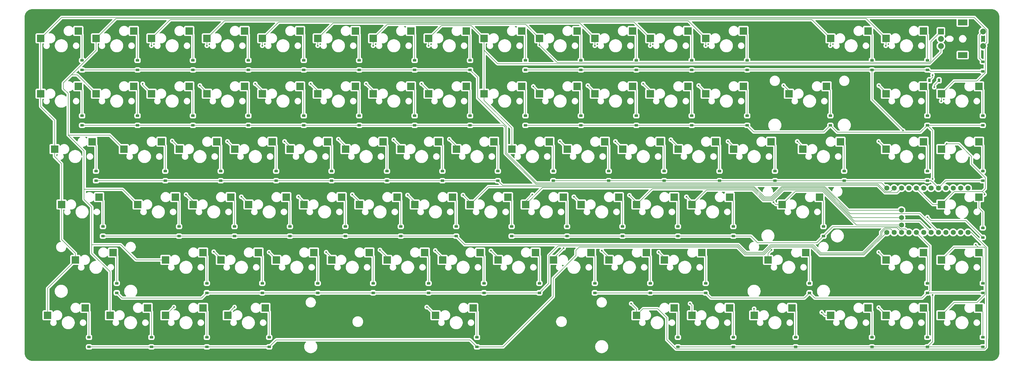
<source format=gbl>
%TF.GenerationSoftware,KiCad,Pcbnew,9.0.2*%
%TF.CreationDate,2025-07-13T14:40:43-07:00*%
%TF.ProjectId,Kicad Project,4b696361-6420-4507-926f-6a6563742e6b,rev?*%
%TF.SameCoordinates,Original*%
%TF.FileFunction,Copper,L2,Bot*%
%TF.FilePolarity,Positive*%
%FSLAX46Y46*%
G04 Gerber Fmt 4.6, Leading zero omitted, Abs format (unit mm)*
G04 Created by KiCad (PCBNEW 9.0.2) date 2025-07-13 14:40:43*
%MOMM*%
%LPD*%
G01*
G04 APERTURE LIST*
G04 Aperture macros list*
%AMRoundRect*
0 Rectangle with rounded corners*
0 $1 Rounding radius*
0 $2 $3 $4 $5 $6 $7 $8 $9 X,Y pos of 4 corners*
0 Add a 4 corners polygon primitive as box body*
4,1,4,$2,$3,$4,$5,$6,$7,$8,$9,$2,$3,0*
0 Add four circle primitives for the rounded corners*
1,1,$1+$1,$2,$3*
1,1,$1+$1,$4,$5*
1,1,$1+$1,$6,$7*
1,1,$1+$1,$8,$9*
0 Add four rect primitives between the rounded corners*
20,1,$1+$1,$2,$3,$4,$5,0*
20,1,$1+$1,$4,$5,$6,$7,0*
20,1,$1+$1,$6,$7,$8,$9,0*
20,1,$1+$1,$8,$9,$2,$3,0*%
G04 Aperture macros list end*
%TA.AperFunction,SMDPad,CuDef*%
%ADD10R,2.550000X2.500000*%
%TD*%
%TA.AperFunction,SMDPad,CuDef*%
%ADD11RoundRect,0.225000X0.375000X-0.225000X0.375000X0.225000X-0.375000X0.225000X-0.375000X-0.225000X0*%
%TD*%
%TA.AperFunction,ComponentPad*%
%ADD12R,2.000000X2.000000*%
%TD*%
%TA.AperFunction,ComponentPad*%
%ADD13C,2.000000*%
%TD*%
%TA.AperFunction,ComponentPad*%
%ADD14R,3.200000X2.000000*%
%TD*%
%TA.AperFunction,SMDPad,CuDef*%
%ADD15RoundRect,0.225000X0.225000X0.375000X-0.225000X0.375000X-0.225000X-0.375000X0.225000X-0.375000X0*%
%TD*%
%TA.AperFunction,ComponentPad*%
%ADD16C,1.752600*%
%TD*%
%TA.AperFunction,ViaPad*%
%ADD17C,0.600000*%
%TD*%
%TA.AperFunction,Conductor*%
%ADD18C,0.200000*%
%TD*%
G04 APERTURE END LIST*
D10*
%TO.P,MX42,1,COL*%
%TO.N,/Col5*%
X140552660Y-128428828D03*
%TO.P,MX42,2,ROW*%
%TO.N,Net-(D42-A)*%
X153479660Y-125888828D03*
%TD*%
%TO.P,MX23,1,COL*%
%TO.N,/Col7*%
X221515160Y-90328828D03*
%TO.P,MX23,2,ROW*%
%TO.N,Net-(D23-A)*%
X234442160Y-87788828D03*
%TD*%
%TO.P,MX27,1,COL*%
%TO.N,/Col2*%
X78640160Y-109378828D03*
%TO.P,MX27,2,ROW*%
%TO.N,Net-(D27-A)*%
X91567160Y-106838828D03*
%TD*%
%TO.P,MX33,1,COL*%
%TO.N,/Col8*%
X192940160Y-109378828D03*
%TO.P,MX33,2,ROW*%
%TO.N,Net-(D33-A)*%
X205867160Y-106838828D03*
%TD*%
%TO.P,MX29,1,COL*%
%TO.N,/Col4*%
X116740160Y-109378828D03*
%TO.P,MX29,2,ROW*%
%TO.N,Net-(D29-A)*%
X129667160Y-106838828D03*
%TD*%
%TO.P,MX25,1,COL*%
%TO.N,/Col5*%
X259615160Y-90328828D03*
%TO.P,MX25,2,ROW*%
%TO.N,Net-(D25-A)*%
X272542160Y-87788828D03*
%TD*%
%TO.P,MX39,1,COL*%
%TO.N,/Col2*%
X83402660Y-128428828D03*
%TO.P,MX39,2,ROW*%
%TO.N,Net-(D39-A)*%
X96329660Y-125888828D03*
%TD*%
%TO.P,MX36,1,COL*%
%TO.N,/Col6*%
X250090160Y-109378828D03*
%TO.P,MX36,2,ROW*%
%TO.N,Net-(D36-A)*%
X263017160Y-106838828D03*
%TD*%
D11*
%TO.P,D54,1,K*%
%TO.N,/Row5*%
X183356410Y-158812578D03*
%TO.P,D54,2,A*%
%TO.N,Net-(D54-A)*%
X183356410Y-155512578D03*
%TD*%
%TO.P,D51,1,K*%
%TO.N,/Row5*%
X126206410Y-158812578D03*
%TO.P,D51,2,A*%
%TO.N,Net-(D51-A)*%
X126206410Y-155512578D03*
%TD*%
D10*
%TO.P,MX57,1,COL*%
%TO.N,/Col6*%
X226277660Y-147478828D03*
%TO.P,MX57,2,ROW*%
%TO.N,Net-(D57-A)*%
X239204660Y-144938828D03*
%TD*%
%TO.P,MX73,1,COL*%
%TO.N,/Col3*%
X321527660Y-166528828D03*
%TO.P,MX73,2,ROW*%
%TO.N,Net-(D73-A)*%
X334454660Y-163988828D03*
%TD*%
%TO.P,MX76,1,COL*%
%TO.N,/Col1*%
X52446410Y-166528828D03*
%TO.P,MX76,2,ROW*%
%TO.N,Net-(D76-A)*%
X65373410Y-163988828D03*
%TD*%
D11*
%TO.P,D59,1,K*%
%TO.N,/Row11*%
X278606410Y-158812578D03*
%TO.P,D59,2,A*%
%TO.N,Net-(D59-A)*%
X278606410Y-155512578D03*
%TD*%
D10*
%TO.P,MX13,1,COL*%
%TO.N,/Col4*%
X278665160Y-71278828D03*
%TO.P,MX13,2,ROW*%
%TO.N,Net-(D13-A)*%
X291592160Y-68738828D03*
%TD*%
%TO.P,MX16,1,COL*%
%TO.N,/Col3*%
X88165160Y-90328828D03*
%TO.P,MX16,2,ROW*%
%TO.N,Net-(D16-A)*%
X101092160Y-87788828D03*
%TD*%
%TO.P,MX53,1,COL*%
%TO.N,/Col5*%
X150077660Y-147478828D03*
%TO.P,MX53,2,ROW*%
%TO.N,Net-(D53-A)*%
X163004660Y-144938828D03*
%TD*%
%TO.P,MX59,1,COL*%
%TO.N,/Col4*%
X264377660Y-147478828D03*
%TO.P,MX59,2,ROW*%
%TO.N,Net-(D59-A)*%
X277304660Y-144938828D03*
%TD*%
D11*
%TO.P,D56,1,K*%
%TO.N,/Row5*%
X221456410Y-158812578D03*
%TO.P,D56,2,A*%
%TO.N,Net-(D56-A)*%
X221456410Y-155512578D03*
%TD*%
D10*
%TO.P,MX80,1,COL*%
%TO.N,/Col3*%
X312002660Y-109378828D03*
%TO.P,MX80,2,ROW*%
%TO.N,Net-(D80-A)*%
X324929660Y-106838828D03*
%TD*%
%TO.P,MX82,1,COL*%
%TO.N,/Col3*%
X307240160Y-90328828D03*
%TO.P,MX82,2,ROW*%
%TO.N,Net-(D82-A)*%
X320167160Y-87788828D03*
%TD*%
%TO.P,MX6,1,COL*%
%TO.N,/Col6*%
X145315160Y-71278828D03*
%TO.P,MX6,2,ROW*%
%TO.N,Net-(D6-A)*%
X158242160Y-68738828D03*
%TD*%
%TO.P,MX72,1,COL*%
%TO.N,/Col2*%
X340577660Y-147478828D03*
%TO.P,MX72,2,ROW*%
%TO.N,Net-(D72-A)*%
X353504660Y-144938828D03*
%TD*%
%TO.P,MX54,1,COL*%
%TO.N,/Col6*%
X169127660Y-147478828D03*
%TO.P,MX54,2,ROW*%
%TO.N,Net-(D54-A)*%
X182054660Y-144938828D03*
%TD*%
D11*
%TO.P,D52,1,K*%
%TO.N,/Row5*%
X145256410Y-158812578D03*
%TO.P,D52,2,A*%
%TO.N,Net-(D52-A)*%
X145256410Y-155512578D03*
%TD*%
D10*
%TO.P,MX51,1,COL*%
%TO.N,/Col3*%
X111977660Y-147478828D03*
%TO.P,MX51,2,ROW*%
%TO.N,Net-(D51-A)*%
X124904660Y-144938828D03*
%TD*%
%TO.P,MX74,1,COL*%
%TO.N,/Col2*%
X340577660Y-166528828D03*
%TO.P,MX74,2,ROW*%
%TO.N,Net-(D74-A)*%
X353504660Y-163988828D03*
%TD*%
%TO.P,MX35,1,COL*%
%TO.N,/Col7*%
X231040160Y-109378828D03*
%TO.P,MX35,2,ROW*%
%TO.N,Net-(D35-A)*%
X243967160Y-106838828D03*
%TD*%
%TO.P,MX63,1,COL*%
%TO.N,/Col5*%
X273902660Y-166528828D03*
%TO.P,MX63,2,ROW*%
%TO.N,Net-(D63-A)*%
X286829660Y-163988828D03*
%TD*%
D11*
%TO.P,D53,1,K*%
%TO.N,/Row5*%
X164306410Y-158812578D03*
%TO.P,D53,2,A*%
%TO.N,Net-(D53-A)*%
X164306410Y-155512578D03*
%TD*%
D10*
%TO.P,MX22,1,COL*%
%TO.N,/Col8*%
X202465160Y-90328828D03*
%TO.P,MX22,2,ROW*%
%TO.N,Net-(D22-A)*%
X215392160Y-87788828D03*
%TD*%
%TO.P,MX46,1,COL*%
%TO.N,/Col7*%
X216752660Y-128428828D03*
%TO.P,MX46,2,ROW*%
%TO.N,Net-(D46-A)*%
X229679660Y-125888828D03*
%TD*%
D11*
%TO.P,D85,1,K*%
%TO.N,/Row11*%
X314325160Y-158812578D03*
%TO.P,D85,2,A*%
%TO.N,Net-(D85-A)*%
X314325160Y-155512578D03*
%TD*%
D10*
%TO.P,MX12,1,COL*%
%TO.N,/Col5*%
X259615160Y-71278828D03*
%TO.P,MX12,2,ROW*%
%TO.N,Net-(D12-A)*%
X272542160Y-68738828D03*
%TD*%
%TO.P,MX9,1,COL*%
%TO.N,/Col8*%
X202465160Y-71278828D03*
%TO.P,MX9,2,ROW*%
%TO.N,Net-(D9-A)*%
X215392160Y-68738828D03*
%TD*%
%TO.P,MX64,1,COL*%
%TO.N,/Col3*%
X321527660Y-71278828D03*
%TO.P,MX64,2,ROW*%
%TO.N,Net-(D64-A)*%
X334454660Y-68738828D03*
%TD*%
%TO.P,MX30,1,COL*%
%TO.N,/Col5*%
X135790160Y-109378828D03*
%TO.P,MX30,2,ROW*%
%TO.N,Net-(D30-A)*%
X148717160Y-106838828D03*
%TD*%
%TO.P,MX14,1,COL*%
%TO.N,/Col1*%
X50065160Y-90328828D03*
%TO.P,MX14,2,ROW*%
%TO.N,Net-(D14-A)*%
X62992160Y-87788828D03*
%TD*%
%TO.P,MX8,1,COL*%
%TO.N,/Col8*%
X183415160Y-71278828D03*
%TO.P,MX8,2,ROW*%
%TO.N,Net-(D8-A)*%
X196342160Y-68738828D03*
%TD*%
%TO.P,MX45,1,COL*%
%TO.N,/Col8*%
X197702660Y-128428828D03*
%TO.P,MX45,2,ROW*%
%TO.N,Net-(D45-A)*%
X210629660Y-125888828D03*
%TD*%
%TO.P,MX20,1,COL*%
%TO.N,/Col7*%
X164365160Y-90328828D03*
%TO.P,MX20,2,ROW*%
%TO.N,Net-(D20-A)*%
X177292160Y-87788828D03*
%TD*%
%TO.P,MX65,1,COL*%
%TO.N,/Col2*%
X340577660Y-71278828D03*
%TO.P,MX65,2,ROW*%
%TO.N,Net-(D65-A)*%
X353504660Y-68738828D03*
%TD*%
%TO.P,MX78,1,COL*%
%TO.N,/Col4*%
X295333910Y-166528828D03*
%TO.P,MX78,2,ROW*%
%TO.N,Net-(D78-A)*%
X308260910Y-163988828D03*
%TD*%
D11*
%TO.P,D84,1,K*%
%TO.N,/Row5*%
X76200160Y-158812578D03*
%TO.P,D84,2,A*%
%TO.N,Net-(D84-A)*%
X76200160Y-155512578D03*
%TD*%
D10*
%TO.P,MX34,1,COL*%
%TO.N,/Col8*%
X211990160Y-109378828D03*
%TO.P,MX34,2,ROW*%
%TO.N,Net-(D34-A)*%
X224917160Y-106838828D03*
%TD*%
%TO.P,MX84,1,COL*%
%TO.N,/Col1*%
X61971410Y-147478828D03*
%TO.P,MX84,2,ROW*%
%TO.N,Net-(D84-A)*%
X74898410Y-144938828D03*
%TD*%
%TO.P,MX52,1,COL*%
%TO.N,/Col4*%
X131027660Y-147478828D03*
%TO.P,MX52,2,ROW*%
%TO.N,Net-(D52-A)*%
X143954660Y-144938828D03*
%TD*%
%TO.P,MX61,1,COL*%
%TO.N,/Col3*%
X92927660Y-166528828D03*
%TO.P,MX61,2,ROW*%
%TO.N,Net-(D61-A)*%
X105854660Y-163988828D03*
%TD*%
D11*
%TO.P,D55,1,K*%
%TO.N,/Row5*%
X202406410Y-158812578D03*
%TO.P,D55,2,A*%
%TO.N,Net-(D55-A)*%
X202406410Y-155512578D03*
%TD*%
D10*
%TO.P,MX7,1,COL*%
%TO.N,/Col7*%
X164365160Y-71278828D03*
%TO.P,MX7,2,ROW*%
%TO.N,Net-(D7-A)*%
X177292160Y-68738828D03*
%TD*%
%TO.P,MX40,1,COL*%
%TO.N,/Col3*%
X102452660Y-128428828D03*
%TO.P,MX40,2,ROW*%
%TO.N,Net-(D40-A)*%
X115379660Y-125888828D03*
%TD*%
%TO.P,MX43,1,COL*%
%TO.N,/Col6*%
X159602660Y-128428828D03*
%TO.P,MX43,2,ROW*%
%TO.N,Net-(D43-A)*%
X172529660Y-125888828D03*
%TD*%
%TO.P,MX28,1,COL*%
%TO.N,/Col3*%
X97690160Y-109378828D03*
%TO.P,MX28,2,ROW*%
%TO.N,Net-(D28-A)*%
X110617160Y-106838828D03*
%TD*%
%TO.P,MX66,1,COL*%
%TO.N,/Col2*%
X340577660Y-90328828D03*
%TO.P,MX66,2,ROW*%
%TO.N,Net-(D66-A)*%
X353504660Y-87788828D03*
%TD*%
%TO.P,MX68,1,COL*%
%TO.N,/Col2*%
X340577660Y-109378828D03*
%TO.P,MX68,2,ROW*%
%TO.N,Net-(D68-A)*%
X353504660Y-106838828D03*
%TD*%
D11*
%TO.P,D72,1,K*%
%TO.N,/Row11*%
X354806410Y-158812578D03*
%TO.P,D72,2,A*%
%TO.N,Net-(D72-A)*%
X354806410Y-155512578D03*
%TD*%
%TO.P,D58,1,K*%
%TO.N,/Row11*%
X259556410Y-158812578D03*
%TO.P,D58,2,A*%
%TO.N,Net-(D58-A)*%
X259556410Y-155512578D03*
%TD*%
D10*
%TO.P,MX67,1,COL*%
%TO.N,/Col1*%
X359627660Y-90328828D03*
%TO.P,MX67,2,ROW*%
%TO.N,Net-(D67-A)*%
X372554660Y-87788828D03*
%TD*%
%TO.P,MX32,1,COL*%
%TO.N,/Col7*%
X173890160Y-109378828D03*
%TO.P,MX32,2,ROW*%
%TO.N,Net-(D32-A)*%
X186817160Y-106838828D03*
%TD*%
%TO.P,MX58,1,COL*%
%TO.N,/Col5*%
X245327660Y-147478828D03*
%TO.P,MX58,2,ROW*%
%TO.N,Net-(D58-A)*%
X258254660Y-144938828D03*
%TD*%
%TO.P,MX38,1,COL*%
%TO.N,/Col4*%
X288190160Y-109378828D03*
%TO.P,MX38,2,ROW*%
%TO.N,Net-(D38-A)*%
X301117160Y-106838828D03*
%TD*%
%TO.P,MX49,1,COL*%
%TO.N,/Col4*%
X273902660Y-128428828D03*
%TO.P,MX49,2,ROW*%
%TO.N,Net-(D49-A)*%
X286829660Y-125888828D03*
%TD*%
%TO.P,MX75,1,COL*%
%TO.N,/Col1*%
X359627660Y-166528828D03*
%TO.P,MX75,2,ROW*%
%TO.N,Net-(D75-A)*%
X372554660Y-163988828D03*
%TD*%
%TO.P,MX18,1,COL*%
%TO.N,/Col5*%
X126265160Y-90328828D03*
%TO.P,MX18,2,ROW*%
%TO.N,Net-(D18-A)*%
X139192160Y-87788828D03*
%TD*%
%TO.P,MX21,1,COL*%
%TO.N,/Col8*%
X183415160Y-90328828D03*
%TO.P,MX21,2,ROW*%
%TO.N,Net-(D21-A)*%
X196342160Y-87788828D03*
%TD*%
%TO.P,MX11,1,COL*%
%TO.N,/Col6*%
X240565160Y-71278828D03*
%TO.P,MX11,2,ROW*%
%TO.N,Net-(D11-A)*%
X253492160Y-68738828D03*
%TD*%
%TO.P,MX81,1,COL*%
%TO.N,/Col1*%
X57208910Y-128428828D03*
%TO.P,MX81,2,ROW*%
%TO.N,Net-(D81-A)*%
X70135910Y-125888828D03*
%TD*%
%TO.P,MX24,1,COL*%
%TO.N,/Col6*%
X240565160Y-90328828D03*
%TO.P,MX24,2,ROW*%
%TO.N,Net-(D24-A)*%
X253492160Y-87788828D03*
%TD*%
%TO.P,MX79,1,COL*%
%TO.N,/Col1*%
X54827660Y-109378828D03*
%TO.P,MX79,2,ROW*%
%TO.N,Net-(D79-A)*%
X67754660Y-106838828D03*
%TD*%
%TO.P,MX3,1,COL*%
%TO.N,/Col3*%
X88165160Y-71278828D03*
%TO.P,MX3,2,ROW*%
%TO.N,Net-(D3-A)*%
X101092160Y-68738828D03*
%TD*%
D11*
%TO.P,D71,1,K*%
%TO.N,/Row11*%
X373856410Y-158812578D03*
%TO.P,D71,2,A*%
%TO.N,Net-(D71-A)*%
X373856410Y-155512578D03*
%TD*%
D10*
%TO.P,MX70,1,COL*%
%TO.N,/Col1*%
X359627660Y-128428828D03*
%TO.P,MX70,2,ROW*%
%TO.N,Net-(D70-A)*%
X372554660Y-125888828D03*
%TD*%
%TO.P,MX15,1,COL*%
%TO.N,/Col2*%
X69115160Y-90328828D03*
%TO.P,MX15,2,ROW*%
%TO.N,Net-(D15-A)*%
X82042160Y-87788828D03*
%TD*%
D11*
%TO.P,D50,1,K*%
%TO.N,/Row5*%
X107156410Y-158812578D03*
%TO.P,D50,2,A*%
%TO.N,Net-(D50-A)*%
X107156410Y-155512578D03*
%TD*%
D10*
%TO.P,MX19,1,COL*%
%TO.N,/Col6*%
X145315160Y-90328828D03*
%TO.P,MX19,2,ROW*%
%TO.N,Net-(D19-A)*%
X158242160Y-87788828D03*
%TD*%
%TO.P,MX83,1,COL*%
%TO.N,/Col3*%
X304858910Y-128428828D03*
%TO.P,MX83,2,ROW*%
%TO.N,Net-(D83-A)*%
X317785910Y-125888828D03*
%TD*%
%TO.P,MX60,1,COL*%
%TO.N,/Col2*%
X73877660Y-166528828D03*
%TO.P,MX60,2,ROW*%
%TO.N,Net-(D60-A)*%
X86804660Y-163988828D03*
%TD*%
%TO.P,MX69,1,COL*%
%TO.N,/Col1*%
X359627660Y-109378828D03*
%TO.P,MX69,2,ROW*%
%TO.N,Net-(D69-A)*%
X372554660Y-106838828D03*
%TD*%
%TO.P,MX47,1,COL*%
%TO.N,/Col6*%
X235802660Y-128428828D03*
%TO.P,MX47,2,ROW*%
%TO.N,Net-(D47-A)*%
X248729660Y-125888828D03*
%TD*%
%TO.P,MX56,1,COL*%
%TO.N,/Col8*%
X207227660Y-147478828D03*
%TO.P,MX56,2,ROW*%
%TO.N,Net-(D56-A)*%
X220154660Y-144938828D03*
%TD*%
%TO.P,MX10,1,COL*%
%TO.N,/Col7*%
X221515160Y-71278828D03*
%TO.P,MX10,2,ROW*%
%TO.N,Net-(D10-A)*%
X234442160Y-68738828D03*
%TD*%
%TO.P,MX50,1,COL*%
%TO.N,/Col2*%
X92927660Y-147478828D03*
%TO.P,MX50,2,ROW*%
%TO.N,Net-(D50-A)*%
X105854660Y-144938828D03*
%TD*%
%TO.P,MX86,1,COL*%
%TO.N,/Col5*%
X185796410Y-166528828D03*
%TO.P,MX86,2,ROW*%
%TO.N,Net-(D86-A)*%
X198723410Y-163988828D03*
%TD*%
%TO.P,MX48,1,COL*%
%TO.N,/Col5*%
X254852660Y-128428828D03*
%TO.P,MX48,2,ROW*%
%TO.N,Net-(D48-A)*%
X267779660Y-125888828D03*
%TD*%
%TO.P,MX5,1,COL*%
%TO.N,/Col5*%
X126265160Y-71278828D03*
%TO.P,MX5,2,ROW*%
%TO.N,Net-(D5-A)*%
X139192160Y-68738828D03*
%TD*%
%TO.P,MX41,1,COL*%
%TO.N,/Col4*%
X121502660Y-128428828D03*
%TO.P,MX41,2,ROW*%
%TO.N,Net-(D41-A)*%
X134429660Y-125888828D03*
%TD*%
%TO.P,MX85,1,COL*%
%TO.N,/Col3*%
X300096410Y-147478828D03*
%TO.P,MX85,2,ROW*%
%TO.N,Net-(D85-A)*%
X313023410Y-144938828D03*
%TD*%
%TO.P,MX4,1,COL*%
%TO.N,/Col4*%
X107215160Y-71278828D03*
%TO.P,MX4,2,ROW*%
%TO.N,Net-(D4-A)*%
X120142160Y-68738828D03*
%TD*%
%TO.P,MX62,1,COL*%
%TO.N,/Col6*%
X254852660Y-166528828D03*
%TO.P,MX62,2,ROW*%
%TO.N,Net-(D62-A)*%
X267779660Y-163988828D03*
%TD*%
%TO.P,MX26,1,COL*%
%TO.N,/Col4*%
X278665160Y-90328828D03*
%TO.P,MX26,2,ROW*%
%TO.N,Net-(D26-A)*%
X291592160Y-87788828D03*
%TD*%
%TO.P,MX1,1,COL*%
%TO.N,/Col1*%
X50065160Y-71278828D03*
%TO.P,MX1,2,ROW*%
%TO.N,Net-(D1-A)*%
X62992160Y-68738828D03*
%TD*%
D12*
%TO.P,SW1,A,A*%
%TO.N,/Col7*%
X359462660Y-68937578D03*
D13*
%TO.P,SW1,B,B*%
%TO.N,/Col8*%
X359462660Y-73937578D03*
%TO.P,SW1,C,C*%
%TO.N,/RRotC*%
X359462660Y-71437578D03*
D14*
%TO.P,SW1,MP*%
%TO.N,N/C*%
X366962660Y-65837578D03*
X366962660Y-77037578D03*
D13*
%TO.P,SW1,S1,S1*%
%TO.N,/Col1*%
X373962660Y-73937578D03*
%TO.P,SW1,S2,S2*%
%TO.N,/RSw2*%
X373962660Y-68937578D03*
%TD*%
D15*
%TO.P,D88,1,K*%
%TO.N,/Row11*%
X358837660Y-85725078D03*
%TO.P,D88,2,A*%
%TO.N,/RRotC*%
X355537660Y-85725078D03*
%TD*%
D10*
%TO.P,MX17,1,COL*%
%TO.N,/Col4*%
X107215160Y-90328828D03*
%TO.P,MX17,2,ROW*%
%TO.N,Net-(D17-A)*%
X120142160Y-87788828D03*
%TD*%
%TO.P,MX44,1,COL*%
%TO.N,/Col7*%
X178652660Y-128428828D03*
%TO.P,MX44,2,ROW*%
%TO.N,Net-(D44-A)*%
X191579660Y-125888828D03*
%TD*%
%TO.P,MX71,1,COL*%
%TO.N,/Col1*%
X359627660Y-147478828D03*
%TO.P,MX71,2,ROW*%
%TO.N,Net-(D71-A)*%
X372554660Y-144938828D03*
%TD*%
D11*
%TO.P,D57,1,K*%
%TO.N,/Row11*%
X240506410Y-158812578D03*
%TO.P,D57,2,A*%
%TO.N,Net-(D57-A)*%
X240506410Y-155512578D03*
%TD*%
D10*
%TO.P,MX2,1,COL*%
%TO.N,/Col2*%
X69115160Y-71278828D03*
%TO.P,MX2,2,ROW*%
%TO.N,Net-(D2-A)*%
X82042160Y-68738828D03*
%TD*%
%TO.P,MX31,1,COL*%
%TO.N,/Col6*%
X154840160Y-109378828D03*
%TO.P,MX31,2,ROW*%
%TO.N,Net-(D31-A)*%
X167767160Y-106838828D03*
%TD*%
%TO.P,MX37,1,COL*%
%TO.N,/Col5*%
X269140160Y-109378828D03*
%TO.P,MX37,2,ROW*%
%TO.N,Net-(D37-A)*%
X282067160Y-106838828D03*
%TD*%
%TO.P,MX55,1,COL*%
%TO.N,/Col7*%
X188177660Y-147478828D03*
%TO.P,MX55,2,ROW*%
%TO.N,Net-(D55-A)*%
X201104660Y-144938828D03*
%TD*%
%TO.P,MX77,1,COL*%
%TO.N,/Col4*%
X114358910Y-166528828D03*
%TO.P,MX77,2,ROW*%
%TO.N,Net-(D77-A)*%
X127285910Y-163988828D03*
%TD*%
D11*
%TO.P,D67,1,K*%
%TO.N,/Row8*%
X373856544Y-101203319D03*
%TO.P,D67,2,A*%
%TO.N,Net-(D67-A)*%
X373856544Y-97903319D03*
%TD*%
%TO.P,D87,1,K*%
%TO.N,/Row7*%
X373856410Y-82612578D03*
%TO.P,D87,2,A*%
%TO.N,/RSw2*%
X373856410Y-79312578D03*
%TD*%
%TO.P,D3,1,K*%
%TO.N,/Row1*%
X102393964Y-82153242D03*
%TO.P,D3,2,A*%
%TO.N,Net-(D3-A)*%
X102393964Y-78853242D03*
%TD*%
%TO.P,D83,1,K*%
%TO.N,/Row10*%
X319087560Y-139303303D03*
%TO.P,D83,2,A*%
%TO.N,Net-(D83-A)*%
X319087560Y-136003303D03*
%TD*%
%TO.P,D15,1,K*%
%TO.N,/Row2*%
X83344044Y-101203319D03*
%TO.P,D15,2,A*%
%TO.N,Net-(D15-A)*%
X83344044Y-97903319D03*
%TD*%
%TO.P,D23,1,K*%
%TO.N,/Row8*%
X235744044Y-101203319D03*
%TO.P,D23,2,A*%
%TO.N,Net-(D23-A)*%
X235744044Y-97903319D03*
%TD*%
%TO.P,D44,1,K*%
%TO.N,/Row4*%
X192881310Y-139303303D03*
%TO.P,D44,2,A*%
%TO.N,Net-(D44-A)*%
X192881310Y-136003303D03*
%TD*%
%TO.P,D28,1,K*%
%TO.N,/Row3*%
X111918910Y-120253287D03*
%TO.P,D28,2,A*%
%TO.N,Net-(D28-A)*%
X111918910Y-116953287D03*
%TD*%
%TO.P,D40,1,K*%
%TO.N,/Row4*%
X116681310Y-139303303D03*
%TO.P,D40,2,A*%
%TO.N,Net-(D40-A)*%
X116681310Y-136003303D03*
%TD*%
%TO.P,D43,1,K*%
%TO.N,/Row4*%
X173831310Y-139303303D03*
%TO.P,D43,2,A*%
%TO.N,Net-(D43-A)*%
X173831310Y-136003303D03*
%TD*%
%TO.P,D61,1,K*%
%TO.N,/Row6*%
X107156410Y-177403335D03*
%TO.P,D61,2,A*%
%TO.N,Net-(D61-A)*%
X107156410Y-174103335D03*
%TD*%
%TO.P,D37,1,K*%
%TO.N,/Row9*%
X283368910Y-120253287D03*
%TO.P,D37,2,A*%
%TO.N,Net-(D37-A)*%
X283368910Y-116953287D03*
%TD*%
%TO.P,D16,1,K*%
%TO.N,/Row2*%
X102394044Y-101203319D03*
%TO.P,D16,2,A*%
%TO.N,Net-(D16-A)*%
X102394044Y-97903319D03*
%TD*%
%TO.P,D81,1,K*%
%TO.N,/Row4*%
X71437560Y-139303303D03*
%TO.P,D81,2,A*%
%TO.N,Net-(D81-A)*%
X71437560Y-136003303D03*
%TD*%
%TO.P,D78,1,K*%
%TO.N,/Row12*%
X309562660Y-177403335D03*
%TO.P,D78,2,A*%
%TO.N,Net-(D78-A)*%
X309562660Y-174103335D03*
%TD*%
%TO.P,D63,1,K*%
%TO.N,/Row12*%
X288131410Y-177403335D03*
%TO.P,D63,2,A*%
%TO.N,Net-(D63-A)*%
X288131410Y-174103335D03*
%TD*%
%TO.P,D1,1,K*%
%TO.N,/Row1*%
X64293948Y-82153242D03*
%TO.P,D1,2,A*%
%TO.N,Net-(D1-A)*%
X64293948Y-78853242D03*
%TD*%
%TO.P,D64,1,K*%
%TO.N,/Row7*%
X335756676Y-82153242D03*
%TO.P,D64,2,A*%
%TO.N,Net-(D64-A)*%
X335756676Y-78853242D03*
%TD*%
%TO.P,D24,1,K*%
%TO.N,/Row8*%
X254794044Y-101203319D03*
%TO.P,D24,2,A*%
%TO.N,Net-(D24-A)*%
X254794044Y-97903319D03*
%TD*%
%TO.P,D6,1,K*%
%TO.N,/Row1*%
X159543964Y-82153242D03*
%TO.P,D6,2,A*%
%TO.N,Net-(D6-A)*%
X159543964Y-78853242D03*
%TD*%
%TO.P,D4,1,K*%
%TO.N,/Row1*%
X121443964Y-82153242D03*
%TO.P,D4,2,A*%
%TO.N,Net-(D4-A)*%
X121443964Y-78853242D03*
%TD*%
%TO.P,D12,1,K*%
%TO.N,/Row7*%
X273843964Y-82153242D03*
%TO.P,D12,2,A*%
%TO.N,Net-(D12-A)*%
X273843964Y-78853242D03*
%TD*%
%TO.P,D42,1,K*%
%TO.N,/Row4*%
X154781310Y-139303303D03*
%TO.P,D42,2,A*%
%TO.N,Net-(D42-A)*%
X154781310Y-136003303D03*
%TD*%
%TO.P,D45,1,K*%
%TO.N,/Row10*%
X211931310Y-139303303D03*
%TO.P,D45,2,A*%
%TO.N,Net-(D45-A)*%
X211931310Y-136003303D03*
%TD*%
%TO.P,D32,1,K*%
%TO.N,/Row3*%
X188118910Y-120253287D03*
%TO.P,D32,2,A*%
%TO.N,Net-(D32-A)*%
X188118910Y-116953287D03*
%TD*%
%TO.P,D34,1,K*%
%TO.N,/Row9*%
X226218910Y-120253287D03*
%TO.P,D34,2,A*%
%TO.N,Net-(D34-A)*%
X226218910Y-116953287D03*
%TD*%
D16*
%TO.P,U1,1,TX0/P0.06*%
%TO.N,/Col6*%
X368776410Y-138018828D03*
%TO.P,U1,2,RX1/P0.08*%
%TO.N,unconnected-(U1-RX1{slash}P0.08-Pad2)*%
X366236410Y-138018828D03*
%TO.P,U1,3,GND*%
%TO.N,unconnected-(U1-GND-Pad3)*%
X363696410Y-138018828D03*
%TO.P,U1,4,GND*%
%TO.N,unconnected-(U1-GND-Pad4)*%
X361156410Y-138018828D03*
%TO.P,U1,5,P0.17*%
%TO.N,/Col7*%
X358616410Y-138018828D03*
%TO.P,U1,6,P0.20*%
%TO.N,/Col4*%
X356076410Y-138018828D03*
%TO.P,U1,7,P0.22*%
%TO.N,/Row12*%
X353536410Y-138018828D03*
%TO.P,U1,8,P0.24*%
%TO.N,/Row11*%
X350996410Y-138018828D03*
%TO.P,U1,9,P1.00*%
%TO.N,/Row10*%
X348456410Y-138018828D03*
%TO.P,U1,10,P0.11*%
%TO.N,/Row4*%
X345916410Y-138018828D03*
%TO.P,U1,11,P1.04*%
%TO.N,/Row5*%
X343376410Y-138018828D03*
%TO.P,U1,12,P1.06*%
%TO.N,/Row6*%
X340836410Y-138018828D03*
%TO.P,U1,13,NFC1/P0.09*%
%TO.N,/Row1*%
X340836410Y-122778828D03*
%TO.P,U1,14,NFC2/P0.10*%
%TO.N,/Row2*%
X343376410Y-122778828D03*
%TO.P,U1,15,P1.11*%
%TO.N,/Row3*%
X345916410Y-122778828D03*
%TO.P,U1,16,P1.13*%
%TO.N,/Col2*%
X348456410Y-122778828D03*
%TO.P,U1,17,P1.15*%
%TO.N,/Col1*%
X350996410Y-122778828D03*
%TO.P,U1,18,AIN0/P0.02*%
%TO.N,/Row7*%
X353536410Y-122778828D03*
%TO.P,U1,19,AIN5/P0.29*%
%TO.N,/Row8*%
X356076410Y-122778828D03*
%TO.P,U1,20,AIN7/P0.31*%
%TO.N,/Row9*%
X358616410Y-122778828D03*
%TO.P,U1,21,VCC*%
%TO.N,unconnected-(U1-VCC-Pad21)*%
X361156410Y-122778828D03*
%TO.P,U1,22,RST*%
%TO.N,unconnected-(U1-RST-Pad22)*%
X363696410Y-122778828D03*
%TO.P,U1,23,GND*%
%TO.N,unconnected-(U1-GND-Pad23)*%
X366236410Y-122778828D03*
%TO.P,U1,24,BATIN/P0.04*%
%TO.N,unconnected-(U1-BATIN{slash}P0.04-Pad24)*%
X368776410Y-122778828D03*
%TO.P,U1,31,P1.01*%
%TO.N,/Col3*%
X345916410Y-135478828D03*
%TO.P,U1,32,P1.02*%
%TO.N,/Col5*%
X345916410Y-132938828D03*
%TO.P,U1,33,P1.07*%
%TO.N,/Col8*%
X345916410Y-130398828D03*
%TD*%
D11*
%TO.P,D46,1,K*%
%TO.N,/Row10*%
X230981310Y-139303303D03*
%TO.P,D46,2,A*%
%TO.N,Net-(D46-A)*%
X230981310Y-136003303D03*
%TD*%
%TO.P,D33,1,K*%
%TO.N,/Row3*%
X207168910Y-120253287D03*
%TO.P,D33,2,A*%
%TO.N,Net-(D33-A)*%
X207168910Y-116953287D03*
%TD*%
%TO.P,D73,1,K*%
%TO.N,/Row12*%
X335756410Y-177403335D03*
%TO.P,D73,2,A*%
%TO.N,Net-(D73-A)*%
X335756410Y-174103335D03*
%TD*%
%TO.P,D10,1,K*%
%TO.N,/Row7*%
X235743964Y-82153242D03*
%TO.P,D10,2,A*%
%TO.N,Net-(D10-A)*%
X235743964Y-78853242D03*
%TD*%
%TO.P,D60,1,K*%
%TO.N,/Row6*%
X88106410Y-177403335D03*
%TO.P,D60,2,A*%
%TO.N,Net-(D60-A)*%
X88106410Y-174103335D03*
%TD*%
%TO.P,D25,1,K*%
%TO.N,/Row8*%
X273844044Y-101203319D03*
%TO.P,D25,2,A*%
%TO.N,Net-(D25-A)*%
X273844044Y-97903319D03*
%TD*%
%TO.P,D30,1,K*%
%TO.N,/Row3*%
X150018910Y-120253287D03*
%TO.P,D30,2,A*%
%TO.N,Net-(D30-A)*%
X150018910Y-116953287D03*
%TD*%
%TO.P,D49,1,K*%
%TO.N,/Row10*%
X288131310Y-139303303D03*
%TO.P,D49,2,A*%
%TO.N,Net-(D49-A)*%
X288131310Y-136003303D03*
%TD*%
%TO.P,D69,1,K*%
%TO.N,/Row9*%
X373856410Y-120253287D03*
%TO.P,D69,2,A*%
%TO.N,Net-(D69-A)*%
X373856410Y-116953287D03*
%TD*%
%TO.P,D13,1,K*%
%TO.N,/Row7*%
X292893964Y-82153242D03*
%TO.P,D13,2,A*%
%TO.N,Net-(D13-A)*%
X292893964Y-78853242D03*
%TD*%
%TO.P,D2,1,K*%
%TO.N,/Row1*%
X83343964Y-82153242D03*
%TO.P,D2,2,A*%
%TO.N,Net-(D2-A)*%
X83343964Y-78853242D03*
%TD*%
%TO.P,D62,1,K*%
%TO.N,/Row12*%
X269081410Y-177403335D03*
%TO.P,D62,2,A*%
%TO.N,Net-(D62-A)*%
X269081410Y-174103335D03*
%TD*%
%TO.P,D29,1,K*%
%TO.N,/Row3*%
X130968910Y-120253287D03*
%TO.P,D29,2,A*%
%TO.N,Net-(D29-A)*%
X130968910Y-116953287D03*
%TD*%
%TO.P,D39,1,K*%
%TO.N,/Row4*%
X97631310Y-139303303D03*
%TO.P,D39,2,A*%
%TO.N,Net-(D39-A)*%
X97631310Y-136003303D03*
%TD*%
%TO.P,D11,1,K*%
%TO.N,/Row7*%
X254793964Y-82153242D03*
%TO.P,D11,2,A*%
%TO.N,Net-(D11-A)*%
X254793964Y-78853242D03*
%TD*%
%TO.P,D70,1,K*%
%TO.N,/Row10*%
X373856410Y-139762578D03*
%TO.P,D70,2,A*%
%TO.N,Net-(D70-A)*%
X373856410Y-136462578D03*
%TD*%
%TO.P,D75,1,K*%
%TO.N,/Row12*%
X373856410Y-177403335D03*
%TO.P,D75,2,A*%
%TO.N,Net-(D75-A)*%
X373856410Y-174103335D03*
%TD*%
%TO.P,D22,1,K*%
%TO.N,/Row8*%
X216694044Y-101203319D03*
%TO.P,D22,2,A*%
%TO.N,Net-(D22-A)*%
X216694044Y-97903319D03*
%TD*%
%TO.P,D5,1,K*%
%TO.N,/Row1*%
X140493964Y-82153242D03*
%TO.P,D5,2,A*%
%TO.N,Net-(D5-A)*%
X140493964Y-78853242D03*
%TD*%
%TO.P,D38,1,K*%
%TO.N,/Row9*%
X302418910Y-120253287D03*
%TO.P,D38,2,A*%
%TO.N,Net-(D38-A)*%
X302418910Y-116953287D03*
%TD*%
%TO.P,D68,1,K*%
%TO.N,/Row9*%
X354806410Y-120253287D03*
%TO.P,D68,2,A*%
%TO.N,Net-(D68-A)*%
X354806410Y-116953287D03*
%TD*%
%TO.P,D36,1,K*%
%TO.N,/Row9*%
X264318910Y-120253287D03*
%TO.P,D36,2,A*%
%TO.N,Net-(D36-A)*%
X264318910Y-116953287D03*
%TD*%
%TO.P,D7,1,K*%
%TO.N,/Row1*%
X178593964Y-82153242D03*
%TO.P,D7,2,A*%
%TO.N,Net-(D7-A)*%
X178593964Y-78853242D03*
%TD*%
%TO.P,D86,1,K*%
%TO.N,/Row6*%
X200025160Y-177403335D03*
%TO.P,D86,2,A*%
%TO.N,Net-(D86-A)*%
X200025160Y-174103335D03*
%TD*%
%TO.P,D27,1,K*%
%TO.N,/Row3*%
X92868910Y-120253287D03*
%TO.P,D27,2,A*%
%TO.N,Net-(D27-A)*%
X92868910Y-116953287D03*
%TD*%
%TO.P,D35,1,K*%
%TO.N,/Row9*%
X245268910Y-120253287D03*
%TO.P,D35,2,A*%
%TO.N,Net-(D35-A)*%
X245268910Y-116953287D03*
%TD*%
%TO.P,D8,1,K*%
%TO.N,/Row1*%
X197643964Y-82153242D03*
%TO.P,D8,2,A*%
%TO.N,Net-(D8-A)*%
X197643964Y-78853242D03*
%TD*%
%TO.P,D17,1,K*%
%TO.N,/Row2*%
X121444044Y-101203319D03*
%TO.P,D17,2,A*%
%TO.N,Net-(D17-A)*%
X121444044Y-97903319D03*
%TD*%
%TO.P,D80,1,K*%
%TO.N,/Row9*%
X326231410Y-120253287D03*
%TO.P,D80,2,A*%
%TO.N,Net-(D80-A)*%
X326231410Y-116953287D03*
%TD*%
%TO.P,D31,1,K*%
%TO.N,/Row3*%
X169068910Y-120253287D03*
%TO.P,D31,2,A*%
%TO.N,Net-(D31-A)*%
X169068910Y-116953287D03*
%TD*%
%TO.P,D26,1,K*%
%TO.N,/Row8*%
X292894044Y-101203319D03*
%TO.P,D26,2,A*%
%TO.N,Net-(D26-A)*%
X292894044Y-97903319D03*
%TD*%
%TO.P,D77,1,K*%
%TO.N,/Row6*%
X128587660Y-177403335D03*
%TO.P,D77,2,A*%
%TO.N,Net-(D77-A)*%
X128587660Y-174103335D03*
%TD*%
%TO.P,D48,1,K*%
%TO.N,/Row10*%
X269081310Y-139303303D03*
%TO.P,D48,2,A*%
%TO.N,Net-(D48-A)*%
X269081310Y-136003303D03*
%TD*%
%TO.P,D20,1,K*%
%TO.N,/Row2*%
X178594044Y-101203319D03*
%TO.P,D20,2,A*%
%TO.N,Net-(D20-A)*%
X178594044Y-97903319D03*
%TD*%
%TO.P,D14,1,K*%
%TO.N,/Row2*%
X64293804Y-101203319D03*
%TO.P,D14,2,A*%
%TO.N,Net-(D14-A)*%
X64293804Y-97903319D03*
%TD*%
%TO.P,D47,1,K*%
%TO.N,/Row10*%
X250031310Y-139303303D03*
%TO.P,D47,2,A*%
%TO.N,Net-(D47-A)*%
X250031310Y-136003303D03*
%TD*%
%TO.P,D65,1,K*%
%TO.N,/Row7*%
X354806692Y-82153242D03*
%TO.P,D65,2,A*%
%TO.N,Net-(D65-A)*%
X354806692Y-78853242D03*
%TD*%
%TO.P,D66,1,K*%
%TO.N,/Row8*%
X354806544Y-101203319D03*
%TO.P,D66,2,A*%
%TO.N,Net-(D66-A)*%
X354806544Y-97903319D03*
%TD*%
%TO.P,D74,1,K*%
%TO.N,/Row12*%
X354806410Y-177403335D03*
%TO.P,D74,2,A*%
%TO.N,Net-(D74-A)*%
X354806410Y-174103335D03*
%TD*%
%TO.P,D76,1,K*%
%TO.N,/Row6*%
X66675160Y-177403335D03*
%TO.P,D76,2,A*%
%TO.N,Net-(D76-A)*%
X66675160Y-174103335D03*
%TD*%
%TO.P,D82,1,K*%
%TO.N,/Row8*%
X321469044Y-101203319D03*
%TO.P,D82,2,A*%
%TO.N,Net-(D82-A)*%
X321469044Y-97903319D03*
%TD*%
%TO.P,D18,1,K*%
%TO.N,/Row2*%
X140494044Y-101203319D03*
%TO.P,D18,2,A*%
%TO.N,Net-(D18-A)*%
X140494044Y-97903319D03*
%TD*%
%TO.P,D9,1,K*%
%TO.N,/Row7*%
X216693964Y-82153242D03*
%TO.P,D9,2,A*%
%TO.N,Net-(D9-A)*%
X216693964Y-78853242D03*
%TD*%
%TO.P,D79,1,K*%
%TO.N,/Row3*%
X69056410Y-120253287D03*
%TO.P,D79,2,A*%
%TO.N,Net-(D79-A)*%
X69056410Y-116953287D03*
%TD*%
%TO.P,D21,1,K*%
%TO.N,/Row2*%
X197644044Y-101203319D03*
%TO.P,D21,2,A*%
%TO.N,Net-(D21-A)*%
X197644044Y-97903319D03*
%TD*%
%TO.P,D19,1,K*%
%TO.N,/Row2*%
X159544044Y-101203319D03*
%TO.P,D19,2,A*%
%TO.N,Net-(D19-A)*%
X159544044Y-97903319D03*
%TD*%
%TO.P,D41,1,K*%
%TO.N,/Row4*%
X135731310Y-139303303D03*
%TO.P,D41,2,A*%
%TO.N,Net-(D41-A)*%
X135731310Y-136003303D03*
%TD*%
D17*
%TO.N,/Col1*%
X361478660Y-107527828D03*
%TO.N,/Row10*%
X354806548Y-132754799D03*
%TO.N,/Col7*%
X219075184Y-125015730D03*
X228541484Y-106719775D03*
X219372840Y-87808668D03*
X221515160Y-73547654D03*
%TO.N,/Col6*%
X253008025Y-162520449D03*
X229790818Y-143470433D03*
X233303988Y-125769791D03*
X247591500Y-106719775D03*
X238125200Y-87511011D03*
X240506452Y-73818812D03*
%TO.N,/Col5*%
X273248667Y-162520449D03*
X242887704Y-144283186D03*
X252412712Y-125233170D03*
X266641532Y-106124462D03*
X257175216Y-86915698D03*
X259556468Y-73818812D03*
%TO.N,/Col4*%
X295275248Y-164306388D03*
X262474381Y-144819807D03*
X271999389Y-125769791D03*
X286286901Y-106719775D03*
X276225232Y-87511011D03*
X278606484Y-73818812D03*
%TO.N,/Col3*%
X318492455Y-165497014D03*
X301229700Y-144067068D03*
X301914181Y-127616573D03*
X310099421Y-106719775D03*
X305395569Y-87511011D03*
X321469020Y-73818812D03*
%TO.N,/Col2*%
X338079160Y-163869823D03*
X338079160Y-144819807D03*
X338079160Y-106719775D03*
X338137784Y-87511011D03*
X340519036Y-73818812D03*
%TO.N,/Col1*%
X371475312Y-142279807D03*
X359569052Y-92868828D03*
%TO.N,/Col8*%
X204787672Y-144283258D03*
X195203916Y-125174494D03*
X190500160Y-105965714D03*
X180975152Y-86915698D03*
X183356404Y-73818812D03*
%TO.N,/Col7*%
X185678884Y-144224494D03*
X176153876Y-125174478D03*
X171391372Y-106124462D03*
X161925136Y-86915698D03*
X164306388Y-73818812D03*
%TO.N,/Col6*%
X166658246Y-144036352D03*
X157162632Y-125015730D03*
X152370734Y-105936320D03*
X142875120Y-86915698D03*
X145256372Y-73818812D03*
%TO.N,/Col5*%
X182761091Y-163711075D03*
X148174133Y-144819807D03*
X138649125Y-125769791D03*
X133886621Y-106719775D03*
X123825104Y-86915698D03*
X126206356Y-73818812D03*
%TO.N,/Col4*%
X116681348Y-163711075D03*
X128528788Y-144819807D03*
X119003780Y-125769791D03*
X114241276Y-106719775D03*
X104775088Y-87511011D03*
X107156340Y-73818812D03*
%TO.N,/Col3*%
X95845393Y-163711075D03*
X109537592Y-144661059D03*
X100012584Y-125015730D03*
X95250080Y-106561027D03*
X88106324Y-73818812D03*
X85129759Y-86915698D03*
%TO.N,/Row11*%
X357187800Y-88106324D03*
%TO.N,/RRotC*%
X356592487Y-83939133D03*
%TO.N,/Row12*%
X356592487Y-159543884D03*
%TO.N,/Row8*%
X356592487Y-119657913D03*
%TO.N,/Row7*%
X346472166Y-102984462D03*
%TO.N,/Col1*%
X374451877Y-125015730D03*
%TD*%
D18*
%TO.N,/RSw2*%
X372661660Y-78117828D02*
X373856410Y-79312578D01*
X372661660Y-70238578D02*
X372661660Y-78117828D01*
X373962660Y-68937578D02*
X372661660Y-70238578D01*
%TO.N,/Row10*%
X355997174Y-133945425D02*
X354806548Y-132754799D01*
X368039257Y-133945425D02*
X355997174Y-133945425D01*
X373856410Y-139762578D02*
X368039257Y-133945425D01*
%TO.N,Net-(D70-A)*%
X372554660Y-129666956D02*
X372554660Y-125888828D01*
X373856410Y-130968706D02*
X372554660Y-129666956D01*
X373856410Y-136462578D02*
X373856410Y-130968706D01*
%TO.N,/Col7*%
X216752660Y-127338254D02*
X216752660Y-128428828D01*
X219075184Y-125015730D02*
X216752660Y-127338254D01*
X216752660Y-128428828D02*
X222534636Y-122646852D01*
X230981444Y-109537592D02*
X230981444Y-109159735D01*
X230981444Y-109159735D02*
X228541484Y-106719775D01*
X221515160Y-89950987D02*
X219372840Y-87808668D01*
X221515160Y-90328828D02*
X221515160Y-89950987D01*
X221515160Y-71278828D02*
X221515160Y-73547654D01*
%TO.N,/Col6*%
X253008025Y-162520449D02*
X254852660Y-164365084D01*
X254852660Y-164365084D02*
X254852660Y-166528828D01*
X229790818Y-143470433D02*
X226277660Y-146983591D01*
X226277660Y-146983591D02*
X226277660Y-147478828D01*
X235743948Y-128587608D02*
X235743948Y-128209751D01*
X235743948Y-128209751D02*
X233303988Y-125769791D01*
X250031460Y-109537592D02*
X250031460Y-109159735D01*
X250031460Y-109159735D02*
X247591500Y-106719775D01*
X240565160Y-89950971D02*
X238125200Y-87511011D01*
X240565160Y-90328828D02*
X240565160Y-89950971D01*
X240565160Y-73760104D02*
X240506452Y-73818812D01*
X240565160Y-71278828D02*
X240565160Y-73760104D01*
%TO.N,/Col5*%
X273902660Y-163174442D02*
X273902660Y-166528828D01*
X273248667Y-162520449D02*
X273902660Y-163174442D01*
X245268956Y-146664438D02*
X242887704Y-144283186D01*
X245268956Y-147637624D02*
X245268956Y-146664438D01*
X254793964Y-127614422D02*
X252412712Y-125233170D01*
X254793964Y-128587608D02*
X254793964Y-127614422D01*
X269081476Y-108564406D02*
X266641532Y-106124462D01*
X269081476Y-109537592D02*
X269081476Y-108564406D01*
X259615160Y-89355642D02*
X257175216Y-86915698D01*
X259615160Y-90328828D02*
X259615160Y-89355642D01*
X259615160Y-73760120D02*
X259556468Y-73818812D01*
X259615160Y-71278828D02*
X259615160Y-73760120D01*
%TO.N,/Col4*%
X295275248Y-166470166D02*
X295333910Y-166528828D01*
X295275248Y-164306388D02*
X295275248Y-166470166D01*
X264318972Y-146664398D02*
X262474381Y-144819807D01*
X264318972Y-147637624D02*
X264318972Y-146664398D01*
X273843980Y-127614382D02*
X271999389Y-125769791D01*
X273843980Y-128587608D02*
X273843980Y-127614382D01*
X288131492Y-108564366D02*
X286286901Y-106719775D01*
X288131492Y-109537592D02*
X288131492Y-108564366D01*
X278665160Y-89950939D02*
X276225232Y-87511011D01*
X278665160Y-90328828D02*
X278665160Y-89950939D01*
X278665160Y-73760136D02*
X278606484Y-73818812D01*
X278665160Y-71278828D02*
X278665160Y-73760136D01*
%TO.N,/Col3*%
X318492455Y-165497014D02*
X319524269Y-166528828D01*
X319524269Y-166528828D02*
X321527660Y-166528828D01*
X301228378Y-144065746D02*
X301229700Y-144067068D01*
X300096410Y-145197714D02*
X301228378Y-144065746D01*
X300096410Y-147478828D02*
X300096410Y-145197714D01*
X301914181Y-127616573D02*
X302726436Y-128428828D01*
X302726436Y-128428828D02*
X304858910Y-128428828D01*
X311944012Y-108564366D02*
X310099421Y-106719775D01*
X311944012Y-109537592D02*
X311944012Y-108564366D01*
X307240160Y-89355602D02*
X305395569Y-87511011D01*
X307240160Y-90328828D02*
X307240160Y-89355602D01*
X321527660Y-73760172D02*
X321469020Y-73818812D01*
X321527660Y-71278828D02*
X321527660Y-73760172D01*
%TO.N,/Col2*%
X340519036Y-166309699D02*
X338079160Y-163869823D01*
X340519036Y-166687640D02*
X340519036Y-166309699D01*
X340519036Y-147259683D02*
X338079160Y-144819807D01*
X340519036Y-147637624D02*
X340519036Y-147259683D01*
X340519036Y-109159651D02*
X338079160Y-106719775D01*
X340519036Y-109537592D02*
X340519036Y-109159651D01*
X340577660Y-89950887D02*
X338137784Y-87511011D01*
X340577660Y-90328828D02*
X340577660Y-89950887D01*
X340577660Y-73760188D02*
X340519036Y-73818812D01*
X340577660Y-71278828D02*
X340577660Y-73760188D01*
%TO.N,/Col3*%
X318827884Y-123849852D02*
X309437886Y-123849852D01*
X330456860Y-135478828D02*
X318827884Y-123849852D01*
X345916410Y-135478828D02*
X330456860Y-135478828D01*
X309437886Y-123849852D02*
X304858910Y-128428828D01*
%TO.N,/Col4*%
X352173710Y-134116128D02*
X356076410Y-138018828D01*
X305298556Y-123448852D02*
X318993984Y-123448852D01*
X301685580Y-127061828D02*
X305298556Y-123448852D01*
X318993984Y-123448852D02*
X329661260Y-134116128D01*
X298389924Y-127061828D02*
X301685580Y-127061828D01*
X294776948Y-123448852D02*
X298389924Y-127061828D01*
X273902660Y-128428828D02*
X278882636Y-123448852D01*
X278882636Y-123448852D02*
X294776948Y-123448852D01*
X329661260Y-134116128D02*
X352173710Y-134116128D01*
%TO.N,/Col5*%
X260233636Y-123047852D02*
X254852660Y-128428828D01*
X294943048Y-123047852D02*
X260233636Y-123047852D01*
X298556024Y-126660828D02*
X294943048Y-123047852D01*
X301519480Y-126660828D02*
X298556024Y-126660828D01*
X305132456Y-123047852D02*
X301519480Y-126660828D01*
X319160084Y-123047852D02*
X305132456Y-123047852D01*
X329051060Y-132938828D02*
X319160084Y-123047852D01*
X345916410Y-132938828D02*
X329051060Y-132938828D01*
%TO.N,/Col7*%
X352173710Y-131576128D02*
X358616410Y-138018828D01*
X319326184Y-122646852D02*
X328255460Y-131576128D01*
X328255460Y-131576128D02*
X352173710Y-131576128D01*
X304966356Y-122646852D02*
X319326184Y-122646852D01*
X301353380Y-126259828D02*
X304966356Y-122646852D01*
X295109148Y-122646852D02*
X298722124Y-126259828D01*
X222534636Y-122646852D02*
X295109148Y-122646852D01*
X298722124Y-126259828D02*
X301353380Y-126259828D01*
%TO.N,/Col6*%
X369872905Y-138018828D02*
X368776410Y-138018828D01*
X375158410Y-143304333D02*
X369872905Y-138018828D01*
X375158410Y-174315489D02*
X375158410Y-143304333D01*
X375047190Y-174426709D02*
X375158410Y-174315489D01*
X375047190Y-177562665D02*
X375047190Y-174426709D01*
X374455520Y-178154335D02*
X375047190Y-177562665D01*
X265244369Y-174916404D02*
X268482300Y-178154335D01*
X262167910Y-164296787D02*
X265244369Y-167373246D01*
X268482300Y-178154335D02*
X374455520Y-178154335D01*
X257084701Y-164296787D02*
X262167910Y-164296787D01*
X265244369Y-167373246D02*
X265244369Y-174916404D01*
X254852660Y-166528828D02*
X257084701Y-164296787D01*
%TO.N,/Col1*%
X372283333Y-143087828D02*
X371475312Y-142279807D01*
X374374805Y-143087828D02*
X372283333Y-143087828D01*
X370019369Y-111909348D02*
X365637849Y-107527828D01*
X370019369Y-114466356D02*
X370019369Y-111909348D01*
X365637849Y-107527828D02*
X361478660Y-107527828D01*
X374757410Y-119204397D02*
X370019369Y-114466356D01*
X361478660Y-107527828D02*
X359627660Y-109378828D01*
X373748960Y-123956128D02*
X374757410Y-122947678D01*
X374757410Y-122947678D02*
X374757410Y-119204397D01*
X374451877Y-124659045D02*
X374451877Y-125015730D01*
X373748960Y-123956128D02*
X374451877Y-124659045D01*
X364100360Y-123956128D02*
X373748960Y-123956128D01*
X359627660Y-92810220D02*
X359569052Y-92868828D01*
X359627660Y-90328828D02*
X359627660Y-92810220D01*
%TO.N,/Col8*%
X211990160Y-102122654D02*
X211990160Y-109378828D01*
X202465160Y-90328828D02*
X202465160Y-92597654D01*
X202465160Y-92597654D02*
X211990160Y-102122654D01*
X202465160Y-75382156D02*
X202465160Y-90328828D01*
X207168924Y-146664510D02*
X204787672Y-144283258D01*
X207168924Y-147637624D02*
X207168924Y-146664510D01*
X197643916Y-127614494D02*
X195203916Y-125174494D01*
X197643916Y-128587608D02*
X197643916Y-127614494D01*
X183415160Y-89355706D02*
X180975152Y-86915698D01*
X183415160Y-90328828D02*
X183415160Y-89355706D01*
X192940160Y-108405714D02*
X190500160Y-105965714D01*
X192940160Y-109378828D02*
X192940160Y-108405714D01*
X183415160Y-73760056D02*
X183356404Y-73818812D01*
X183415160Y-71278828D02*
X183415160Y-73760056D01*
%TO.N,/Col7*%
X188118908Y-147637624D02*
X188118908Y-146664518D01*
X188118908Y-146664518D02*
X185678884Y-144224494D01*
X178593900Y-128587608D02*
X178593900Y-127614502D01*
X178593900Y-127614502D02*
X176153876Y-125174478D01*
X173831396Y-109537592D02*
X173831396Y-108564486D01*
X173831396Y-108564486D02*
X171391372Y-106124462D01*
X164365160Y-89355722D02*
X161925136Y-86915698D01*
X164365160Y-90328828D02*
X164365160Y-89355722D01*
X164365160Y-73760040D02*
X164306388Y-73818812D01*
X164365160Y-71278828D02*
X164365160Y-73760040D01*
%TO.N,/Col1*%
X375263660Y-72636578D02*
X373962660Y-73937578D01*
X375263660Y-68398686D02*
X375263660Y-72636578D01*
X370939717Y-64074743D02*
X375263660Y-68398686D01*
X50065160Y-71278828D02*
X57269245Y-64074743D01*
X57269245Y-64074743D02*
X370939717Y-64074743D01*
%TO.N,/Col2*%
X75918245Y-64475743D02*
X69115160Y-71278828D01*
X333774575Y-64475743D02*
X75918245Y-64475743D01*
X340577660Y-71278828D02*
X333774575Y-64475743D01*
%TO.N,/Col3*%
X315125575Y-64876743D02*
X94567245Y-64876743D01*
X94567245Y-64876743D02*
X88165160Y-71278828D01*
X321527660Y-71278828D02*
X315125575Y-64876743D01*
%TO.N,/Col4*%
X113216245Y-65277743D02*
X272664075Y-65277743D01*
X272664075Y-65277743D02*
X278665160Y-71278828D01*
X107215160Y-71278828D02*
X113216245Y-65277743D01*
%TO.N,/Col5*%
X131865245Y-65678743D02*
X126265160Y-71278828D01*
X254015075Y-65678743D02*
X131865245Y-65678743D01*
X259615160Y-71278828D02*
X254015075Y-65678743D01*
%TO.N,/Col6*%
X150514245Y-66079743D02*
X235366075Y-66079743D01*
X145315160Y-71278828D02*
X150514245Y-66079743D01*
X235366075Y-66079743D02*
X240565160Y-71278828D01*
%TO.N,/Col7*%
X216723160Y-66486828D02*
X169157160Y-66486828D01*
X221515160Y-71278828D02*
X216723160Y-66486828D01*
X169157160Y-66486828D02*
X164365160Y-71278828D01*
%TO.N,/Col8*%
X187806160Y-66887828D02*
X198074160Y-66887828D01*
X183415160Y-71278828D02*
X187806160Y-66887828D01*
X198074160Y-66887828D02*
X202465160Y-71278828D01*
%TO.N,/Col6*%
X169098286Y-146476392D02*
X166658246Y-144036352D01*
X169098286Y-147449482D02*
X169098286Y-146476392D01*
X159573278Y-127426376D02*
X157162632Y-125015730D01*
X159573278Y-128399466D02*
X159573278Y-127426376D01*
X154810774Y-108376360D02*
X152370734Y-105936320D01*
X154810774Y-109349450D02*
X154810774Y-108376360D01*
X145315160Y-89355738D02*
X142875120Y-86915698D01*
X145315160Y-90328828D02*
X145315160Y-89355738D01*
X145315160Y-73760024D02*
X145256372Y-73818812D01*
X145315160Y-71278828D02*
X145315160Y-73760024D01*
%TO.N,/Col5*%
X182978657Y-163711075D02*
X185796410Y-166528828D01*
X182761091Y-163711075D02*
X182978657Y-163711075D01*
X123825104Y-86915698D02*
X126265160Y-89355754D01*
X126265160Y-89355754D02*
X126265160Y-90328828D01*
X150018876Y-147637624D02*
X150018876Y-146664550D01*
X150018876Y-146664550D02*
X148174133Y-144819807D01*
X140493868Y-128587608D02*
X140493868Y-127614534D01*
X140493868Y-127614534D02*
X138649125Y-125769791D01*
X135731364Y-109537592D02*
X135731364Y-108564518D01*
X135731364Y-108564518D02*
X133886621Y-106719775D01*
X126265160Y-73760008D02*
X126206356Y-73818812D01*
X126265160Y-71278828D02*
X126265160Y-73760008D01*
%TO.N,/Col4*%
X114358910Y-166033513D02*
X114358910Y-166528828D01*
X116681348Y-163711075D02*
X114358910Y-166033513D01*
X130968860Y-147259879D02*
X128528788Y-144819807D01*
X130968860Y-147637624D02*
X130968860Y-147259879D01*
X121443852Y-128209863D02*
X119003780Y-125769791D01*
X121443852Y-128587608D02*
X121443852Y-128209863D01*
X116681348Y-109159847D02*
X114241276Y-106719775D01*
X116681348Y-109537592D02*
X116681348Y-109159847D01*
X107215160Y-89951083D02*
X104775088Y-87511011D01*
X107215160Y-90328828D02*
X107215160Y-89951083D01*
X107215160Y-73759992D02*
X107156340Y-73818812D01*
X107215160Y-71278828D02*
X107215160Y-73759992D01*
%TO.N,/Col3*%
X93027640Y-166528828D02*
X92927660Y-166528828D01*
X95845393Y-163711075D02*
X93027640Y-166528828D01*
X109537592Y-144661059D02*
X111977660Y-147101127D01*
X111977660Y-147101127D02*
X111977660Y-147478828D01*
X100012584Y-125015730D02*
X102452660Y-127455806D01*
X102452660Y-127455806D02*
X102452660Y-128428828D01*
X97690160Y-109001107D02*
X97690160Y-109378828D01*
X95250080Y-106561027D02*
X97690160Y-109001107D01*
X85129759Y-87293427D02*
X88165160Y-90328828D01*
X85129759Y-86915698D02*
X85129759Y-87293427D01*
X88165160Y-73759976D02*
X88106324Y-73818812D01*
X88165160Y-71278828D02*
X88165160Y-73759976D01*
%TO.N,/Col8*%
X301187280Y-125858828D02*
X304800256Y-122245852D01*
X298888224Y-125858828D02*
X301187280Y-125858828D01*
X295275248Y-122245852D02*
X298888224Y-125858828D01*
X203885636Y-122245852D02*
X295275248Y-122245852D01*
X319492284Y-122245852D02*
X304800256Y-122245852D01*
X197702660Y-128428828D02*
X203885636Y-122245852D01*
X327645260Y-130398828D02*
X319492284Y-122245852D01*
X345916410Y-130398828D02*
X327645260Y-130398828D01*
%TO.N,/Row11*%
X357187800Y-87374938D02*
X357187800Y-88106324D01*
X358837660Y-85725078D02*
X357187800Y-87374938D01*
%TO.N,/RRotC*%
X356592487Y-84670251D02*
X355537660Y-85725078D01*
X356592487Y-83939133D02*
X356592487Y-84670251D01*
%TO.N,/Col8*%
X355571902Y-80005242D02*
X207088246Y-80005242D01*
X207088246Y-80005242D02*
X202465160Y-75382156D01*
X359462660Y-73937578D02*
X359462660Y-76114484D01*
X359462660Y-76114484D02*
X355571902Y-80005242D01*
%TO.N,/Col7*%
X227571748Y-79604242D02*
X221515160Y-73547654D01*
X355405802Y-79604242D02*
X227571748Y-79604242D01*
X355997174Y-79012870D02*
X355405802Y-79604242D01*
X355997174Y-72403064D02*
X355997174Y-79012870D01*
X359462660Y-68937578D02*
X355997174Y-72403064D01*
%TO.N,/Col8*%
X202465160Y-75382156D02*
X202465160Y-71278828D01*
%TO.N,/Row12*%
X356592487Y-175617258D02*
X356592487Y-159543884D01*
X354806410Y-177403335D02*
X356592487Y-175617258D01*
%TO.N,/Row11*%
X355707410Y-157911578D02*
X354806410Y-158812578D01*
X355707410Y-142729828D02*
X355707410Y-157911578D01*
X350996410Y-138018828D02*
X355707410Y-142729828D01*
%TO.N,/Row10*%
X347279110Y-136841528D02*
X348456410Y-138018828D01*
X345614156Y-136841528D02*
X347279110Y-136841528D01*
X344812156Y-136039528D02*
X345614156Y-136841528D01*
X322351335Y-136039528D02*
X344812156Y-136039528D01*
X319087560Y-139303303D02*
X322351335Y-136039528D01*
%TO.N,/Row8*%
X356592487Y-102989262D02*
X356592487Y-119657913D01*
X354806544Y-101203319D02*
X356592487Y-102989262D01*
%TO.N,/Row7*%
X335756676Y-92268972D02*
X346472166Y-102984462D01*
X335756676Y-82153242D02*
X335756676Y-92268972D01*
%TO.N,/Row3*%
X344338110Y-124357128D02*
X345916410Y-122778828D01*
X340182656Y-124357128D02*
X344338110Y-124357128D01*
X337670380Y-121844852D02*
X340182656Y-124357128D01*
X208760475Y-121844852D02*
X337670380Y-121844852D01*
X207168910Y-120253287D02*
X208760475Y-121844852D01*
%TO.N,/Row2*%
X342199110Y-123956128D02*
X343376410Y-122778828D01*
X337836480Y-121443852D02*
X340348756Y-123956128D01*
X220294023Y-121443852D02*
X337836480Y-121443852D01*
X209744489Y-110894318D02*
X220294023Y-121443852D01*
X209744489Y-101807548D02*
X209744489Y-110894318D01*
X209140260Y-101203319D02*
X209744489Y-101807548D01*
X340348756Y-123956128D02*
X342199110Y-123956128D01*
X197644044Y-101203319D02*
X209140260Y-101203319D01*
%TO.N,/Row1*%
X339061869Y-121004287D02*
X340836410Y-122778828D01*
X210145489Y-110728218D02*
X220421558Y-121004287D01*
X210145489Y-101641448D02*
X210145489Y-110728218D01*
X220421558Y-121004287D02*
X339061869Y-121004287D01*
X200208185Y-91704144D02*
X210145489Y-101641448D01*
X200208185Y-84717463D02*
X200208185Y-91704144D01*
X197643964Y-82153242D02*
X200208185Y-84717463D01*
%TO.N,/Row6*%
X298737410Y-145710828D02*
X301360410Y-143087828D01*
X292157826Y-145710828D02*
X298737410Y-145710828D01*
X289534826Y-143087828D02*
X292157826Y-145710828D01*
%TO.N,/Row5*%
X339156653Y-138033631D02*
X340348756Y-136841528D01*
X339156653Y-139131485D02*
X339156653Y-138033631D01*
X332837453Y-145450685D02*
X339156653Y-139131485D01*
X318063242Y-145450685D02*
X332837453Y-145450685D01*
X315299385Y-142686828D02*
X318063242Y-145450685D01*
X292352139Y-145309828D02*
X298571310Y-145309828D01*
X298571310Y-145309828D02*
X301194310Y-142686828D01*
X289729139Y-142686828D02*
X292352139Y-145309828D01*
X301194310Y-142686828D02*
X315299385Y-142686828D01*
X227942660Y-142686828D02*
X289729139Y-142686828D01*
X224701660Y-145927828D02*
X227942660Y-142686828D01*
X224701660Y-155567328D02*
X224701660Y-145927828D01*
X221456410Y-158812578D02*
X224701660Y-155567328D01*
%TO.N,/Row4*%
X344338110Y-136440528D02*
X345916410Y-138018828D01*
X340182656Y-136440528D02*
X344338110Y-136440528D01*
X338755653Y-137867531D02*
X340182656Y-136440528D01*
X338755653Y-138965385D02*
X338755653Y-137867531D01*
X332671353Y-145049685D02*
X338755653Y-138965385D01*
X318285768Y-145049685D02*
X332671353Y-145049685D01*
X289923452Y-142285828D02*
X292546452Y-144908828D01*
X292546452Y-144908828D02*
X298405210Y-144908828D01*
X195863835Y-142285828D02*
X289923452Y-142285828D01*
X301034231Y-142279807D02*
X315515890Y-142279807D01*
X315515890Y-142279807D02*
X318285768Y-145049685D01*
X298405210Y-144908828D02*
X301034231Y-142279807D01*
X192881310Y-139303303D02*
X195863835Y-142285828D01*
%TO.N,/Row6*%
X317897142Y-145851685D02*
X333003553Y-145851685D01*
X315133285Y-143087828D02*
X317897142Y-145851685D01*
X301360410Y-143087828D02*
X315133285Y-143087828D01*
X333003553Y-145851685D02*
X340836410Y-138018828D01*
X234051660Y-144172119D02*
X235135951Y-143087828D01*
X234051660Y-146013639D02*
X234051660Y-144172119D01*
X226218940Y-153846359D02*
X234051660Y-146013639D01*
X208954802Y-177403335D02*
X226218940Y-160139197D01*
X235135951Y-143087828D02*
X289534826Y-143087828D01*
X226218940Y-160139197D02*
X226218940Y-153846359D01*
X200025160Y-177403335D02*
X208954802Y-177403335D01*
%TO.N,/Row5*%
X342199110Y-136841528D02*
X343376410Y-138018828D01*
X340348756Y-136841528D02*
X342199110Y-136841528D01*
%TO.N,/Col1*%
X374374805Y-143087828D02*
X374757410Y-143470433D01*
X359627660Y-147478828D02*
X364018660Y-143087828D01*
X364018660Y-143087828D02*
X374374805Y-143087828D01*
X356646410Y-128428828D02*
X350996410Y-122778828D01*
X359627660Y-128428828D02*
X356646410Y-128428828D01*
X364100360Y-123956128D02*
X359627660Y-128428828D01*
X374757410Y-159261688D02*
X374757410Y-143470433D01*
X371881270Y-162137828D02*
X374757410Y-159261688D01*
X364018660Y-162137828D02*
X371881270Y-162137828D01*
X359627660Y-166528828D02*
X364018660Y-162137828D01*
X364018660Y-85937828D02*
X359627660Y-90328828D01*
X374757410Y-83061688D02*
X371881270Y-85937828D01*
X374757410Y-74732328D02*
X374757410Y-83061688D01*
X373962660Y-73937578D02*
X374757410Y-74732328D01*
X371881270Y-85937828D02*
X364018660Y-85937828D01*
%TO.N,/Col2*%
X82787760Y-147478828D02*
X92927660Y-147478828D01*
X77588739Y-142279807D02*
X82787760Y-147478828D01*
X67600619Y-142279807D02*
X67600619Y-129273246D01*
X67600619Y-142279807D02*
X77588739Y-142279807D01*
X78203623Y-123229791D02*
X83402660Y-128428828D01*
X64982910Y-123229791D02*
X78203623Y-123229791D01*
X64982910Y-123229791D02*
X64982910Y-109986787D01*
X73796509Y-104535177D02*
X78640160Y-109378828D01*
X59531300Y-104535177D02*
X73796509Y-104535177D01*
X59531300Y-104535177D02*
X59495060Y-104498937D01*
X60640046Y-83857253D02*
X69115160Y-75382140D01*
X60640046Y-83857253D02*
X62643585Y-83857253D01*
X62643585Y-83857253D02*
X69115160Y-90328828D01*
X69115160Y-75382140D02*
X69115160Y-71278828D01*
X57839160Y-86658140D02*
X60640046Y-83857253D01*
X57839160Y-88555537D02*
X57839160Y-86658140D01*
X59495060Y-90211437D02*
X57839160Y-88555537D01*
X59495060Y-104498937D02*
X59495060Y-90211437D01*
X64982910Y-109986787D02*
X59531300Y-104535177D01*
X64982910Y-126655537D02*
X64982910Y-123229791D01*
X67600619Y-129273246D02*
X64982910Y-126655537D01*
X67600619Y-145246848D02*
X67600619Y-142279807D01*
X73877660Y-151523889D02*
X67600619Y-145246848D01*
X73877660Y-166528828D02*
X73877660Y-151523889D01*
%TO.N,Net-(D76-A)*%
X66675160Y-165290578D02*
X66675160Y-174103335D01*
X65373410Y-163988828D02*
X66675160Y-165290578D01*
%TO.N,Net-(D60-A)*%
X88106410Y-165290578D02*
X88106410Y-174103335D01*
X86804660Y-163988828D02*
X88106410Y-165290578D01*
%TO.N,Net-(D61-A)*%
X105854660Y-163988828D02*
X107156410Y-165290578D01*
X107156410Y-165290578D02*
X107156410Y-174103335D01*
%TO.N,Net-(D77-A)*%
X128587660Y-165290578D02*
X128587660Y-174103335D01*
X127285910Y-163988828D02*
X128587660Y-165290578D01*
%TO.N,Net-(D86-A)*%
X200025160Y-165290578D02*
X200025160Y-174103335D01*
X198723410Y-163988828D02*
X200025160Y-165290578D01*
%TO.N,Net-(D62-A)*%
X269081410Y-165290578D02*
X269081410Y-174103335D01*
X267779660Y-163988828D02*
X269081410Y-165290578D01*
%TO.N,Net-(D63-A)*%
X288131410Y-165290578D02*
X288131410Y-174103335D01*
X286829660Y-163988828D02*
X288131410Y-165290578D01*
%TO.N,Net-(D78-A)*%
X309562660Y-165290578D02*
X309562660Y-174103335D01*
X308260910Y-163988828D02*
X309562660Y-165290578D01*
%TO.N,Net-(D73-A)*%
X335756410Y-165290578D02*
X335756410Y-174103335D01*
X334454660Y-163988828D02*
X335756410Y-165290578D01*
%TO.N,Net-(D74-A)*%
X354806410Y-165290578D02*
X354806410Y-174103335D01*
X353504660Y-163988828D02*
X354806410Y-165290578D01*
%TO.N,Net-(D75-A)*%
X373856410Y-165290578D02*
X373856410Y-174103335D01*
X372554660Y-163988828D02*
X373856410Y-165290578D01*
%TO.N,Net-(D71-A)*%
X373856410Y-146240578D02*
X373856410Y-155512578D01*
X372554660Y-144938828D02*
X373856410Y-146240578D01*
%TO.N,Net-(D72-A)*%
X354806410Y-146240578D02*
X354806410Y-155512578D01*
X353504660Y-144938828D02*
X354806410Y-146240578D01*
%TO.N,Net-(D85-A)*%
X314325160Y-146240578D02*
X314325160Y-155512578D01*
X313023410Y-144938828D02*
X314325160Y-146240578D01*
%TO.N,Net-(D59-A)*%
X278606410Y-146240578D02*
X278606410Y-155512578D01*
X277304660Y-144938828D02*
X278606410Y-146240578D01*
%TO.N,Net-(D58-A)*%
X259556410Y-146240578D02*
X259556410Y-155512578D01*
X258254660Y-144938828D02*
X259556410Y-146240578D01*
%TO.N,Net-(D57-A)*%
X239204660Y-144938828D02*
X240506410Y-146240578D01*
X240506410Y-146240578D02*
X240506410Y-155512578D01*
%TO.N,Net-(D56-A)*%
X220154660Y-144938828D02*
X221456410Y-146240578D01*
X221456410Y-146240578D02*
X221456410Y-155512578D01*
%TO.N,Net-(D55-A)*%
X202406410Y-146240578D02*
X202406410Y-155512578D01*
X201104660Y-144938828D02*
X202406410Y-146240578D01*
%TO.N,Net-(D54-A)*%
X183356410Y-146240578D02*
X183356410Y-155512578D01*
X182054660Y-144938828D02*
X183356410Y-146240578D01*
%TO.N,Net-(D53-A)*%
X164306410Y-146240578D02*
X164306410Y-155512578D01*
X163004660Y-144938828D02*
X164306410Y-146240578D01*
%TO.N,Net-(D52-A)*%
X145256410Y-146240578D02*
X145256410Y-155512578D01*
X143954660Y-144938828D02*
X145256410Y-146240578D01*
%TO.N,Net-(D51-A)*%
X126206410Y-146240578D02*
X126206410Y-155512578D01*
X124904660Y-144938828D02*
X126206410Y-146240578D01*
%TO.N,Net-(D50-A)*%
X107156410Y-146240578D02*
X107156410Y-155512578D01*
X105854660Y-144938828D02*
X107156410Y-146240578D01*
%TO.N,Net-(D84-A)*%
X76200160Y-146240578D02*
X76200160Y-155512578D01*
X74898410Y-144938828D02*
X76200160Y-146240578D01*
%TO.N,Net-(D81-A)*%
X71437560Y-127190478D02*
X71437560Y-136003303D01*
X70135910Y-125888828D02*
X71437560Y-127190478D01*
%TO.N,Net-(D39-A)*%
X97631310Y-127190478D02*
X97631310Y-136003303D01*
X96329660Y-125888828D02*
X97631310Y-127190478D01*
%TO.N,Net-(D40-A)*%
X116681310Y-127190478D02*
X116681310Y-136003303D01*
X115379660Y-125888828D02*
X116681310Y-127190478D01*
%TO.N,Net-(D41-A)*%
X135731310Y-127190478D02*
X135731310Y-136003303D01*
X134429660Y-125888828D02*
X135731310Y-127190478D01*
%TO.N,Net-(D42-A)*%
X154781310Y-127190478D02*
X154781310Y-136003303D01*
X153479660Y-125888828D02*
X154781310Y-127190478D01*
%TO.N,Net-(D43-A)*%
X173831310Y-127190478D02*
X173831310Y-136003303D01*
X172529660Y-125888828D02*
X173831310Y-127190478D01*
%TO.N,Net-(D44-A)*%
X192881310Y-127190478D02*
X192881310Y-136003303D01*
X191579660Y-125888828D02*
X192881310Y-127190478D01*
%TO.N,Net-(D45-A)*%
X211931310Y-127190478D02*
X211931310Y-136003303D01*
X210629660Y-125888828D02*
X211931310Y-127190478D01*
%TO.N,Net-(D46-A)*%
X230981310Y-127190478D02*
X230981310Y-136003303D01*
X229679660Y-125888828D02*
X230981310Y-127190478D01*
%TO.N,Net-(D47-A)*%
X250031310Y-127190478D02*
X250031310Y-136003303D01*
X248729660Y-125888828D02*
X250031310Y-127190478D01*
%TO.N,Net-(D48-A)*%
X269081310Y-127190478D02*
X269081310Y-136003303D01*
X267779660Y-125888828D02*
X269081310Y-127190478D01*
%TO.N,Net-(D49-A)*%
X288131310Y-127190478D02*
X288131310Y-136003303D01*
X286829660Y-125888828D02*
X288131310Y-127190478D01*
%TO.N,Net-(D83-A)*%
X319087560Y-127190478D02*
X319087560Y-136003303D01*
X317785910Y-125888828D02*
X319087560Y-127190478D01*
%TO.N,Net-(D69-A)*%
X373856410Y-108140578D02*
X373856410Y-116953287D01*
X372554660Y-106838828D02*
X373856410Y-108140578D01*
%TO.N,Net-(D68-A)*%
X354806410Y-108140578D02*
X354806410Y-116953287D01*
X353504660Y-106838828D02*
X354806410Y-108140578D01*
%TO.N,Net-(D80-A)*%
X324929660Y-106838828D02*
X326231410Y-108140578D01*
X326231410Y-108140578D02*
X326231410Y-116953287D01*
%TO.N,Net-(D38-A)*%
X302418910Y-108140578D02*
X302418910Y-116953287D01*
X301117160Y-106838828D02*
X302418910Y-108140578D01*
%TO.N,Net-(D37-A)*%
X283368910Y-108140578D02*
X283368910Y-116953287D01*
X282067160Y-106838828D02*
X283368910Y-108140578D01*
%TO.N,Net-(D36-A)*%
X264318910Y-108140578D02*
X264318910Y-116953287D01*
X263017160Y-106838828D02*
X264318910Y-108140578D01*
%TO.N,Net-(D35-A)*%
X245268910Y-108140578D02*
X245268910Y-116953287D01*
X243967160Y-106838828D02*
X245268910Y-108140578D01*
%TO.N,Net-(D34-A)*%
X224917160Y-106838828D02*
X226218910Y-108140578D01*
X226218910Y-108140578D02*
X226218910Y-116953287D01*
%TO.N,Net-(D33-A)*%
X207168910Y-108140578D02*
X207168910Y-116953287D01*
X205867160Y-106838828D02*
X207168910Y-108140578D01*
%TO.N,Net-(D32-A)*%
X188118910Y-108140578D02*
X188118910Y-116953287D01*
X186817160Y-106838828D02*
X188118910Y-108140578D01*
%TO.N,Net-(D31-A)*%
X169068910Y-108140578D02*
X169068910Y-116953287D01*
X167767160Y-106838828D02*
X169068910Y-108140578D01*
%TO.N,Net-(D30-A)*%
X150018910Y-108140578D02*
X150018910Y-116953287D01*
X148717160Y-106838828D02*
X150018910Y-108140578D01*
%TO.N,Net-(D29-A)*%
X130968910Y-108140578D02*
X130968910Y-116953287D01*
X129667160Y-106838828D02*
X130968910Y-108140578D01*
%TO.N,Net-(D28-A)*%
X110617160Y-106838828D02*
X111918910Y-108140578D01*
X111918910Y-108140578D02*
X111918910Y-116953287D01*
%TO.N,Net-(D27-A)*%
X92868910Y-108140578D02*
X92868910Y-116953287D01*
X91567160Y-106838828D02*
X92868910Y-108140578D01*
%TO.N,Net-(D79-A)*%
X69056410Y-108140578D02*
X69056410Y-116953287D01*
X67754660Y-106838828D02*
X69056410Y-108140578D01*
%TO.N,Net-(D14-A)*%
X64293804Y-89090472D02*
X64293804Y-97903319D01*
X62992160Y-87788828D02*
X64293804Y-89090472D01*
%TO.N,Net-(D15-A)*%
X83344044Y-89090712D02*
X83344044Y-97903319D01*
X82042160Y-87788828D02*
X83344044Y-89090712D01*
%TO.N,Net-(D16-A)*%
X102394044Y-89090712D02*
X102394044Y-97903319D01*
X101092160Y-87788828D02*
X102394044Y-89090712D01*
%TO.N,Net-(D17-A)*%
X120142160Y-87788828D02*
X121444044Y-89090712D01*
X121444044Y-89090712D02*
X121444044Y-97903319D01*
%TO.N,Net-(D18-A)*%
X140494044Y-89090712D02*
X140494044Y-97903319D01*
X139192160Y-87788828D02*
X140494044Y-89090712D01*
%TO.N,Net-(D19-A)*%
X159544044Y-89090712D02*
X159544044Y-97903319D01*
X158242160Y-87788828D02*
X159544044Y-89090712D01*
%TO.N,Net-(D20-A)*%
X178594044Y-89090712D02*
X178594044Y-97903319D01*
X177292160Y-87788828D02*
X178594044Y-89090712D01*
%TO.N,Net-(D21-A)*%
X197644044Y-89090712D02*
X197644044Y-97903319D01*
X196342160Y-87788828D02*
X197644044Y-89090712D01*
%TO.N,Net-(D22-A)*%
X216694044Y-89090712D02*
X216694044Y-97903319D01*
X215392160Y-87788828D02*
X216694044Y-89090712D01*
%TO.N,Net-(D23-A)*%
X235744044Y-89090712D02*
X235744044Y-97903319D01*
X234442160Y-87788828D02*
X235744044Y-89090712D01*
%TO.N,Net-(D25-A)*%
X273844044Y-89090712D02*
X273844044Y-97903319D01*
X272542160Y-87788828D02*
X273844044Y-89090712D01*
%TO.N,Net-(D24-A)*%
X254794044Y-89090712D02*
X254794044Y-97903319D01*
X253492160Y-87788828D02*
X254794044Y-89090712D01*
%TO.N,Net-(D26-A)*%
X292894044Y-89090712D02*
X292894044Y-97903319D01*
X291592160Y-87788828D02*
X292894044Y-89090712D01*
%TO.N,Net-(D82-A)*%
X321469044Y-89090712D02*
X321469044Y-97903319D01*
X320167160Y-87788828D02*
X321469044Y-89090712D01*
%TO.N,Net-(D66-A)*%
X354806544Y-89090712D02*
X354806544Y-97903319D01*
X353504660Y-87788828D02*
X354806544Y-89090712D01*
%TO.N,Net-(D67-A)*%
X373856544Y-89090712D02*
X373856544Y-97903319D01*
X372554660Y-87788828D02*
X373856544Y-89090712D01*
%TO.N,Net-(D65-A)*%
X354806692Y-70040860D02*
X354806692Y-78853242D01*
%TO.N,Net-(D64-A)*%
X335756676Y-70040844D02*
X335756676Y-78853242D01*
%TO.N,Net-(D13-A)*%
X292893964Y-70040632D02*
X292893964Y-78853242D01*
%TO.N,Net-(D12-A)*%
X273843964Y-70040632D02*
X273843964Y-78853242D01*
%TO.N,Net-(D11-A)*%
X254793964Y-70040632D02*
X254793964Y-78853242D01*
%TO.N,Net-(D10-A)*%
X235743964Y-70040632D02*
X235743964Y-78853242D01*
%TO.N,Net-(D9-A)*%
X216693964Y-70040632D02*
X216693964Y-78853242D01*
%TO.N,Net-(D8-A)*%
X197643964Y-70040632D02*
X197643964Y-78853242D01*
%TO.N,Net-(D7-A)*%
X178593964Y-70040632D02*
X178593964Y-78853242D01*
%TO.N,Net-(D6-A)*%
X159543964Y-70040632D02*
X159543964Y-78853242D01*
%TO.N,Net-(D5-A)*%
X140493964Y-70040632D02*
X140493964Y-78853242D01*
%TO.N,Net-(D4-A)*%
X121443964Y-70040632D02*
X121443964Y-78853242D01*
%TO.N,Net-(D3-A)*%
X102393964Y-70040632D02*
X102393964Y-78853242D01*
%TO.N,Net-(D2-A)*%
X83343964Y-70040632D02*
X83343964Y-78853242D01*
%TO.N,Net-(D1-A)*%
X64293948Y-70040616D02*
X64293948Y-78853242D01*
%TO.N,/Row12*%
X373856410Y-177403335D02*
X269081410Y-177403335D01*
%TO.N,/Row11*%
X354806410Y-158812578D02*
X373856410Y-158812578D01*
X353000260Y-160618728D02*
X354806410Y-158812578D01*
X316131310Y-160618728D02*
X353000260Y-160618728D01*
X314325160Y-158812578D02*
X316131310Y-160618728D01*
X312519010Y-160618728D02*
X314325160Y-158812578D01*
X280412560Y-160618728D02*
X312519010Y-160618728D01*
X278606410Y-158812578D02*
X280412560Y-160618728D01*
X240506410Y-158812578D02*
X278606410Y-158812578D01*
%TO.N,/Row10*%
X288131310Y-139303303D02*
X211931310Y-139303303D01*
X294164535Y-139303303D02*
X288131310Y-139303303D01*
X296429960Y-141568728D02*
X294164535Y-139303303D01*
X319087560Y-139303303D02*
X316822135Y-141568728D01*
X316822135Y-141568728D02*
X296429960Y-141568728D01*
%TO.N,/Row9*%
X361141951Y-120253287D02*
X358616410Y-122778828D01*
X373856410Y-120253287D02*
X361141951Y-120253287D01*
X356090869Y-120253287D02*
X358616410Y-122778828D01*
X354806410Y-120253287D02*
X356090869Y-120253287D01*
X226218910Y-120253287D02*
X354806410Y-120253287D01*
%TO.N,/Row8*%
X273844044Y-101203319D02*
X216694044Y-101203319D01*
X292894044Y-101203319D02*
X273844044Y-101203319D01*
X295159453Y-103468728D02*
X292894044Y-101203319D01*
X319203635Y-103468728D02*
X295159453Y-103468728D01*
X321469044Y-101203319D02*
X319203635Y-103468728D01*
X352425401Y-103584462D02*
X323850187Y-103584462D01*
X323850187Y-103584462D02*
X321469044Y-101203319D01*
X354806544Y-101203319D02*
X352425401Y-103584462D01*
X373856544Y-101203319D02*
X354806544Y-101203319D01*
%TO.N,/Row7*%
X355861149Y-82612578D02*
X373856410Y-82612578D01*
X355401813Y-82153242D02*
X355861149Y-82612578D01*
X354806692Y-82153242D02*
X355401813Y-82153242D01*
X335756676Y-82153242D02*
X354806692Y-82153242D01*
X216693964Y-82153242D02*
X335756676Y-82153242D01*
%TO.N,/Col1*%
X52446410Y-157221482D02*
X52446410Y-166528828D01*
X61971410Y-147478828D02*
X61971410Y-147696482D01*
X61971410Y-147696482D02*
X52446410Y-157221482D01*
X61971410Y-145235178D02*
X61971410Y-147478828D01*
X57208910Y-140472678D02*
X61971410Y-145235178D01*
X57208910Y-128428828D02*
X57208910Y-140472678D01*
X57208910Y-114358958D02*
X57208910Y-128428828D01*
X54827660Y-111977708D02*
X57208910Y-114358958D01*
X54827660Y-109378828D02*
X54827660Y-111977708D01*
X54827660Y-99476135D02*
X54827660Y-109378828D01*
X50065160Y-71278828D02*
X50065160Y-94713635D01*
X50065160Y-94713635D02*
X54827660Y-99476135D01*
%TO.N,/Row6*%
X128587660Y-177403335D02*
X66675160Y-177403335D01*
X131012067Y-174978928D02*
X128587660Y-177403335D01*
X197600753Y-174978928D02*
X131012067Y-174978928D01*
X200025160Y-177403335D02*
X197600753Y-174978928D01*
%TO.N,/Row5*%
X105350260Y-160618728D02*
X107156410Y-158812578D01*
X78006310Y-160618728D02*
X105350260Y-160618728D01*
X76200160Y-158812578D02*
X78006310Y-160618728D01*
X107156410Y-158812578D02*
X221456410Y-158812578D01*
%TO.N,/Row4*%
X192881310Y-139303303D02*
X71437560Y-139303303D01*
%TO.N,/Row3*%
X69056410Y-120253287D02*
X207168910Y-120253287D01*
%TO.N,/Row2*%
X197644044Y-101203319D02*
X64293804Y-101203319D01*
%TO.N,/Row1*%
X64293948Y-82153242D02*
X197643964Y-82153242D01*
%TD*%
%TA.AperFunction,NonConductor*%
G36*
X376784274Y-61219329D02*
G01*
X376846687Y-61219328D01*
X376853639Y-61219523D01*
X377145473Y-61235908D01*
X377159272Y-61237462D01*
X377444010Y-61285839D01*
X377457545Y-61288928D01*
X377735075Y-61368880D01*
X377748187Y-61373468D01*
X377886426Y-61430728D01*
X378015002Y-61483985D01*
X378027531Y-61490018D01*
X378107941Y-61534458D01*
X378280304Y-61629719D01*
X378292067Y-61637110D01*
X378292091Y-61637127D01*
X378527606Y-61804232D01*
X378538478Y-61812902D01*
X378753823Y-62005345D01*
X378763655Y-62015178D01*
X378956087Y-62230508D01*
X378964758Y-62241380D01*
X379131880Y-62476918D01*
X379139278Y-62488692D01*
X379278976Y-62741459D01*
X379285009Y-62753988D01*
X379395523Y-63020795D01*
X379400116Y-63033920D01*
X379480066Y-63311436D01*
X379483160Y-63324993D01*
X379531533Y-63609707D01*
X379533090Y-63623525D01*
X379549464Y-63915136D01*
X379549659Y-63922086D01*
X379549659Y-63954922D01*
X379549659Y-63984716D01*
X379549659Y-63984718D01*
X379549660Y-63994710D01*
X379549660Y-179515341D01*
X379549465Y-179522295D01*
X379533074Y-179814114D01*
X379531517Y-179827932D01*
X379483138Y-180112650D01*
X379480043Y-180126207D01*
X379400096Y-180403701D01*
X379395504Y-180416826D01*
X379284980Y-180683647D01*
X379278946Y-180696175D01*
X379139253Y-180948925D01*
X379131855Y-180960699D01*
X378964736Y-181196226D01*
X378956066Y-181207098D01*
X378763627Y-181422433D01*
X378753794Y-181432266D01*
X378538450Y-181624705D01*
X378527578Y-181633374D01*
X378292053Y-181800484D01*
X378280279Y-181807882D01*
X378027522Y-181947572D01*
X378014993Y-181953606D01*
X377748174Y-182064122D01*
X377735049Y-182068714D01*
X377457545Y-182148658D01*
X377443988Y-182151752D01*
X377159278Y-182200123D01*
X377145460Y-182201680D01*
X376852432Y-182218132D01*
X376845483Y-182218327D01*
X376814213Y-182218327D01*
X376784274Y-182218327D01*
X376784270Y-182218327D01*
X376776666Y-182218328D01*
X376776665Y-182218327D01*
X376776664Y-182218328D01*
X47253648Y-182218328D01*
X47246694Y-182218133D01*
X47246676Y-182218132D01*
X47236474Y-182217558D01*
X46954872Y-182201741D01*
X46941054Y-182200184D01*
X46656334Y-182151805D01*
X46642777Y-182148710D01*
X46365279Y-182068761D01*
X46352155Y-182064169D01*
X46085331Y-181953645D01*
X46072808Y-181947614D01*
X45820038Y-181807912D01*
X45808280Y-181800524D01*
X45572745Y-181633400D01*
X45561875Y-181624732D01*
X45346534Y-181432291D01*
X45336701Y-181422458D01*
X45144262Y-181207118D01*
X45135592Y-181196246D01*
X44968473Y-180960713D01*
X44961076Y-180948940D01*
X44922515Y-180879172D01*
X44821376Y-180696174D01*
X44815352Y-180683667D01*
X44704826Y-180416835D01*
X44700239Y-180403727D01*
X44620284Y-180126204D01*
X44617191Y-180112650D01*
X44568814Y-179827936D01*
X44567257Y-179814118D01*
X44554375Y-179584766D01*
X44550854Y-179522077D01*
X44550660Y-179515133D01*
X44550660Y-69980963D01*
X48289660Y-69980963D01*
X48289660Y-72576698D01*
X48289661Y-72576704D01*
X48296068Y-72636311D01*
X48346362Y-72771156D01*
X48346366Y-72771163D01*
X48432612Y-72886372D01*
X48432615Y-72886375D01*
X48547824Y-72972621D01*
X48547831Y-72972625D01*
X48592778Y-72989389D01*
X48682677Y-73022919D01*
X48742287Y-73029328D01*
X49340660Y-73029327D01*
X49407699Y-73049011D01*
X49453454Y-73101815D01*
X49464660Y-73153327D01*
X49464660Y-88454328D01*
X49444975Y-88521367D01*
X49392171Y-88567122D01*
X49340660Y-88578328D01*
X48742289Y-88578328D01*
X48742283Y-88578329D01*
X48682676Y-88584736D01*
X48547831Y-88635030D01*
X48547824Y-88635034D01*
X48432615Y-88721280D01*
X48432612Y-88721283D01*
X48346366Y-88836492D01*
X48346362Y-88836499D01*
X48296068Y-88971345D01*
X48290265Y-89025327D01*
X48289661Y-89030951D01*
X48289660Y-89030963D01*
X48289660Y-91626698D01*
X48289661Y-91626704D01*
X48296068Y-91686311D01*
X48346362Y-91821156D01*
X48346366Y-91821163D01*
X48432612Y-91936372D01*
X48432615Y-91936375D01*
X48547824Y-92022621D01*
X48547831Y-92022625D01*
X48592778Y-92039389D01*
X48682677Y-92072919D01*
X48742287Y-92079328D01*
X49340660Y-92079327D01*
X49407699Y-92099011D01*
X49453454Y-92151815D01*
X49464660Y-92203327D01*
X49464660Y-94626965D01*
X49464659Y-94626983D01*
X49464659Y-94792689D01*
X49464658Y-94792689D01*
X49505583Y-94945420D01*
X49534518Y-94995535D01*
X49534519Y-94995539D01*
X49534520Y-94995539D01*
X49584639Y-95082349D01*
X49584641Y-95082352D01*
X49703509Y-95201220D01*
X49703515Y-95201225D01*
X54190841Y-99688551D01*
X54224326Y-99749874D01*
X54227160Y-99776232D01*
X54227160Y-107504328D01*
X54207475Y-107571367D01*
X54154671Y-107617122D01*
X54103160Y-107628328D01*
X53504789Y-107628328D01*
X53504783Y-107628329D01*
X53445176Y-107634736D01*
X53310331Y-107685030D01*
X53310324Y-107685034D01*
X53195115Y-107771280D01*
X53195112Y-107771283D01*
X53108866Y-107886492D01*
X53108862Y-107886499D01*
X53058568Y-108021345D01*
X53054249Y-108061521D01*
X53052161Y-108080951D01*
X53052160Y-108080963D01*
X53052160Y-110676698D01*
X53052161Y-110676704D01*
X53058568Y-110736311D01*
X53108862Y-110871156D01*
X53108866Y-110871163D01*
X53195112Y-110986372D01*
X53195115Y-110986375D01*
X53310324Y-111072621D01*
X53310331Y-111072625D01*
X53355278Y-111089389D01*
X53445177Y-111122919D01*
X53504787Y-111129328D01*
X54103160Y-111129327D01*
X54170199Y-111149011D01*
X54215954Y-111201815D01*
X54227160Y-111253327D01*
X54227160Y-111891038D01*
X54227159Y-111891056D01*
X54227159Y-112056762D01*
X54227158Y-112056762D01*
X54268083Y-112209493D01*
X54297018Y-112259608D01*
X54297019Y-112259612D01*
X54297020Y-112259612D01*
X54347139Y-112346422D01*
X54347141Y-112346425D01*
X54466009Y-112465293D01*
X54466015Y-112465298D01*
X56572091Y-114571374D01*
X56605576Y-114632697D01*
X56608410Y-114659055D01*
X56608410Y-126554328D01*
X56588725Y-126621367D01*
X56535921Y-126667122D01*
X56484410Y-126678328D01*
X55886039Y-126678328D01*
X55886033Y-126678329D01*
X55826426Y-126684736D01*
X55691581Y-126735030D01*
X55691574Y-126735034D01*
X55576365Y-126821280D01*
X55576362Y-126821283D01*
X55490116Y-126936492D01*
X55490112Y-126936499D01*
X55439818Y-127071345D01*
X55435510Y-127111421D01*
X55433411Y-127130951D01*
X55433410Y-127130963D01*
X55433410Y-129726698D01*
X55433411Y-129726704D01*
X55439818Y-129786311D01*
X55490112Y-129921156D01*
X55490116Y-129921163D01*
X55576362Y-130036372D01*
X55576365Y-130036375D01*
X55691574Y-130122621D01*
X55691581Y-130122625D01*
X55736528Y-130139389D01*
X55826427Y-130172919D01*
X55886037Y-130179328D01*
X56484410Y-130179327D01*
X56551449Y-130199011D01*
X56597204Y-130251815D01*
X56608410Y-130303327D01*
X56608410Y-140386008D01*
X56608409Y-140386026D01*
X56608409Y-140551732D01*
X56608408Y-140551732D01*
X56610770Y-140560545D01*
X56649333Y-140704463D01*
X56654307Y-140713078D01*
X56728387Y-140841390D01*
X56728391Y-140841395D01*
X56847259Y-140960263D01*
X56847265Y-140960268D01*
X56951747Y-141064750D01*
X56985232Y-141126073D01*
X56980248Y-141195765D01*
X56938376Y-141251698D01*
X56880252Y-141275370D01*
X56795393Y-141286542D01*
X56771480Y-141289691D01*
X56715308Y-141304742D01*
X56546789Y-141349896D01*
X56331888Y-141438911D01*
X56331877Y-141438916D01*
X56130443Y-141555215D01*
X56130427Y-141555226D01*
X55945892Y-141696824D01*
X55945885Y-141696830D01*
X55781412Y-141861303D01*
X55781406Y-141861310D01*
X55639808Y-142045845D01*
X55639797Y-142045861D01*
X55523498Y-142247295D01*
X55523493Y-142247306D01*
X55434478Y-142462207D01*
X55374273Y-142686899D01*
X55343910Y-142917513D01*
X55343910Y-143150142D01*
X55360701Y-143277670D01*
X55374273Y-143380758D01*
X55394101Y-143454757D01*
X55434478Y-143605448D01*
X55523493Y-143820349D01*
X55523498Y-143820360D01*
X55639797Y-144021794D01*
X55639808Y-144021810D01*
X55781406Y-144206345D01*
X55781412Y-144206352D01*
X55945885Y-144370825D01*
X55945892Y-144370831D01*
X56044167Y-144446240D01*
X56130436Y-144512436D01*
X56130443Y-144512440D01*
X56331877Y-144628739D01*
X56331882Y-144628741D01*
X56331885Y-144628743D01*
X56413039Y-144662358D01*
X56546789Y-144717759D01*
X56546790Y-144717759D01*
X56546792Y-144717760D01*
X56771480Y-144777965D01*
X57002103Y-144808328D01*
X57002110Y-144808328D01*
X57234710Y-144808328D01*
X57234717Y-144808328D01*
X57465340Y-144777965D01*
X57690028Y-144717760D01*
X57904935Y-144628743D01*
X58106384Y-144512436D01*
X58290929Y-144370830D01*
X58455412Y-144206347D01*
X58597018Y-144021802D01*
X58713325Y-143820353D01*
X58802342Y-143605446D01*
X58862547Y-143380758D01*
X58876867Y-143271984D01*
X58905133Y-143208089D01*
X58963458Y-143169618D01*
X59033323Y-143168787D01*
X59087487Y-143200490D01*
X61334591Y-145447594D01*
X61349294Y-145474521D01*
X61365887Y-145500340D01*
X61366778Y-145506540D01*
X61368076Y-145508917D01*
X61370910Y-145535275D01*
X61370910Y-145604328D01*
X61351225Y-145671367D01*
X61298421Y-145717122D01*
X61246910Y-145728328D01*
X60648539Y-145728328D01*
X60648533Y-145728329D01*
X60588926Y-145734736D01*
X60454081Y-145785030D01*
X60454074Y-145785034D01*
X60338865Y-145871280D01*
X60338862Y-145871283D01*
X60252616Y-145986492D01*
X60252612Y-145986499D01*
X60202318Y-146121345D01*
X60196182Y-146178424D01*
X60195911Y-146180951D01*
X60195910Y-146180963D01*
X60195910Y-148571384D01*
X60176225Y-148638423D01*
X60159591Y-148659065D01*
X51965891Y-156852764D01*
X51965889Y-156852767D01*
X51915771Y-156939576D01*
X51915769Y-156939578D01*
X51886835Y-156989691D01*
X51886834Y-156989692D01*
X51870954Y-157048954D01*
X51845909Y-157142425D01*
X51845909Y-157142427D01*
X51845909Y-157310528D01*
X51845910Y-157310541D01*
X51845910Y-164654328D01*
X51826225Y-164721367D01*
X51773421Y-164767122D01*
X51721910Y-164778328D01*
X51123539Y-164778328D01*
X51123533Y-164778329D01*
X51063926Y-164784736D01*
X50929081Y-164835030D01*
X50929074Y-164835034D01*
X50813865Y-164921280D01*
X50813862Y-164921283D01*
X50727616Y-165036492D01*
X50727612Y-165036499D01*
X50677318Y-165171345D01*
X50672999Y-165211521D01*
X50670911Y-165230951D01*
X50670910Y-165230963D01*
X50670910Y-167826698D01*
X50670911Y-167826704D01*
X50677318Y-167886311D01*
X50727612Y-168021156D01*
X50727616Y-168021163D01*
X50813862Y-168136372D01*
X50813865Y-168136375D01*
X50929074Y-168222621D01*
X50929081Y-168222625D01*
X51063927Y-168272919D01*
X51063926Y-168272919D01*
X51070854Y-168273663D01*
X51123537Y-168279328D01*
X53390457Y-168279327D01*
X53457496Y-168299012D01*
X53503251Y-168351815D01*
X53513195Y-168420974D01*
X53490781Y-168476204D01*
X53488798Y-168478932D01*
X53408367Y-168636785D01*
X53408366Y-168636788D01*
X53353624Y-168805271D01*
X53325910Y-168980249D01*
X53325910Y-169157406D01*
X53353624Y-169332384D01*
X53408366Y-169500867D01*
X53408367Y-169500870D01*
X53473312Y-169628329D01*
X53488796Y-169658718D01*
X53592927Y-169802042D01*
X53718196Y-169927311D01*
X53861520Y-170031442D01*
X53924694Y-170063631D01*
X54019367Y-170111870D01*
X54019370Y-170111871D01*
X54103611Y-170139242D01*
X54187855Y-170166614D01*
X54362831Y-170194328D01*
X54362832Y-170194328D01*
X54539988Y-170194328D01*
X54539989Y-170194328D01*
X54714965Y-170166614D01*
X54883452Y-170111870D01*
X55041300Y-170031442D01*
X55184624Y-169927311D01*
X55309893Y-169802042D01*
X55414024Y-169658718D01*
X55494452Y-169500870D01*
X55549196Y-169332383D01*
X55576910Y-169157407D01*
X55576910Y-168980249D01*
X55567641Y-168921728D01*
X57287010Y-168921728D01*
X57287010Y-169215927D01*
X57287011Y-169215944D01*
X57324521Y-169500867D01*
X57325412Y-169507628D01*
X57372678Y-169684028D01*
X57401562Y-169791822D01*
X57514144Y-170063622D01*
X57514152Y-170063638D01*
X57661250Y-170318417D01*
X57661261Y-170318433D01*
X57840358Y-170551837D01*
X57840364Y-170551844D01*
X58048393Y-170759873D01*
X58048399Y-170759878D01*
X58281813Y-170938983D01*
X58281820Y-170938987D01*
X58536599Y-171086085D01*
X58536615Y-171086093D01*
X58808415Y-171198675D01*
X58808417Y-171198675D01*
X58808423Y-171198678D01*
X59092610Y-171274826D01*
X59384304Y-171313228D01*
X59384311Y-171313228D01*
X59678509Y-171313228D01*
X59678516Y-171313228D01*
X59970210Y-171274826D01*
X60254397Y-171198678D01*
X60327728Y-171168303D01*
X60526204Y-171086093D01*
X60526207Y-171086091D01*
X60526213Y-171086089D01*
X60781007Y-170938983D01*
X61014421Y-170759878D01*
X61222460Y-170551839D01*
X61401565Y-170318425D01*
X61548671Y-170063631D01*
X61562005Y-170031441D01*
X61661257Y-169791822D01*
X61661256Y-169791822D01*
X61661260Y-169791815D01*
X61737408Y-169507628D01*
X61775810Y-169215934D01*
X61775810Y-168980249D01*
X63485910Y-168980249D01*
X63485910Y-169157406D01*
X63513624Y-169332384D01*
X63568366Y-169500867D01*
X63568367Y-169500870D01*
X63633312Y-169628329D01*
X63648796Y-169658718D01*
X63752927Y-169802042D01*
X63878196Y-169927311D01*
X64021520Y-170031442D01*
X64084694Y-170063631D01*
X64179367Y-170111870D01*
X64179370Y-170111871D01*
X64263611Y-170139242D01*
X64347855Y-170166614D01*
X64522831Y-170194328D01*
X64522832Y-170194328D01*
X64699988Y-170194328D01*
X64699989Y-170194328D01*
X64874965Y-170166614D01*
X65043452Y-170111870D01*
X65201300Y-170031442D01*
X65344624Y-169927311D01*
X65469893Y-169802042D01*
X65574024Y-169658718D01*
X65654452Y-169500870D01*
X65709196Y-169332383D01*
X65736910Y-169157407D01*
X65736910Y-168980249D01*
X65709196Y-168805273D01*
X65654452Y-168636786D01*
X65654452Y-168636785D01*
X65588892Y-168508118D01*
X65574024Y-168478938D01*
X65469893Y-168335614D01*
X65344624Y-168210345D01*
X65201300Y-168106214D01*
X65138142Y-168074033D01*
X65043452Y-168025785D01*
X65043449Y-168025784D01*
X64874966Y-167971042D01*
X64787477Y-167957185D01*
X64699989Y-167943328D01*
X64522831Y-167943328D01*
X64464505Y-167952566D01*
X64347853Y-167971042D01*
X64179370Y-168025784D01*
X64179367Y-168025785D01*
X64021519Y-168106214D01*
X63939748Y-168165624D01*
X63878196Y-168210345D01*
X63878194Y-168210347D01*
X63878193Y-168210347D01*
X63752929Y-168335611D01*
X63752929Y-168335612D01*
X63752927Y-168335614D01*
X63737361Y-168357039D01*
X63648796Y-168478937D01*
X63568367Y-168636785D01*
X63568366Y-168636788D01*
X63513624Y-168805271D01*
X63485910Y-168980249D01*
X61775810Y-168980249D01*
X61775810Y-168921722D01*
X61737408Y-168630028D01*
X61661260Y-168345841D01*
X61641863Y-168299012D01*
X61548675Y-168074033D01*
X61548667Y-168074017D01*
X61401569Y-167819238D01*
X61401565Y-167819231D01*
X61350002Y-167752033D01*
X61222461Y-167585818D01*
X61222455Y-167585811D01*
X61014426Y-167377782D01*
X61014419Y-167377776D01*
X60781015Y-167198679D01*
X60781013Y-167198677D01*
X60781007Y-167198673D01*
X60781002Y-167198670D01*
X60780999Y-167198668D01*
X60526220Y-167051570D01*
X60526204Y-167051562D01*
X60254404Y-166938980D01*
X60108888Y-166899989D01*
X59970210Y-166862830D01*
X59970209Y-166862829D01*
X59970206Y-166862829D01*
X59678526Y-166824429D01*
X59678521Y-166824428D01*
X59678516Y-166824428D01*
X59384304Y-166824428D01*
X59384298Y-166824428D01*
X59384293Y-166824429D01*
X59092613Y-166862829D01*
X58808415Y-166938980D01*
X58536615Y-167051562D01*
X58536599Y-167051570D01*
X58281820Y-167198668D01*
X58281804Y-167198679D01*
X58048400Y-167377776D01*
X58048393Y-167377782D01*
X57840364Y-167585811D01*
X57840358Y-167585818D01*
X57661261Y-167819222D01*
X57661250Y-167819238D01*
X57514152Y-168074017D01*
X57514144Y-168074033D01*
X57401562Y-168345833D01*
X57325411Y-168630031D01*
X57287011Y-168921711D01*
X57287010Y-168921728D01*
X55567641Y-168921728D01*
X55549196Y-168805273D01*
X55494452Y-168636786D01*
X55494452Y-168636785D01*
X55428892Y-168508118D01*
X55414024Y-168478938D01*
X55402927Y-168463665D01*
X55379448Y-168397860D01*
X55395273Y-168329806D01*
X55445378Y-168281111D01*
X55513856Y-168267235D01*
X55519387Y-168267836D01*
X55606676Y-168279328D01*
X55606683Y-168279328D01*
X55836137Y-168279328D01*
X55836144Y-168279328D01*
X56063648Y-168249376D01*
X56285297Y-168189986D01*
X56497298Y-168102172D01*
X56696022Y-167987439D01*
X56878071Y-167847747D01*
X56878075Y-167847742D01*
X56878080Y-167847739D01*
X57040321Y-167685498D01*
X57040324Y-167685493D01*
X57040329Y-167685489D01*
X57180021Y-167503440D01*
X57294754Y-167304716D01*
X57382568Y-167092715D01*
X57441958Y-166871066D01*
X57471910Y-166643562D01*
X57471910Y-166414094D01*
X57441958Y-166186590D01*
X57382568Y-165964941D01*
X57319141Y-165811815D01*
X57294759Y-165752951D01*
X57294756Y-165752945D01*
X57294754Y-165752940D01*
X57180021Y-165554216D01*
X57180018Y-165554213D01*
X57180017Y-165554210D01*
X57042159Y-165374552D01*
X57040329Y-165372167D01*
X57040328Y-165372166D01*
X57040321Y-165372158D01*
X56878080Y-165209917D01*
X56878071Y-165209909D01*
X56696027Y-165070220D01*
X56637620Y-165036499D01*
X56497298Y-164955484D01*
X56497286Y-164955478D01*
X56285297Y-164867670D01*
X56203866Y-164845851D01*
X56063648Y-164808280D01*
X56025625Y-164803274D01*
X55836151Y-164778328D01*
X55836144Y-164778328D01*
X55606676Y-164778328D01*
X55606668Y-164778328D01*
X55390125Y-164806837D01*
X55379172Y-164808280D01*
X55336548Y-164819701D01*
X55157522Y-164867670D01*
X54945533Y-164955478D01*
X54945519Y-164955485D01*
X54746792Y-165070220D01*
X54564748Y-165209909D01*
X54433590Y-165341067D01*
X54372267Y-165374552D01*
X54302575Y-165369568D01*
X54246642Y-165327696D01*
X54222225Y-165262232D01*
X54221909Y-165253386D01*
X54221909Y-165230957D01*
X54221908Y-165230951D01*
X54221907Y-165230944D01*
X54215501Y-165171345D01*
X54212373Y-165162959D01*
X54165207Y-165036499D01*
X54165203Y-165036492D01*
X54078957Y-164921283D01*
X54078954Y-164921280D01*
X53963745Y-164835034D01*
X53963738Y-164835030D01*
X53828892Y-164784736D01*
X53828893Y-164784736D01*
X53769293Y-164778329D01*
X53769291Y-164778328D01*
X53769283Y-164778328D01*
X53769275Y-164778328D01*
X53170910Y-164778328D01*
X53103871Y-164758643D01*
X53058116Y-164705839D01*
X53046910Y-164654328D01*
X53046910Y-163874086D01*
X60320910Y-163874086D01*
X60320910Y-164103569D01*
X60344932Y-164286027D01*
X60350862Y-164331066D01*
X60406812Y-164539877D01*
X60410252Y-164552715D01*
X60498060Y-164764704D01*
X60498067Y-164764718D01*
X60612802Y-164963445D01*
X60752491Y-165145489D01*
X60752499Y-165145498D01*
X60914740Y-165307739D01*
X60914748Y-165307746D01*
X61096792Y-165447435D01*
X61096795Y-165447436D01*
X61096798Y-165447439D01*
X61295522Y-165562172D01*
X61295527Y-165562174D01*
X61295533Y-165562177D01*
X61378088Y-165596372D01*
X61507523Y-165649986D01*
X61729172Y-165709376D01*
X61945722Y-165737885D01*
X61956660Y-165739326D01*
X61956676Y-165739328D01*
X61956683Y-165739328D01*
X62186137Y-165739328D01*
X62186144Y-165739328D01*
X62413648Y-165709376D01*
X62635297Y-165649986D01*
X62847298Y-165562172D01*
X63046022Y-165447439D01*
X63228071Y-165307747D01*
X63386230Y-165149587D01*
X63447552Y-165116104D01*
X63517243Y-165121088D01*
X63573177Y-165162959D01*
X63597594Y-165228424D01*
X63597910Y-165237268D01*
X63597910Y-165286696D01*
X63597911Y-165286704D01*
X63604318Y-165346311D01*
X63654612Y-165481156D01*
X63654616Y-165481163D01*
X63740862Y-165596372D01*
X63740865Y-165596375D01*
X63856074Y-165682621D01*
X63856081Y-165682625D01*
X63990927Y-165732919D01*
X63990926Y-165732919D01*
X63997854Y-165733663D01*
X64050537Y-165739328D01*
X65950660Y-165739327D01*
X66017699Y-165759012D01*
X66063454Y-165811815D01*
X66074660Y-165863327D01*
X66074660Y-173099222D01*
X66054975Y-173166261D01*
X66002171Y-173212016D01*
X65992967Y-173215630D01*
X65991457Y-173216334D01*
X65847116Y-173305366D01*
X65727192Y-173425290D01*
X65727189Y-173425294D01*
X65638161Y-173569629D01*
X65638156Y-173569640D01*
X65584811Y-173730625D01*
X65574660Y-173829982D01*
X65574660Y-174376672D01*
X65574661Y-174376690D01*
X65584810Y-174476042D01*
X65584811Y-174476045D01*
X65638156Y-174637029D01*
X65638161Y-174637040D01*
X65727189Y-174781375D01*
X65727192Y-174781379D01*
X65847115Y-174901302D01*
X65847119Y-174901305D01*
X65991454Y-174990333D01*
X65991457Y-174990334D01*
X65991463Y-174990338D01*
X66152452Y-175043684D01*
X66251815Y-175053835D01*
X67098504Y-175053834D01*
X67098512Y-175053833D01*
X67098515Y-175053833D01*
X67152920Y-175048275D01*
X67197868Y-175043684D01*
X67358857Y-174990338D01*
X67503204Y-174901303D01*
X67623128Y-174781379D01*
X67712163Y-174637032D01*
X67765509Y-174476043D01*
X67775660Y-174376680D01*
X67775659Y-173829991D01*
X67765509Y-173730627D01*
X67712163Y-173569638D01*
X67712159Y-173569632D01*
X67712158Y-173569629D01*
X67623130Y-173425294D01*
X67623127Y-173425290D01*
X67503203Y-173305366D01*
X67358862Y-173216334D01*
X67352315Y-173213282D01*
X67353064Y-173211673D01*
X67303207Y-173177151D01*
X67276387Y-173112634D01*
X67275660Y-173099222D01*
X67275660Y-165379638D01*
X67275661Y-165379625D01*
X67275661Y-165211522D01*
X67265582Y-165173908D01*
X67234737Y-165058794D01*
X67175092Y-164955485D01*
X67165521Y-164938907D01*
X67148909Y-164876908D01*
X67148909Y-162690957D01*
X67148908Y-162690951D01*
X67148907Y-162690944D01*
X67142501Y-162631345D01*
X67136477Y-162615195D01*
X67092207Y-162496499D01*
X67092203Y-162496492D01*
X67005957Y-162381283D01*
X67005954Y-162381280D01*
X66890745Y-162295034D01*
X66890738Y-162295030D01*
X66755892Y-162244736D01*
X66755893Y-162244736D01*
X66696293Y-162238329D01*
X66696291Y-162238328D01*
X66696283Y-162238328D01*
X66696274Y-162238328D01*
X64050539Y-162238328D01*
X64050533Y-162238329D01*
X63990926Y-162244736D01*
X63856081Y-162295030D01*
X63856074Y-162295034D01*
X63740865Y-162381280D01*
X63740862Y-162381283D01*
X63654616Y-162496492D01*
X63654612Y-162496499D01*
X63604318Y-162631345D01*
X63598587Y-162684656D01*
X63597911Y-162690951D01*
X63597910Y-162690963D01*
X63597910Y-162740385D01*
X63578225Y-162807424D01*
X63525421Y-162853179D01*
X63456263Y-162863123D01*
X63392707Y-162834098D01*
X63386229Y-162828066D01*
X63228080Y-162669917D01*
X63228071Y-162669909D01*
X63046027Y-162530220D01*
X62987620Y-162496499D01*
X62897491Y-162444463D01*
X62847300Y-162415485D01*
X62847286Y-162415478D01*
X62635297Y-162327670D01*
X62413648Y-162268280D01*
X62375625Y-162263274D01*
X62186151Y-162238328D01*
X62186144Y-162238328D01*
X61956676Y-162238328D01*
X61956668Y-162238328D01*
X61740125Y-162266837D01*
X61729172Y-162268280D01*
X61659460Y-162286959D01*
X61507522Y-162327670D01*
X61295533Y-162415478D01*
X61295519Y-162415485D01*
X61096792Y-162530220D01*
X60914748Y-162669909D01*
X60752491Y-162832166D01*
X60612802Y-163014210D01*
X60498067Y-163212937D01*
X60498060Y-163212951D01*
X60410252Y-163424940D01*
X60382701Y-163527765D01*
X60354524Y-163632925D01*
X60350863Y-163646587D01*
X60350861Y-163646598D01*
X60320910Y-163874086D01*
X53046910Y-163874086D01*
X53046910Y-158126728D01*
X54874010Y-158126728D01*
X54874010Y-158420927D01*
X54874011Y-158420944D01*
X54912411Y-158712624D01*
X54988562Y-158996822D01*
X55101144Y-159268622D01*
X55101152Y-159268638D01*
X55248250Y-159523417D01*
X55248261Y-159523433D01*
X55427358Y-159756837D01*
X55427364Y-159756844D01*
X55635393Y-159964873D01*
X55635400Y-159964879D01*
X55704514Y-160017912D01*
X55868813Y-160143983D01*
X55868820Y-160143987D01*
X56123599Y-160291085D01*
X56123615Y-160291093D01*
X56395415Y-160403675D01*
X56395417Y-160403675D01*
X56395423Y-160403678D01*
X56679610Y-160479826D01*
X56971304Y-160518228D01*
X56971311Y-160518228D01*
X57265509Y-160518228D01*
X57265516Y-160518228D01*
X57557210Y-160479826D01*
X57841397Y-160403678D01*
X57920333Y-160370982D01*
X58113204Y-160291093D01*
X58113207Y-160291091D01*
X58113213Y-160291089D01*
X58368007Y-160143983D01*
X58601421Y-159964878D01*
X58809460Y-159756839D01*
X58988565Y-159523425D01*
X59135671Y-159268631D01*
X59170194Y-159185286D01*
X59248257Y-158996822D01*
X59248256Y-158996822D01*
X59248260Y-158996815D01*
X59324408Y-158712628D01*
X59362810Y-158420934D01*
X59362810Y-158126722D01*
X59324408Y-157835028D01*
X59248260Y-157550841D01*
X59199821Y-157433897D01*
X59135675Y-157279033D01*
X59135667Y-157279017D01*
X58988569Y-157024238D01*
X58988565Y-157024231D01*
X58809460Y-156790817D01*
X58809455Y-156790811D01*
X58601426Y-156582782D01*
X58601419Y-156582776D01*
X58368015Y-156403679D01*
X58368013Y-156403677D01*
X58368007Y-156403673D01*
X58368002Y-156403670D01*
X58367999Y-156403668D01*
X58113220Y-156256570D01*
X58113204Y-156256562D01*
X57841404Y-156143980D01*
X57557206Y-156067829D01*
X57265526Y-156029429D01*
X57265521Y-156029428D01*
X57265516Y-156029428D01*
X56971304Y-156029428D01*
X56971298Y-156029428D01*
X56971293Y-156029429D01*
X56679613Y-156067829D01*
X56395415Y-156143980D01*
X56123615Y-156256562D01*
X56123599Y-156256570D01*
X55868820Y-156403668D01*
X55868804Y-156403679D01*
X55635400Y-156582776D01*
X55635393Y-156582782D01*
X55427364Y-156790811D01*
X55427358Y-156790818D01*
X55248261Y-157024222D01*
X55248250Y-157024238D01*
X55101152Y-157279017D01*
X55101144Y-157279033D01*
X54988562Y-157550833D01*
X54912411Y-157835031D01*
X54874011Y-158126711D01*
X54874010Y-158126728D01*
X53046910Y-158126728D01*
X53046910Y-157521578D01*
X53066595Y-157454539D01*
X53083224Y-157433902D01*
X61251480Y-149265645D01*
X61312803Y-149232161D01*
X61339161Y-149229327D01*
X62915458Y-149229327D01*
X62982497Y-149249012D01*
X63028252Y-149301816D01*
X63038196Y-149370974D01*
X63015775Y-149426214D01*
X63013796Y-149428936D01*
X62933367Y-149586785D01*
X62933366Y-149586788D01*
X62878624Y-149755271D01*
X62850910Y-149930249D01*
X62850910Y-150107406D01*
X62878624Y-150282384D01*
X62933366Y-150450867D01*
X62933367Y-150450870D01*
X63013796Y-150608718D01*
X63117927Y-150752042D01*
X63243196Y-150877311D01*
X63386520Y-150981442D01*
X63449694Y-151013631D01*
X63544367Y-151061870D01*
X63544370Y-151061871D01*
X63581045Y-151073787D01*
X63712855Y-151116614D01*
X63887831Y-151144328D01*
X63887832Y-151144328D01*
X64064988Y-151144328D01*
X64064989Y-151144328D01*
X64239965Y-151116614D01*
X64408452Y-151061870D01*
X64566300Y-150981442D01*
X64709624Y-150877311D01*
X64834893Y-150752042D01*
X64939024Y-150608718D01*
X65019452Y-150450870D01*
X65074196Y-150282383D01*
X65101910Y-150107407D01*
X65101910Y-149930249D01*
X65074196Y-149755273D01*
X65019452Y-149586786D01*
X65019452Y-149586785D01*
X64978471Y-149506357D01*
X64939024Y-149428938D01*
X64927927Y-149413665D01*
X64904448Y-149347860D01*
X64920273Y-149279806D01*
X64970378Y-149231111D01*
X65038856Y-149217235D01*
X65044387Y-149217836D01*
X65131676Y-149229328D01*
X65131683Y-149229328D01*
X65361137Y-149229328D01*
X65361144Y-149229328D01*
X65588648Y-149199376D01*
X65810297Y-149139986D01*
X66022298Y-149052172D01*
X66221022Y-148937439D01*
X66403071Y-148797747D01*
X66403075Y-148797742D01*
X66403080Y-148797739D01*
X66565321Y-148635498D01*
X66565324Y-148635493D01*
X66565329Y-148635489D01*
X66705021Y-148453440D01*
X66819754Y-148254716D01*
X66907568Y-148042715D01*
X66966958Y-147821066D01*
X66996910Y-147593562D01*
X66996910Y-147364094D01*
X66966958Y-147136590D01*
X66907568Y-146914941D01*
X66841040Y-146754328D01*
X66819759Y-146702951D01*
X66819756Y-146702945D01*
X66819754Y-146702940D01*
X66705021Y-146504216D01*
X66705018Y-146504213D01*
X66705017Y-146504210D01*
X66567159Y-146324552D01*
X66565329Y-146322167D01*
X66565328Y-146322166D01*
X66565321Y-146322158D01*
X66403080Y-146159917D01*
X66403071Y-146159909D01*
X66221027Y-146020220D01*
X66162620Y-145986499D01*
X66031085Y-145910557D01*
X66022300Y-145905485D01*
X66022286Y-145905478D01*
X65810297Y-145817670D01*
X65588648Y-145758280D01*
X65550625Y-145753274D01*
X65361151Y-145728328D01*
X65361144Y-145728328D01*
X65131676Y-145728328D01*
X65131668Y-145728328D01*
X64915125Y-145756837D01*
X64904172Y-145758280D01*
X64879451Y-145764904D01*
X64682522Y-145817670D01*
X64470533Y-145905478D01*
X64470519Y-145905485D01*
X64271792Y-146020220D01*
X64089748Y-146159909D01*
X63958590Y-146291067D01*
X63897267Y-146324552D01*
X63827575Y-146319568D01*
X63771642Y-146277696D01*
X63747225Y-146212232D01*
X63746909Y-146203386D01*
X63746909Y-146180957D01*
X63746908Y-146180951D01*
X63746907Y-146180944D01*
X63740501Y-146121345D01*
X63737373Y-146112959D01*
X63690207Y-145986499D01*
X63690203Y-145986492D01*
X63603957Y-145871283D01*
X63603954Y-145871280D01*
X63488745Y-145785034D01*
X63488738Y-145785030D01*
X63353892Y-145734736D01*
X63353893Y-145734736D01*
X63294293Y-145728329D01*
X63294291Y-145728328D01*
X63294283Y-145728328D01*
X63294275Y-145728328D01*
X62695910Y-145728328D01*
X62628871Y-145708643D01*
X62583116Y-145655839D01*
X62571910Y-145604328D01*
X62571910Y-145156123D01*
X62571909Y-145156119D01*
X62559640Y-145110328D01*
X62530987Y-145003393D01*
X62490741Y-144933686D01*
X62451930Y-144866462D01*
X62340126Y-144754658D01*
X62340125Y-144754657D01*
X62335795Y-144750327D01*
X62335784Y-144750317D01*
X57845729Y-140260262D01*
X57812244Y-140198939D01*
X57809410Y-140172581D01*
X57809410Y-130303327D01*
X57829095Y-130236288D01*
X57881899Y-130190533D01*
X57933410Y-130179327D01*
X58152958Y-130179327D01*
X58219997Y-130199012D01*
X58265752Y-130251816D01*
X58275696Y-130320974D01*
X58253275Y-130376214D01*
X58251296Y-130378936D01*
X58170867Y-130536785D01*
X58170866Y-130536788D01*
X58116124Y-130705271D01*
X58111111Y-130736922D01*
X58088410Y-130880249D01*
X58088410Y-131057407D01*
X58100380Y-131132980D01*
X58116124Y-131232384D01*
X58170866Y-131400867D01*
X58170867Y-131400870D01*
X58235812Y-131528329D01*
X58251296Y-131558718D01*
X58355427Y-131702042D01*
X58480696Y-131827311D01*
X58624020Y-131931442D01*
X58687194Y-131963631D01*
X58781867Y-132011870D01*
X58781870Y-132011871D01*
X58866111Y-132039242D01*
X58950355Y-132066614D01*
X59125331Y-132094328D01*
X59125332Y-132094328D01*
X59302488Y-132094328D01*
X59302489Y-132094328D01*
X59477465Y-132066614D01*
X59645952Y-132011870D01*
X59803800Y-131931442D01*
X59947124Y-131827311D01*
X60072393Y-131702042D01*
X60176524Y-131558718D01*
X60256952Y-131400870D01*
X60311696Y-131232383D01*
X60339410Y-131057407D01*
X60339410Y-130880249D01*
X60330141Y-130821728D01*
X62049510Y-130821728D01*
X62049510Y-131115927D01*
X62049511Y-131115944D01*
X62087021Y-131400867D01*
X62087912Y-131407628D01*
X62135178Y-131584028D01*
X62164062Y-131691822D01*
X62276644Y-131963622D01*
X62276652Y-131963638D01*
X62423750Y-132218417D01*
X62423761Y-132218433D01*
X62602858Y-132451837D01*
X62602864Y-132451844D01*
X62810893Y-132659873D01*
X62810900Y-132659879D01*
X62832754Y-132676648D01*
X63044313Y-132838983D01*
X63044320Y-132838987D01*
X63299099Y-132986085D01*
X63299115Y-132986093D01*
X63570915Y-133098675D01*
X63570917Y-133098675D01*
X63570923Y-133098678D01*
X63855110Y-133174826D01*
X64146804Y-133213228D01*
X64146811Y-133213228D01*
X64441009Y-133213228D01*
X64441016Y-133213228D01*
X64732710Y-133174826D01*
X65016897Y-133098678D01*
X65090228Y-133068303D01*
X65288704Y-132986093D01*
X65288707Y-132986091D01*
X65288713Y-132986089D01*
X65543507Y-132838983D01*
X65776921Y-132659878D01*
X65984960Y-132451839D01*
X66164065Y-132218425D01*
X66311171Y-131963631D01*
X66315037Y-131954299D01*
X66423757Y-131691822D01*
X66423756Y-131691822D01*
X66423760Y-131691815D01*
X66499908Y-131407628D01*
X66538310Y-131115934D01*
X66538310Y-130821722D01*
X66499908Y-130530028D01*
X66423760Y-130245841D01*
X66400851Y-130190533D01*
X66311175Y-129974033D01*
X66311167Y-129974017D01*
X66164069Y-129719238D01*
X66164065Y-129719231D01*
X66061441Y-129585489D01*
X65984961Y-129485818D01*
X65984955Y-129485811D01*
X65776926Y-129277782D01*
X65776919Y-129277776D01*
X65543515Y-129098679D01*
X65543513Y-129098677D01*
X65543507Y-129098673D01*
X65543502Y-129098670D01*
X65543499Y-129098668D01*
X65288720Y-128951570D01*
X65288704Y-128951562D01*
X65016904Y-128838980D01*
X64862252Y-128797541D01*
X64732710Y-128762830D01*
X64732709Y-128762829D01*
X64732706Y-128762829D01*
X64441026Y-128724429D01*
X64441021Y-128724428D01*
X64441016Y-128724428D01*
X64146804Y-128724428D01*
X64146798Y-128724428D01*
X64146793Y-128724429D01*
X63855113Y-128762829D01*
X63570915Y-128838980D01*
X63299115Y-128951562D01*
X63299099Y-128951570D01*
X63044320Y-129098668D01*
X63044304Y-129098679D01*
X62810900Y-129277776D01*
X62810893Y-129277782D01*
X62602864Y-129485811D01*
X62602858Y-129485818D01*
X62423761Y-129719222D01*
X62423750Y-129719238D01*
X62276652Y-129974017D01*
X62276644Y-129974033D01*
X62164062Y-130245833D01*
X62087911Y-130530031D01*
X62049511Y-130821711D01*
X62049510Y-130821728D01*
X60330141Y-130821728D01*
X60311696Y-130705273D01*
X60256952Y-130536786D01*
X60256952Y-130536785D01*
X60191392Y-130408118D01*
X60176524Y-130378938D01*
X60165427Y-130363665D01*
X60141948Y-130297860D01*
X60157773Y-130229806D01*
X60207878Y-130181111D01*
X60276356Y-130167235D01*
X60281887Y-130167836D01*
X60369176Y-130179328D01*
X60369183Y-130179328D01*
X60598637Y-130179328D01*
X60598644Y-130179328D01*
X60826148Y-130149376D01*
X61047797Y-130089986D01*
X61259798Y-130002172D01*
X61458522Y-129887439D01*
X61640571Y-129747747D01*
X61640575Y-129747742D01*
X61640580Y-129747739D01*
X61802821Y-129585498D01*
X61802824Y-129585493D01*
X61802829Y-129585489D01*
X61942521Y-129403440D01*
X62057254Y-129204716D01*
X62145068Y-128992715D01*
X62204458Y-128771066D01*
X62234410Y-128543562D01*
X62234410Y-128314094D01*
X62204458Y-128086590D01*
X62145068Y-127864941D01*
X62078505Y-127704244D01*
X62057259Y-127652951D01*
X62057256Y-127652945D01*
X62057254Y-127652940D01*
X61942521Y-127454216D01*
X61942518Y-127454213D01*
X61942517Y-127454210D01*
X61802828Y-127272166D01*
X61802821Y-127272158D01*
X61640580Y-127109917D01*
X61640571Y-127109909D01*
X61458527Y-126970220D01*
X61438556Y-126958690D01*
X61374530Y-126921724D01*
X61259800Y-126855485D01*
X61259786Y-126855478D01*
X61047797Y-126767670D01*
X61010155Y-126757584D01*
X60826148Y-126708280D01*
X60788125Y-126703274D01*
X60598651Y-126678328D01*
X60598644Y-126678328D01*
X60369176Y-126678328D01*
X60369168Y-126678328D01*
X60152625Y-126706837D01*
X60141672Y-126708280D01*
X60047986Y-126733382D01*
X59920022Y-126767670D01*
X59708033Y-126855478D01*
X59708019Y-126855485D01*
X59509292Y-126970220D01*
X59327248Y-127109909D01*
X59196090Y-127241067D01*
X59134767Y-127274552D01*
X59065075Y-127269568D01*
X59009142Y-127227696D01*
X58984725Y-127162232D01*
X58984409Y-127153386D01*
X58984409Y-127130957D01*
X58984408Y-127130951D01*
X58984407Y-127130944D01*
X58978001Y-127071345D01*
X58974873Y-127062959D01*
X58927707Y-126936499D01*
X58927703Y-126936492D01*
X58841457Y-126821283D01*
X58841454Y-126821280D01*
X58726245Y-126735034D01*
X58726238Y-126735030D01*
X58591392Y-126684736D01*
X58591393Y-126684736D01*
X58531793Y-126678329D01*
X58531791Y-126678328D01*
X58531783Y-126678328D01*
X58531775Y-126678328D01*
X57933410Y-126678328D01*
X57866371Y-126658643D01*
X57820616Y-126605839D01*
X57809410Y-126554328D01*
X57809410Y-114448017D01*
X57809411Y-114448004D01*
X57809411Y-114279903D01*
X57809411Y-114279901D01*
X57768487Y-114127173D01*
X57739549Y-114077053D01*
X57689430Y-113990242D01*
X57577626Y-113878438D01*
X57577625Y-113878437D01*
X57573295Y-113874107D01*
X57573284Y-113874097D01*
X56939898Y-113240711D01*
X56906413Y-113179388D01*
X56911397Y-113109696D01*
X56953269Y-113053763D01*
X57008180Y-113030557D01*
X57096215Y-113016614D01*
X57264702Y-112961870D01*
X57422550Y-112881442D01*
X57565874Y-112777311D01*
X57691143Y-112652042D01*
X57795274Y-112508718D01*
X57875702Y-112350870D01*
X57930446Y-112182383D01*
X57958160Y-112007407D01*
X57958160Y-111830249D01*
X57930446Y-111655273D01*
X57903074Y-111571029D01*
X57875703Y-111486788D01*
X57875702Y-111486785D01*
X57795273Y-111328937D01*
X57795272Y-111328936D01*
X57784177Y-111313665D01*
X57760698Y-111247860D01*
X57776523Y-111179806D01*
X57826628Y-111131111D01*
X57895106Y-111117235D01*
X57900637Y-111117836D01*
X57987926Y-111129328D01*
X57987933Y-111129328D01*
X58217387Y-111129328D01*
X58217394Y-111129328D01*
X58444898Y-111099376D01*
X58666547Y-111039986D01*
X58878548Y-110952172D01*
X59077272Y-110837439D01*
X59259321Y-110697747D01*
X59259325Y-110697742D01*
X59259330Y-110697739D01*
X59421571Y-110535498D01*
X59421574Y-110535493D01*
X59421579Y-110535489D01*
X59561271Y-110353440D01*
X59676004Y-110154716D01*
X59763818Y-109942715D01*
X59823208Y-109721066D01*
X59853160Y-109493562D01*
X59853160Y-109264094D01*
X59823208Y-109036590D01*
X59763818Y-108814941D01*
X59700391Y-108661815D01*
X59676009Y-108602951D01*
X59676006Y-108602945D01*
X59676004Y-108602940D01*
X59561271Y-108404216D01*
X59561268Y-108404213D01*
X59561267Y-108404210D01*
X59421578Y-108222166D01*
X59421571Y-108222158D01*
X59259330Y-108059917D01*
X59259321Y-108059909D01*
X59077277Y-107920220D01*
X59018870Y-107886499D01*
X58983317Y-107865972D01*
X58878550Y-107805485D01*
X58878536Y-107805478D01*
X58666547Y-107717670D01*
X58585116Y-107695851D01*
X58444898Y-107658280D01*
X58406875Y-107653274D01*
X58217401Y-107628328D01*
X58217394Y-107628328D01*
X57987926Y-107628328D01*
X57987918Y-107628328D01*
X57771375Y-107656837D01*
X57760422Y-107658280D01*
X57711136Y-107671486D01*
X57538772Y-107717670D01*
X57326783Y-107805478D01*
X57326769Y-107805485D01*
X57128042Y-107920220D01*
X56945998Y-108059909D01*
X56814840Y-108191067D01*
X56753517Y-108224552D01*
X56683825Y-108219568D01*
X56627892Y-108177696D01*
X56603475Y-108112232D01*
X56603159Y-108103386D01*
X56603159Y-108080957D01*
X56603158Y-108080951D01*
X56603157Y-108080944D01*
X56596751Y-108021345D01*
X56593623Y-108012959D01*
X56546457Y-107886499D01*
X56546453Y-107886492D01*
X56460207Y-107771283D01*
X56460204Y-107771280D01*
X56344995Y-107685034D01*
X56344988Y-107685030D01*
X56210142Y-107634736D01*
X56210143Y-107634736D01*
X56150543Y-107628329D01*
X56150541Y-107628328D01*
X56150533Y-107628328D01*
X56150525Y-107628328D01*
X55552160Y-107628328D01*
X55485121Y-107608643D01*
X55439366Y-107555839D01*
X55428160Y-107504328D01*
X55428160Y-99397080D01*
X55428160Y-99397078D01*
X55395884Y-99276625D01*
X55387237Y-99244350D01*
X55387237Y-99244349D01*
X55358299Y-99194230D01*
X55358297Y-99194227D01*
X55308180Y-99107419D01*
X55196376Y-98995615D01*
X55196375Y-98995614D01*
X55192045Y-98991284D01*
X55192034Y-98991274D01*
X50701979Y-94501219D01*
X50668494Y-94439896D01*
X50665660Y-94413538D01*
X50665660Y-92203327D01*
X50685345Y-92136288D01*
X50738149Y-92090533D01*
X50789660Y-92079327D01*
X51009208Y-92079327D01*
X51076247Y-92099012D01*
X51122002Y-92151816D01*
X51131946Y-92220974D01*
X51109525Y-92276214D01*
X51107546Y-92278936D01*
X51027117Y-92436785D01*
X51027116Y-92436788D01*
X50972374Y-92605271D01*
X50944660Y-92780249D01*
X50944660Y-92957406D01*
X50972374Y-93132384D01*
X51027116Y-93300867D01*
X51027117Y-93300870D01*
X51107546Y-93458718D01*
X51211677Y-93602042D01*
X51336946Y-93727311D01*
X51480270Y-93831442D01*
X51543444Y-93863631D01*
X51638117Y-93911870D01*
X51638120Y-93911871D01*
X51709610Y-93935099D01*
X51806605Y-93966614D01*
X51981581Y-93994328D01*
X51981582Y-93994328D01*
X52158738Y-93994328D01*
X52158739Y-93994328D01*
X52333715Y-93966614D01*
X52502202Y-93911870D01*
X52660050Y-93831442D01*
X52803374Y-93727311D01*
X52928643Y-93602042D01*
X53032774Y-93458718D01*
X53113202Y-93300870D01*
X53167946Y-93132383D01*
X53195660Y-92957407D01*
X53195660Y-92780249D01*
X53167946Y-92605273D01*
X53113202Y-92436786D01*
X53113202Y-92436785D01*
X53051128Y-92314960D01*
X53032774Y-92278938D01*
X53021677Y-92263665D01*
X52998198Y-92197860D01*
X53014023Y-92129806D01*
X53064128Y-92081111D01*
X53132606Y-92067235D01*
X53138137Y-92067836D01*
X53225426Y-92079328D01*
X53225433Y-92079328D01*
X53454887Y-92079328D01*
X53454894Y-92079328D01*
X53682398Y-92049376D01*
X53904047Y-91989986D01*
X54116048Y-91902172D01*
X54314772Y-91787439D01*
X54496821Y-91647747D01*
X54496825Y-91647742D01*
X54496830Y-91647739D01*
X54659071Y-91485498D01*
X54659074Y-91485493D01*
X54659079Y-91485489D01*
X54798771Y-91303440D01*
X54913504Y-91104716D01*
X55001318Y-90892715D01*
X55060708Y-90671066D01*
X55090660Y-90443562D01*
X55090660Y-90214094D01*
X55060708Y-89986590D01*
X55001318Y-89764941D01*
X54933639Y-89601550D01*
X54913509Y-89552951D01*
X54913506Y-89552945D01*
X54913504Y-89552940D01*
X54798771Y-89354216D01*
X54798768Y-89354213D01*
X54798767Y-89354210D01*
X54659078Y-89172166D01*
X54659071Y-89172158D01*
X54496830Y-89009917D01*
X54496821Y-89009909D01*
X54314777Y-88870220D01*
X54295213Y-88858925D01*
X54116048Y-88755484D01*
X54116036Y-88755478D01*
X53904047Y-88667670D01*
X53866297Y-88657555D01*
X53682398Y-88608280D01*
X53644375Y-88603274D01*
X53454901Y-88578328D01*
X53454894Y-88578328D01*
X53225426Y-88578328D01*
X53225418Y-88578328D01*
X53008875Y-88606837D01*
X52997922Y-88608280D01*
X52948584Y-88621500D01*
X52776272Y-88667670D01*
X52564283Y-88755478D01*
X52564269Y-88755485D01*
X52365542Y-88870220D01*
X52183498Y-89009909D01*
X52052340Y-89141067D01*
X51991017Y-89174552D01*
X51921325Y-89169568D01*
X51865392Y-89127696D01*
X51840975Y-89062232D01*
X51840659Y-89053386D01*
X51840659Y-89030957D01*
X51840658Y-89030951D01*
X51840657Y-89030944D01*
X51834251Y-88971345D01*
X51831123Y-88962959D01*
X51783957Y-88836499D01*
X51783953Y-88836492D01*
X51697707Y-88721283D01*
X51697704Y-88721280D01*
X51582495Y-88635034D01*
X51582488Y-88635030D01*
X51447642Y-88584736D01*
X51447643Y-88584736D01*
X51388043Y-88578329D01*
X51388041Y-88578328D01*
X51388033Y-88578328D01*
X51388025Y-88578328D01*
X50789660Y-88578328D01*
X50722621Y-88558643D01*
X50676866Y-88505839D01*
X50665660Y-88454328D01*
X50665660Y-73153327D01*
X50685345Y-73086288D01*
X50738149Y-73040533D01*
X50789660Y-73029327D01*
X51009208Y-73029327D01*
X51076247Y-73049012D01*
X51122002Y-73101816D01*
X51131946Y-73170974D01*
X51109525Y-73226214D01*
X51107546Y-73228936D01*
X51027117Y-73386785D01*
X51027116Y-73386788D01*
X50972374Y-73555271D01*
X50944660Y-73730249D01*
X50944660Y-73907406D01*
X50972374Y-74082384D01*
X51027116Y-74250867D01*
X51027117Y-74250870D01*
X51107546Y-74408718D01*
X51211677Y-74552042D01*
X51336946Y-74677311D01*
X51480270Y-74781442D01*
X51543444Y-74813631D01*
X51638117Y-74861870D01*
X51638120Y-74861871D01*
X51709610Y-74885099D01*
X51806605Y-74916614D01*
X51981581Y-74944328D01*
X51981582Y-74944328D01*
X52158738Y-74944328D01*
X52158739Y-74944328D01*
X52333715Y-74916614D01*
X52502202Y-74861870D01*
X52660050Y-74781442D01*
X52803374Y-74677311D01*
X52928643Y-74552042D01*
X53032774Y-74408718D01*
X53113202Y-74250870D01*
X53167946Y-74082383D01*
X53195660Y-73907407D01*
X53195660Y-73730249D01*
X53186391Y-73671728D01*
X54905760Y-73671728D01*
X54905760Y-73965927D01*
X54905761Y-73965944D01*
X54944085Y-74257048D01*
X54944162Y-74257628D01*
X55016663Y-74528206D01*
X55020312Y-74541822D01*
X55132894Y-74813622D01*
X55132902Y-74813638D01*
X55280000Y-75068417D01*
X55280011Y-75068433D01*
X55459108Y-75301837D01*
X55459114Y-75301844D01*
X55667143Y-75509873D01*
X55667150Y-75509879D01*
X55702598Y-75537079D01*
X55900563Y-75688983D01*
X55900570Y-75688987D01*
X56155349Y-75836085D01*
X56155365Y-75836093D01*
X56427165Y-75948675D01*
X56427167Y-75948675D01*
X56427173Y-75948678D01*
X56711360Y-76024826D01*
X57003054Y-76063228D01*
X57003061Y-76063228D01*
X57297259Y-76063228D01*
X57297266Y-76063228D01*
X57588960Y-76024826D01*
X57873147Y-75948678D01*
X57985677Y-75902067D01*
X58144954Y-75836093D01*
X58144957Y-75836091D01*
X58144963Y-75836089D01*
X58399757Y-75688983D01*
X58633171Y-75509878D01*
X58841210Y-75301839D01*
X59020315Y-75068425D01*
X59167421Y-74813631D01*
X59180755Y-74781441D01*
X59280007Y-74541822D01*
X59280006Y-74541822D01*
X59280010Y-74541815D01*
X59356158Y-74257628D01*
X59394560Y-73965934D01*
X59394560Y-73730249D01*
X61104660Y-73730249D01*
X61104660Y-73907406D01*
X61132374Y-74082384D01*
X61187116Y-74250867D01*
X61187117Y-74250870D01*
X61267546Y-74408718D01*
X61371677Y-74552042D01*
X61496946Y-74677311D01*
X61640270Y-74781442D01*
X61703444Y-74813631D01*
X61798117Y-74861870D01*
X61798120Y-74861871D01*
X61869610Y-74885099D01*
X61966605Y-74916614D01*
X62141581Y-74944328D01*
X62141582Y-74944328D01*
X62318738Y-74944328D01*
X62318739Y-74944328D01*
X62493715Y-74916614D01*
X62662202Y-74861870D01*
X62820050Y-74781442D01*
X62963374Y-74677311D01*
X63088643Y-74552042D01*
X63192774Y-74408718D01*
X63273202Y-74250870D01*
X63327946Y-74082383D01*
X63355660Y-73907407D01*
X63355660Y-73730249D01*
X63327946Y-73555273D01*
X63290373Y-73439633D01*
X63273203Y-73386788D01*
X63273202Y-73386785D01*
X63211069Y-73264844D01*
X63192774Y-73228938D01*
X63088643Y-73085614D01*
X62963374Y-72960345D01*
X62820050Y-72856214D01*
X62756892Y-72824033D01*
X62662202Y-72775785D01*
X62662199Y-72775784D01*
X62493716Y-72721042D01*
X62399093Y-72706055D01*
X62318739Y-72693328D01*
X62141581Y-72693328D01*
X62083255Y-72702566D01*
X61966603Y-72721042D01*
X61798120Y-72775784D01*
X61798117Y-72775785D01*
X61640269Y-72856214D01*
X61558498Y-72915624D01*
X61496946Y-72960345D01*
X61496944Y-72960347D01*
X61496943Y-72960347D01*
X61371679Y-73085611D01*
X61371679Y-73085612D01*
X61371677Y-73085614D01*
X61342885Y-73125243D01*
X61267546Y-73228937D01*
X61187117Y-73386785D01*
X61187116Y-73386788D01*
X61132374Y-73555271D01*
X61104660Y-73730249D01*
X59394560Y-73730249D01*
X59394560Y-73671722D01*
X59356158Y-73380028D01*
X59280010Y-73095841D01*
X59273368Y-73079806D01*
X59167425Y-72824033D01*
X59167417Y-72824017D01*
X59020319Y-72569238D01*
X59020315Y-72569231D01*
X58841210Y-72335817D01*
X58841205Y-72335811D01*
X58633176Y-72127782D01*
X58633169Y-72127776D01*
X58399765Y-71948679D01*
X58399763Y-71948677D01*
X58399757Y-71948673D01*
X58399752Y-71948670D01*
X58399749Y-71948668D01*
X58144970Y-71801570D01*
X58144954Y-71801562D01*
X57873154Y-71688980D01*
X57619704Y-71621068D01*
X57588960Y-71612830D01*
X57588959Y-71612829D01*
X57588956Y-71612829D01*
X57297276Y-71574429D01*
X57297271Y-71574428D01*
X57297266Y-71574428D01*
X57003054Y-71574428D01*
X57003048Y-71574428D01*
X57003043Y-71574429D01*
X56711363Y-71612829D01*
X56427165Y-71688980D01*
X56155365Y-71801562D01*
X56155349Y-71801570D01*
X55900570Y-71948668D01*
X55900554Y-71948679D01*
X55667150Y-72127776D01*
X55667143Y-72127782D01*
X55459114Y-72335811D01*
X55459108Y-72335818D01*
X55280011Y-72569222D01*
X55280000Y-72569238D01*
X55132902Y-72824017D01*
X55132894Y-72824033D01*
X55020312Y-73095833D01*
X54944161Y-73380031D01*
X54905761Y-73671711D01*
X54905760Y-73671728D01*
X53186391Y-73671728D01*
X53167946Y-73555273D01*
X53130373Y-73439633D01*
X53113203Y-73386788D01*
X53113202Y-73386785D01*
X53051069Y-73264844D01*
X53032774Y-73228938D01*
X53021677Y-73213665D01*
X52998198Y-73147860D01*
X53014023Y-73079806D01*
X53064128Y-73031111D01*
X53132606Y-73017235D01*
X53138137Y-73017836D01*
X53225426Y-73029328D01*
X53225433Y-73029328D01*
X53454887Y-73029328D01*
X53454894Y-73029328D01*
X53682398Y-72999376D01*
X53904047Y-72939986D01*
X54116048Y-72852172D01*
X54314772Y-72737439D01*
X54496821Y-72597747D01*
X54496825Y-72597742D01*
X54496830Y-72597739D01*
X54659071Y-72435498D01*
X54659074Y-72435493D01*
X54659079Y-72435489D01*
X54798771Y-72253440D01*
X54913504Y-72054716D01*
X55001318Y-71842715D01*
X55060708Y-71621066D01*
X55090660Y-71393562D01*
X55090660Y-71164094D01*
X55060708Y-70936590D01*
X55001318Y-70714941D01*
X54916113Y-70509238D01*
X54913509Y-70502951D01*
X54913506Y-70502945D01*
X54913504Y-70502940D01*
X54798771Y-70304216D01*
X54798768Y-70304213D01*
X54798767Y-70304210D01*
X54659078Y-70122166D01*
X54659071Y-70122158D01*
X54496830Y-69959917D01*
X54496821Y-69959909D01*
X54314777Y-69820220D01*
X54295078Y-69808847D01*
X54116048Y-69705484D01*
X54116036Y-69705478D01*
X53904047Y-69617670D01*
X53822616Y-69595851D01*
X53682398Y-69558280D01*
X53644375Y-69553274D01*
X53454901Y-69528328D01*
X53454894Y-69528328D01*
X53225426Y-69528328D01*
X53225418Y-69528328D01*
X53008875Y-69556837D01*
X52997922Y-69558280D01*
X52997913Y-69558282D01*
X52997910Y-69558283D01*
X52949084Y-69571365D01*
X52879234Y-69569701D01*
X52821372Y-69530538D01*
X52793870Y-69466309D01*
X52805458Y-69397407D01*
X52829309Y-69363913D01*
X57481662Y-64711562D01*
X57542985Y-64678077D01*
X57569343Y-64675243D01*
X74570148Y-64675243D01*
X74637187Y-64694928D01*
X74682942Y-64747732D01*
X74692886Y-64816890D01*
X74663861Y-64880446D01*
X74657829Y-64886924D01*
X70052742Y-69492009D01*
X69991419Y-69525494D01*
X69965061Y-69528328D01*
X67792289Y-69528328D01*
X67792283Y-69528329D01*
X67732676Y-69534736D01*
X67597831Y-69585030D01*
X67597824Y-69585034D01*
X67482615Y-69671280D01*
X67482612Y-69671283D01*
X67396366Y-69786492D01*
X67396362Y-69786499D01*
X67346068Y-69921345D01*
X67339932Y-69978424D01*
X67339661Y-69980951D01*
X67339660Y-69980963D01*
X67339660Y-72576698D01*
X67339661Y-72576704D01*
X67346068Y-72636311D01*
X67396362Y-72771156D01*
X67396366Y-72771163D01*
X67482612Y-72886372D01*
X67482615Y-72886375D01*
X67597824Y-72972621D01*
X67597831Y-72972625D01*
X67642778Y-72989389D01*
X67732677Y-73022919D01*
X67792287Y-73029328D01*
X68390660Y-73029327D01*
X68457699Y-73049011D01*
X68503454Y-73101815D01*
X68514660Y-73153327D01*
X68514660Y-75082042D01*
X68494975Y-75149081D01*
X68478341Y-75169723D01*
X65440913Y-78207150D01*
X65379590Y-78240635D01*
X65309898Y-78235651D01*
X65253965Y-78193779D01*
X65247699Y-78184574D01*
X65241916Y-78175198D01*
X65121992Y-78055274D01*
X65121991Y-78055273D01*
X64977650Y-77966241D01*
X64971103Y-77963189D01*
X64971852Y-77961580D01*
X64921995Y-77927058D01*
X64895175Y-77862541D01*
X64894448Y-77849129D01*
X64894448Y-69961561D01*
X64894448Y-69961559D01*
X64853525Y-69808832D01*
X64784271Y-69688879D01*
X64767659Y-69626880D01*
X64767659Y-67440957D01*
X64767658Y-67440951D01*
X64767657Y-67440944D01*
X64761251Y-67381345D01*
X64755860Y-67366892D01*
X64710957Y-67246499D01*
X64710953Y-67246492D01*
X64624707Y-67131283D01*
X64624704Y-67131280D01*
X64509495Y-67045034D01*
X64509488Y-67045030D01*
X64374642Y-66994736D01*
X64374643Y-66994736D01*
X64315043Y-66988329D01*
X64315041Y-66988328D01*
X64315033Y-66988328D01*
X64315024Y-66988328D01*
X61669289Y-66988328D01*
X61669283Y-66988329D01*
X61609676Y-66994736D01*
X61474831Y-67045030D01*
X61474824Y-67045034D01*
X61359615Y-67131280D01*
X61359612Y-67131283D01*
X61273366Y-67246492D01*
X61273362Y-67246499D01*
X61223068Y-67381345D01*
X61216661Y-67440944D01*
X61216661Y-67440951D01*
X61216660Y-67440963D01*
X61216660Y-67490385D01*
X61196975Y-67557424D01*
X61144171Y-67603179D01*
X61075013Y-67613123D01*
X61011457Y-67584098D01*
X61004979Y-67578066D01*
X60846830Y-67419917D01*
X60846821Y-67419909D01*
X60664777Y-67280220D01*
X60620507Y-67254661D01*
X60497303Y-67183529D01*
X60466050Y-67165485D01*
X60466036Y-67165478D01*
X60254047Y-67077670D01*
X60032398Y-67018280D01*
X59994375Y-67013274D01*
X59804901Y-66988328D01*
X59804894Y-66988328D01*
X59575426Y-66988328D01*
X59575418Y-66988328D01*
X59358875Y-67016837D01*
X59347922Y-67018280D01*
X59254236Y-67043382D01*
X59126272Y-67077670D01*
X58914283Y-67165478D01*
X58914269Y-67165485D01*
X58715542Y-67280220D01*
X58533498Y-67419909D01*
X58371241Y-67582166D01*
X58231552Y-67764210D01*
X58116817Y-67962937D01*
X58116810Y-67962951D01*
X58029002Y-68174940D01*
X57969613Y-68396587D01*
X57969611Y-68396598D01*
X57939660Y-68624086D01*
X57939660Y-68853569D01*
X57964606Y-69043043D01*
X57969612Y-69081066D01*
X57969613Y-69081068D01*
X58029002Y-69302715D01*
X58116810Y-69514704D01*
X58116817Y-69514718D01*
X58231552Y-69713445D01*
X58371241Y-69895489D01*
X58371249Y-69895498D01*
X58533490Y-70057739D01*
X58533498Y-70057746D01*
X58715542Y-70197435D01*
X58715545Y-70197436D01*
X58715548Y-70197439D01*
X58914272Y-70312172D01*
X58914277Y-70312174D01*
X58914283Y-70312177D01*
X58982495Y-70340431D01*
X59126273Y-70399986D01*
X59347922Y-70459376D01*
X59560121Y-70487313D01*
X59575410Y-70489326D01*
X59575426Y-70489328D01*
X59575433Y-70489328D01*
X59804887Y-70489328D01*
X59804894Y-70489328D01*
X60032398Y-70459376D01*
X60254047Y-70399986D01*
X60466048Y-70312172D01*
X60664772Y-70197439D01*
X60846821Y-70057747D01*
X61004980Y-69899587D01*
X61066302Y-69866104D01*
X61135993Y-69871088D01*
X61191927Y-69912959D01*
X61216344Y-69978424D01*
X61216660Y-69987268D01*
X61216660Y-70036696D01*
X61216661Y-70036704D01*
X61223068Y-70096311D01*
X61273362Y-70231156D01*
X61273366Y-70231163D01*
X61359612Y-70346372D01*
X61359615Y-70346375D01*
X61474824Y-70432621D01*
X61474831Y-70432625D01*
X61609677Y-70482919D01*
X61609676Y-70482919D01*
X61616604Y-70483663D01*
X61669287Y-70489328D01*
X63569448Y-70489327D01*
X63636487Y-70509012D01*
X63682242Y-70561815D01*
X63693448Y-70613327D01*
X63693448Y-77849129D01*
X63673763Y-77916168D01*
X63620959Y-77961923D01*
X63611755Y-77965537D01*
X63610245Y-77966241D01*
X63465904Y-78055273D01*
X63345980Y-78175197D01*
X63345977Y-78175201D01*
X63256949Y-78319536D01*
X63256944Y-78319547D01*
X63203599Y-78480532D01*
X63193448Y-78579889D01*
X63193448Y-79126579D01*
X63193449Y-79126597D01*
X63203598Y-79225949D01*
X63203599Y-79225952D01*
X63256944Y-79386936D01*
X63256949Y-79386947D01*
X63345977Y-79531282D01*
X63345980Y-79531286D01*
X63465903Y-79651209D01*
X63465907Y-79651212D01*
X63610242Y-79740240D01*
X63610245Y-79740241D01*
X63610251Y-79740245D01*
X63642926Y-79751072D01*
X63700371Y-79790844D01*
X63727195Y-79855360D01*
X63714880Y-79924136D01*
X63691604Y-79956459D01*
X57473854Y-86174209D01*
X57473848Y-86174215D01*
X57470446Y-86177618D01*
X57470444Y-86177620D01*
X57358640Y-86289424D01*
X57329883Y-86339233D01*
X57324158Y-86349148D01*
X57324157Y-86349150D01*
X57289733Y-86408775D01*
X57279583Y-86426355D01*
X57238659Y-86579083D01*
X57238659Y-86579085D01*
X57238659Y-86747186D01*
X57238660Y-86747199D01*
X57238660Y-88468867D01*
X57238659Y-88468885D01*
X57238659Y-88634591D01*
X57238658Y-88634591D01*
X57238659Y-88634594D01*
X57279583Y-88787322D01*
X57279584Y-88787324D01*
X57279583Y-88787324D01*
X57295975Y-88815714D01*
X57295977Y-88815716D01*
X57295978Y-88815718D01*
X57330817Y-88876061D01*
X57358639Y-88924252D01*
X57477509Y-89043122D01*
X57477515Y-89043127D01*
X58858241Y-90423853D01*
X58891726Y-90485176D01*
X58894560Y-90511534D01*
X58894560Y-91139804D01*
X58874875Y-91206843D01*
X58822071Y-91252598D01*
X58752913Y-91262542D01*
X58689357Y-91233517D01*
X58682879Y-91227485D01*
X58633176Y-91177782D01*
X58633169Y-91177776D01*
X58399765Y-90998679D01*
X58399763Y-90998677D01*
X58399757Y-90998673D01*
X58399752Y-90998670D01*
X58399749Y-90998668D01*
X58144970Y-90851570D01*
X58144954Y-90851562D01*
X57873154Y-90738980D01*
X57619704Y-90671068D01*
X57588960Y-90662830D01*
X57588959Y-90662829D01*
X57588956Y-90662829D01*
X57297276Y-90624429D01*
X57297271Y-90624428D01*
X57297266Y-90624428D01*
X57003054Y-90624428D01*
X57003048Y-90624428D01*
X57003043Y-90624429D01*
X56711363Y-90662829D01*
X56427165Y-90738980D01*
X56155365Y-90851562D01*
X56155349Y-90851570D01*
X55900570Y-90998668D01*
X55900554Y-90998679D01*
X55667150Y-91177776D01*
X55667143Y-91177782D01*
X55459114Y-91385811D01*
X55459108Y-91385818D01*
X55280011Y-91619222D01*
X55280000Y-91619238D01*
X55132902Y-91874017D01*
X55132894Y-91874033D01*
X55020312Y-92145833D01*
X54944161Y-92430031D01*
X54905761Y-92721711D01*
X54905760Y-92721728D01*
X54905760Y-93015927D01*
X54905761Y-93015944D01*
X54944161Y-93307624D01*
X55020312Y-93591822D01*
X55132894Y-93863622D01*
X55132902Y-93863638D01*
X55280000Y-94118417D01*
X55280011Y-94118433D01*
X55459108Y-94351837D01*
X55459114Y-94351844D01*
X55667143Y-94559873D01*
X55667150Y-94559879D01*
X55754578Y-94626965D01*
X55900563Y-94738983D01*
X55900570Y-94738987D01*
X56155349Y-94886085D01*
X56155365Y-94886093D01*
X56427165Y-94998675D01*
X56427167Y-94998675D01*
X56427173Y-94998678D01*
X56711360Y-95074826D01*
X57003054Y-95113228D01*
X57003061Y-95113228D01*
X57297259Y-95113228D01*
X57297266Y-95113228D01*
X57588960Y-95074826D01*
X57873147Y-94998678D01*
X58001724Y-94945420D01*
X58144954Y-94886093D01*
X58144957Y-94886091D01*
X58144963Y-94886089D01*
X58399757Y-94738983D01*
X58633171Y-94559878D01*
X58633176Y-94559873D01*
X58682879Y-94510171D01*
X58744202Y-94476686D01*
X58813894Y-94481670D01*
X58869827Y-94523542D01*
X58894244Y-94589006D01*
X58894560Y-94597852D01*
X58894560Y-104412267D01*
X58894559Y-104412285D01*
X58894559Y-104577991D01*
X58894558Y-104577991D01*
X58935483Y-104730722D01*
X58964418Y-104780837D01*
X58964419Y-104780841D01*
X58964420Y-104780841D01*
X59014539Y-104867651D01*
X59014541Y-104867654D01*
X59169649Y-105022762D01*
X59169655Y-105022767D01*
X64346091Y-110199203D01*
X64379576Y-110260526D01*
X64382410Y-110286884D01*
X64382410Y-111591550D01*
X64362725Y-111658589D01*
X64309921Y-111704344D01*
X64240763Y-111714288D01*
X64177207Y-111685263D01*
X64139433Y-111626485D01*
X64135471Y-111607735D01*
X64130598Y-111570727D01*
X64118658Y-111480028D01*
X64042510Y-111195841D01*
X64019601Y-111140533D01*
X63929925Y-110924033D01*
X63929917Y-110924017D01*
X63782819Y-110669238D01*
X63782815Y-110669231D01*
X63603710Y-110435817D01*
X63603705Y-110435811D01*
X63395676Y-110227782D01*
X63395669Y-110227776D01*
X63162265Y-110048679D01*
X63162263Y-110048677D01*
X63162257Y-110048673D01*
X63162252Y-110048670D01*
X63162249Y-110048668D01*
X62907470Y-109901570D01*
X62907454Y-109901562D01*
X62635654Y-109788980D01*
X62382204Y-109721068D01*
X62351460Y-109712830D01*
X62351459Y-109712829D01*
X62351456Y-109712829D01*
X62059776Y-109674429D01*
X62059771Y-109674428D01*
X62059766Y-109674428D01*
X61765554Y-109674428D01*
X61765548Y-109674428D01*
X61765543Y-109674429D01*
X61473863Y-109712829D01*
X61189665Y-109788980D01*
X60917865Y-109901562D01*
X60917849Y-109901570D01*
X60663070Y-110048668D01*
X60663054Y-110048679D01*
X60429650Y-110227776D01*
X60429643Y-110227782D01*
X60221614Y-110435811D01*
X60221608Y-110435818D01*
X60042511Y-110669222D01*
X60042500Y-110669238D01*
X59895402Y-110924017D01*
X59895394Y-110924033D01*
X59782812Y-111195833D01*
X59706661Y-111480031D01*
X59668261Y-111771711D01*
X59668260Y-111771728D01*
X59668260Y-112065927D01*
X59668261Y-112065944D01*
X59706467Y-112356152D01*
X59706662Y-112357628D01*
X59753928Y-112534028D01*
X59782812Y-112641822D01*
X59895394Y-112913622D01*
X59895402Y-112913638D01*
X60042500Y-113168417D01*
X60042511Y-113168433D01*
X60221608Y-113401837D01*
X60221614Y-113401844D01*
X60429643Y-113609873D01*
X60429649Y-113609878D01*
X60663063Y-113788983D01*
X60663070Y-113788987D01*
X60917849Y-113936085D01*
X60917865Y-113936093D01*
X61189665Y-114048675D01*
X61189667Y-114048675D01*
X61189673Y-114048678D01*
X61473860Y-114124826D01*
X61765554Y-114163228D01*
X61765561Y-114163228D01*
X62059759Y-114163228D01*
X62059766Y-114163228D01*
X62351460Y-114124826D01*
X62635647Y-114048678D01*
X62776725Y-113990242D01*
X62907454Y-113936093D01*
X62907457Y-113936091D01*
X62907463Y-113936089D01*
X63162257Y-113788983D01*
X63395671Y-113609878D01*
X63603710Y-113401839D01*
X63782815Y-113168425D01*
X63929921Y-112913631D01*
X63943255Y-112881441D01*
X64042507Y-112641822D01*
X64042506Y-112641822D01*
X64042510Y-112641815D01*
X64118658Y-112357628D01*
X64135471Y-112229920D01*
X64163737Y-112166023D01*
X64222062Y-112127552D01*
X64291927Y-112126721D01*
X64351150Y-112163793D01*
X64380929Y-112226999D01*
X64382410Y-112246105D01*
X64382410Y-126568867D01*
X64382409Y-126568885D01*
X64382409Y-126734591D01*
X64382408Y-126734591D01*
X64397585Y-126791231D01*
X64423333Y-126887322D01*
X64423336Y-126887327D01*
X64426390Y-126892617D01*
X64502387Y-127024249D01*
X64502391Y-127024254D01*
X64621259Y-127143122D01*
X64621265Y-127143127D01*
X66963800Y-129485662D01*
X66997285Y-129546985D01*
X67000119Y-129573343D01*
X67000119Y-145160178D01*
X67000118Y-145160196D01*
X67000118Y-145325902D01*
X67000117Y-145325902D01*
X67000118Y-145325905D01*
X67041042Y-145478633D01*
X67045173Y-145485788D01*
X67054945Y-145502715D01*
X67054946Y-145502716D01*
X67120094Y-145615557D01*
X67120100Y-145615565D01*
X67238968Y-145734433D01*
X67238974Y-145734438D01*
X69067283Y-147562747D01*
X69100768Y-147624070D01*
X69095784Y-147693762D01*
X69053912Y-147749695D01*
X68988448Y-147774112D01*
X68979602Y-147774428D01*
X68909304Y-147774428D01*
X68909298Y-147774428D01*
X68909293Y-147774429D01*
X68617613Y-147812829D01*
X68333415Y-147888980D01*
X68061615Y-148001562D01*
X68061599Y-148001570D01*
X67806820Y-148148668D01*
X67806804Y-148148679D01*
X67573400Y-148327776D01*
X67573393Y-148327782D01*
X67365364Y-148535811D01*
X67365358Y-148535818D01*
X67186261Y-148769222D01*
X67186250Y-148769238D01*
X67039152Y-149024017D01*
X67039144Y-149024033D01*
X66926562Y-149295833D01*
X66850411Y-149580031D01*
X66812011Y-149871711D01*
X66812010Y-149871728D01*
X66812010Y-150165927D01*
X66812011Y-150165944D01*
X66850411Y-150457624D01*
X66926562Y-150741822D01*
X67039144Y-151013622D01*
X67039152Y-151013638D01*
X67186250Y-151268417D01*
X67186261Y-151268433D01*
X67365358Y-151501837D01*
X67365364Y-151501844D01*
X67573393Y-151709873D01*
X67573399Y-151709878D01*
X67806813Y-151888983D01*
X67806820Y-151888987D01*
X68061599Y-152036085D01*
X68061615Y-152036093D01*
X68333415Y-152148675D01*
X68333417Y-152148675D01*
X68333423Y-152148678D01*
X68617610Y-152224826D01*
X68909304Y-152263228D01*
X68909311Y-152263228D01*
X69203509Y-152263228D01*
X69203516Y-152263228D01*
X69495210Y-152224826D01*
X69779397Y-152148678D01*
X69852728Y-152118303D01*
X70051204Y-152036093D01*
X70051207Y-152036091D01*
X70051213Y-152036089D01*
X70306007Y-151888983D01*
X70539421Y-151709878D01*
X70747460Y-151501839D01*
X70926565Y-151268425D01*
X71073671Y-151013631D01*
X71087005Y-150981441D01*
X71186257Y-150741822D01*
X71186256Y-150741822D01*
X71186260Y-150741815D01*
X71262408Y-150457628D01*
X71300810Y-150165934D01*
X71300810Y-150095635D01*
X71320495Y-150028597D01*
X71373299Y-149982842D01*
X71442457Y-149972898D01*
X71506013Y-150001923D01*
X71512491Y-150007955D01*
X73240841Y-151736305D01*
X73274326Y-151797628D01*
X73277160Y-151823986D01*
X73277160Y-164654328D01*
X73257475Y-164721367D01*
X73204671Y-164767122D01*
X73153160Y-164778328D01*
X72554789Y-164778328D01*
X72554783Y-164778329D01*
X72495176Y-164784736D01*
X72360331Y-164835030D01*
X72360324Y-164835034D01*
X72245115Y-164921280D01*
X72245112Y-164921283D01*
X72158866Y-165036492D01*
X72158862Y-165036499D01*
X72108568Y-165171345D01*
X72104249Y-165211521D01*
X72102161Y-165230951D01*
X72102160Y-165230963D01*
X72102160Y-167826698D01*
X72102161Y-167826704D01*
X72108568Y-167886311D01*
X72158862Y-168021156D01*
X72158866Y-168021163D01*
X72245112Y-168136372D01*
X72245115Y-168136375D01*
X72360324Y-168222621D01*
X72360331Y-168222625D01*
X72495177Y-168272919D01*
X72495176Y-168272919D01*
X72502104Y-168273663D01*
X72554787Y-168279328D01*
X74821707Y-168279327D01*
X74888746Y-168299012D01*
X74934501Y-168351815D01*
X74944445Y-168420974D01*
X74922031Y-168476204D01*
X74920048Y-168478932D01*
X74839617Y-168636785D01*
X74839616Y-168636788D01*
X74784874Y-168805271D01*
X74757160Y-168980249D01*
X74757160Y-169157406D01*
X74784874Y-169332384D01*
X74839616Y-169500867D01*
X74839617Y-169500870D01*
X74904562Y-169628329D01*
X74920046Y-169658718D01*
X75024177Y-169802042D01*
X75149446Y-169927311D01*
X75292770Y-170031442D01*
X75355944Y-170063631D01*
X75450617Y-170111870D01*
X75450620Y-170111871D01*
X75534861Y-170139242D01*
X75619105Y-170166614D01*
X75794081Y-170194328D01*
X75794082Y-170194328D01*
X75971238Y-170194328D01*
X75971239Y-170194328D01*
X76146215Y-170166614D01*
X76314702Y-170111870D01*
X76472550Y-170031442D01*
X76615874Y-169927311D01*
X76741143Y-169802042D01*
X76845274Y-169658718D01*
X76925702Y-169500870D01*
X76980446Y-169332383D01*
X77008160Y-169157407D01*
X77008160Y-168980249D01*
X76998891Y-168921728D01*
X78718260Y-168921728D01*
X78718260Y-169215927D01*
X78718261Y-169215944D01*
X78755771Y-169500867D01*
X78756662Y-169507628D01*
X78803928Y-169684028D01*
X78832812Y-169791822D01*
X78945394Y-170063622D01*
X78945402Y-170063638D01*
X79092500Y-170318417D01*
X79092511Y-170318433D01*
X79271608Y-170551837D01*
X79271614Y-170551844D01*
X79479643Y-170759873D01*
X79479649Y-170759878D01*
X79713063Y-170938983D01*
X79713070Y-170938987D01*
X79967849Y-171086085D01*
X79967865Y-171086093D01*
X80239665Y-171198675D01*
X80239667Y-171198675D01*
X80239673Y-171198678D01*
X80523860Y-171274826D01*
X80815554Y-171313228D01*
X80815561Y-171313228D01*
X81109759Y-171313228D01*
X81109766Y-171313228D01*
X81401460Y-171274826D01*
X81685647Y-171198678D01*
X81758978Y-171168303D01*
X81957454Y-171086093D01*
X81957457Y-171086091D01*
X81957463Y-171086089D01*
X82212257Y-170938983D01*
X82445671Y-170759878D01*
X82653710Y-170551839D01*
X82832815Y-170318425D01*
X82979921Y-170063631D01*
X82993255Y-170031441D01*
X83092507Y-169791822D01*
X83092506Y-169791822D01*
X83092510Y-169791815D01*
X83168658Y-169507628D01*
X83207060Y-169215934D01*
X83207060Y-168980249D01*
X84917160Y-168980249D01*
X84917160Y-169157406D01*
X84944874Y-169332384D01*
X84999616Y-169500867D01*
X84999617Y-169500870D01*
X85064562Y-169628329D01*
X85080046Y-169658718D01*
X85184177Y-169802042D01*
X85309446Y-169927311D01*
X85452770Y-170031442D01*
X85515944Y-170063631D01*
X85610617Y-170111870D01*
X85610620Y-170111871D01*
X85694861Y-170139242D01*
X85779105Y-170166614D01*
X85954081Y-170194328D01*
X85954082Y-170194328D01*
X86131238Y-170194328D01*
X86131239Y-170194328D01*
X86306215Y-170166614D01*
X86474702Y-170111870D01*
X86632550Y-170031442D01*
X86775874Y-169927311D01*
X86901143Y-169802042D01*
X87005274Y-169658718D01*
X87085702Y-169500870D01*
X87140446Y-169332383D01*
X87168160Y-169157407D01*
X87168160Y-168980249D01*
X87140446Y-168805273D01*
X87085702Y-168636786D01*
X87085702Y-168636785D01*
X87020142Y-168508118D01*
X87005274Y-168478938D01*
X86901143Y-168335614D01*
X86775874Y-168210345D01*
X86632550Y-168106214D01*
X86569392Y-168074033D01*
X86474702Y-168025785D01*
X86474699Y-168025784D01*
X86306216Y-167971042D01*
X86218727Y-167957185D01*
X86131239Y-167943328D01*
X85954081Y-167943328D01*
X85895755Y-167952566D01*
X85779103Y-167971042D01*
X85610620Y-168025784D01*
X85610617Y-168025785D01*
X85452769Y-168106214D01*
X85370998Y-168165624D01*
X85309446Y-168210345D01*
X85309444Y-168210347D01*
X85309443Y-168210347D01*
X85184179Y-168335611D01*
X85184179Y-168335612D01*
X85184177Y-168335614D01*
X85168611Y-168357039D01*
X85080046Y-168478937D01*
X84999617Y-168636785D01*
X84999616Y-168636788D01*
X84944874Y-168805271D01*
X84917160Y-168980249D01*
X83207060Y-168980249D01*
X83207060Y-168921722D01*
X83168658Y-168630028D01*
X83092510Y-168345841D01*
X83073113Y-168299012D01*
X82979925Y-168074033D01*
X82979917Y-168074017D01*
X82832819Y-167819238D01*
X82832815Y-167819231D01*
X82781252Y-167752033D01*
X82653711Y-167585818D01*
X82653705Y-167585811D01*
X82445676Y-167377782D01*
X82445669Y-167377776D01*
X82212265Y-167198679D01*
X82212263Y-167198677D01*
X82212257Y-167198673D01*
X82212252Y-167198670D01*
X82212249Y-167198668D01*
X81957470Y-167051570D01*
X81957454Y-167051562D01*
X81685654Y-166938980D01*
X81540138Y-166899989D01*
X81401460Y-166862830D01*
X81401459Y-166862829D01*
X81401456Y-166862829D01*
X81109776Y-166824429D01*
X81109771Y-166824428D01*
X81109766Y-166824428D01*
X80815554Y-166824428D01*
X80815548Y-166824428D01*
X80815543Y-166824429D01*
X80523863Y-166862829D01*
X80239665Y-166938980D01*
X79967865Y-167051562D01*
X79967849Y-167051570D01*
X79713070Y-167198668D01*
X79713054Y-167198679D01*
X79479650Y-167377776D01*
X79479643Y-167377782D01*
X79271614Y-167585811D01*
X79271608Y-167585818D01*
X79092511Y-167819222D01*
X79092500Y-167819238D01*
X78945402Y-168074017D01*
X78945394Y-168074033D01*
X78832812Y-168345833D01*
X78756661Y-168630031D01*
X78718261Y-168921711D01*
X78718260Y-168921728D01*
X76998891Y-168921728D01*
X76980446Y-168805273D01*
X76925702Y-168636786D01*
X76925702Y-168636785D01*
X76860142Y-168508118D01*
X76845274Y-168478938D01*
X76834177Y-168463665D01*
X76810698Y-168397860D01*
X76826523Y-168329806D01*
X76876628Y-168281111D01*
X76945106Y-168267235D01*
X76950637Y-168267836D01*
X77037926Y-168279328D01*
X77037933Y-168279328D01*
X77267387Y-168279328D01*
X77267394Y-168279328D01*
X77494898Y-168249376D01*
X77716547Y-168189986D01*
X77928548Y-168102172D01*
X78127272Y-167987439D01*
X78309321Y-167847747D01*
X78309325Y-167847742D01*
X78309330Y-167847739D01*
X78471571Y-167685498D01*
X78471574Y-167685493D01*
X78471579Y-167685489D01*
X78611271Y-167503440D01*
X78726004Y-167304716D01*
X78813818Y-167092715D01*
X78873208Y-166871066D01*
X78903160Y-166643562D01*
X78903160Y-166414094D01*
X78873208Y-166186590D01*
X78813818Y-165964941D01*
X78750391Y-165811815D01*
X78726009Y-165752951D01*
X78726006Y-165752945D01*
X78726004Y-165752940D01*
X78611271Y-165554216D01*
X78611268Y-165554213D01*
X78611267Y-165554210D01*
X78473409Y-165374552D01*
X78471579Y-165372167D01*
X78471578Y-165372166D01*
X78471571Y-165372158D01*
X78309330Y-165209917D01*
X78309321Y-165209909D01*
X78127277Y-165070220D01*
X78068870Y-165036499D01*
X77928548Y-164955484D01*
X77928536Y-164955478D01*
X77716547Y-164867670D01*
X77635116Y-164845851D01*
X77494898Y-164808280D01*
X77456875Y-164803274D01*
X77267401Y-164778328D01*
X77267394Y-164778328D01*
X77037926Y-164778328D01*
X77037918Y-164778328D01*
X76821375Y-164806837D01*
X76810422Y-164808280D01*
X76767798Y-164819701D01*
X76588772Y-164867670D01*
X76376783Y-164955478D01*
X76376769Y-164955485D01*
X76178042Y-165070220D01*
X75995998Y-165209909D01*
X75864840Y-165341067D01*
X75803517Y-165374552D01*
X75733825Y-165369568D01*
X75677892Y-165327696D01*
X75653475Y-165262232D01*
X75653159Y-165253386D01*
X75653159Y-165230957D01*
X75653158Y-165230951D01*
X75653157Y-165230944D01*
X75646751Y-165171345D01*
X75643623Y-165162959D01*
X75596457Y-165036499D01*
X75596453Y-165036492D01*
X75510207Y-164921283D01*
X75510204Y-164921280D01*
X75394995Y-164835034D01*
X75394988Y-164835030D01*
X75260142Y-164784736D01*
X75260143Y-164784736D01*
X75200543Y-164778329D01*
X75200541Y-164778328D01*
X75200533Y-164778328D01*
X75200525Y-164778328D01*
X74602160Y-164778328D01*
X74535121Y-164758643D01*
X74489366Y-164705839D01*
X74478160Y-164654328D01*
X74478160Y-163874086D01*
X81752160Y-163874086D01*
X81752160Y-164103569D01*
X81776182Y-164286027D01*
X81782112Y-164331066D01*
X81838062Y-164539877D01*
X81841502Y-164552715D01*
X81929310Y-164764704D01*
X81929317Y-164764718D01*
X82044052Y-164963445D01*
X82183741Y-165145489D01*
X82183749Y-165145498D01*
X82345990Y-165307739D01*
X82345998Y-165307746D01*
X82528042Y-165447435D01*
X82528045Y-165447436D01*
X82528048Y-165447439D01*
X82726772Y-165562172D01*
X82726777Y-165562174D01*
X82726783Y-165562177D01*
X82809338Y-165596372D01*
X82938773Y-165649986D01*
X83160422Y-165709376D01*
X83376972Y-165737885D01*
X83387910Y-165739326D01*
X83387926Y-165739328D01*
X83387933Y-165739328D01*
X83617387Y-165739328D01*
X83617394Y-165739328D01*
X83844898Y-165709376D01*
X84066547Y-165649986D01*
X84278548Y-165562172D01*
X84477272Y-165447439D01*
X84659321Y-165307747D01*
X84817480Y-165149587D01*
X84878802Y-165116104D01*
X84948493Y-165121088D01*
X85004427Y-165162959D01*
X85028844Y-165228424D01*
X85029160Y-165237268D01*
X85029160Y-165286696D01*
X85029161Y-165286704D01*
X85035568Y-165346311D01*
X85085862Y-165481156D01*
X85085866Y-165481163D01*
X85172112Y-165596372D01*
X85172115Y-165596375D01*
X85287324Y-165682621D01*
X85287331Y-165682625D01*
X85422177Y-165732919D01*
X85422176Y-165732919D01*
X85429104Y-165733663D01*
X85481787Y-165739328D01*
X87381910Y-165739327D01*
X87448949Y-165759012D01*
X87494704Y-165811815D01*
X87505910Y-165863327D01*
X87505910Y-173099222D01*
X87486225Y-173166261D01*
X87433421Y-173212016D01*
X87424217Y-173215630D01*
X87422707Y-173216334D01*
X87278366Y-173305366D01*
X87158442Y-173425290D01*
X87158439Y-173425294D01*
X87069411Y-173569629D01*
X87069406Y-173569640D01*
X87016061Y-173730625D01*
X87005910Y-173829982D01*
X87005910Y-174376672D01*
X87005911Y-174376690D01*
X87016060Y-174476042D01*
X87016061Y-174476045D01*
X87069406Y-174637029D01*
X87069411Y-174637040D01*
X87158439Y-174781375D01*
X87158442Y-174781379D01*
X87278365Y-174901302D01*
X87278369Y-174901305D01*
X87422704Y-174990333D01*
X87422707Y-174990334D01*
X87422713Y-174990338D01*
X87583702Y-175043684D01*
X87683065Y-175053835D01*
X88529754Y-175053834D01*
X88529762Y-175053833D01*
X88529765Y-175053833D01*
X88584170Y-175048275D01*
X88629118Y-175043684D01*
X88790107Y-174990338D01*
X88934454Y-174901303D01*
X89054378Y-174781379D01*
X89143413Y-174637032D01*
X89196759Y-174476043D01*
X89206910Y-174376680D01*
X89206909Y-173829991D01*
X89196759Y-173730627D01*
X89143413Y-173569638D01*
X89143409Y-173569632D01*
X89143408Y-173569629D01*
X89054380Y-173425294D01*
X89054377Y-173425290D01*
X88934453Y-173305366D01*
X88790112Y-173216334D01*
X88783565Y-173213282D01*
X88784314Y-173211673D01*
X88734457Y-173177151D01*
X88707637Y-173112634D01*
X88706910Y-173099222D01*
X88706910Y-165379637D01*
X88706910Y-165369638D01*
X88706911Y-165369636D01*
X88706911Y-165230963D01*
X91152160Y-165230963D01*
X91152160Y-167826698D01*
X91152161Y-167826704D01*
X91158568Y-167886311D01*
X91208862Y-168021156D01*
X91208866Y-168021163D01*
X91295112Y-168136372D01*
X91295115Y-168136375D01*
X91410324Y-168222621D01*
X91410331Y-168222625D01*
X91545177Y-168272919D01*
X91545176Y-168272919D01*
X91552104Y-168273663D01*
X91604787Y-168279328D01*
X93871707Y-168279327D01*
X93938746Y-168299012D01*
X93984501Y-168351815D01*
X93994445Y-168420974D01*
X93972031Y-168476204D01*
X93970048Y-168478932D01*
X93889617Y-168636785D01*
X93889616Y-168636788D01*
X93834874Y-168805271D01*
X93807160Y-168980249D01*
X93807160Y-169157406D01*
X93834874Y-169332384D01*
X93889616Y-169500867D01*
X93889617Y-169500870D01*
X93954562Y-169628329D01*
X93970046Y-169658718D01*
X94074177Y-169802042D01*
X94199446Y-169927311D01*
X94342770Y-170031442D01*
X94405944Y-170063631D01*
X94500617Y-170111870D01*
X94500620Y-170111871D01*
X94584861Y-170139242D01*
X94669105Y-170166614D01*
X94844081Y-170194328D01*
X94844082Y-170194328D01*
X95021238Y-170194328D01*
X95021239Y-170194328D01*
X95196215Y-170166614D01*
X95364702Y-170111870D01*
X95522550Y-170031442D01*
X95665874Y-169927311D01*
X95791143Y-169802042D01*
X95895274Y-169658718D01*
X95975702Y-169500870D01*
X96030446Y-169332383D01*
X96058160Y-169157407D01*
X96058160Y-168980249D01*
X96048891Y-168921728D01*
X97768260Y-168921728D01*
X97768260Y-169215927D01*
X97768261Y-169215944D01*
X97805771Y-169500867D01*
X97806662Y-169507628D01*
X97853928Y-169684028D01*
X97882812Y-169791822D01*
X97995394Y-170063622D01*
X97995402Y-170063638D01*
X98142500Y-170318417D01*
X98142511Y-170318433D01*
X98321608Y-170551837D01*
X98321614Y-170551844D01*
X98529643Y-170759873D01*
X98529649Y-170759878D01*
X98763063Y-170938983D01*
X98763070Y-170938987D01*
X99017849Y-171086085D01*
X99017865Y-171086093D01*
X99289665Y-171198675D01*
X99289667Y-171198675D01*
X99289673Y-171198678D01*
X99573860Y-171274826D01*
X99865554Y-171313228D01*
X99865561Y-171313228D01*
X100159759Y-171313228D01*
X100159766Y-171313228D01*
X100451460Y-171274826D01*
X100735647Y-171198678D01*
X100808978Y-171168303D01*
X101007454Y-171086093D01*
X101007457Y-171086091D01*
X101007463Y-171086089D01*
X101262257Y-170938983D01*
X101495671Y-170759878D01*
X101703710Y-170551839D01*
X101882815Y-170318425D01*
X102029921Y-170063631D01*
X102043255Y-170031441D01*
X102142507Y-169791822D01*
X102142506Y-169791822D01*
X102142510Y-169791815D01*
X102218658Y-169507628D01*
X102257060Y-169215934D01*
X102257060Y-168980249D01*
X103967160Y-168980249D01*
X103967160Y-169157406D01*
X103994874Y-169332384D01*
X104049616Y-169500867D01*
X104049617Y-169500870D01*
X104114562Y-169628329D01*
X104130046Y-169658718D01*
X104234177Y-169802042D01*
X104359446Y-169927311D01*
X104502770Y-170031442D01*
X104565944Y-170063631D01*
X104660617Y-170111870D01*
X104660620Y-170111871D01*
X104744861Y-170139242D01*
X104829105Y-170166614D01*
X105004081Y-170194328D01*
X105004082Y-170194328D01*
X105181238Y-170194328D01*
X105181239Y-170194328D01*
X105356215Y-170166614D01*
X105524702Y-170111870D01*
X105682550Y-170031442D01*
X105825874Y-169927311D01*
X105951143Y-169802042D01*
X106055274Y-169658718D01*
X106135702Y-169500870D01*
X106190446Y-169332383D01*
X106218160Y-169157407D01*
X106218160Y-168980249D01*
X106190446Y-168805273D01*
X106135702Y-168636786D01*
X106135702Y-168636785D01*
X106070142Y-168508118D01*
X106055274Y-168478938D01*
X105951143Y-168335614D01*
X105825874Y-168210345D01*
X105682550Y-168106214D01*
X105619392Y-168074033D01*
X105524702Y-168025785D01*
X105524699Y-168025784D01*
X105356216Y-167971042D01*
X105268727Y-167957185D01*
X105181239Y-167943328D01*
X105004081Y-167943328D01*
X104945755Y-167952566D01*
X104829103Y-167971042D01*
X104660620Y-168025784D01*
X104660617Y-168025785D01*
X104502769Y-168106214D01*
X104420998Y-168165624D01*
X104359446Y-168210345D01*
X104359444Y-168210347D01*
X104359443Y-168210347D01*
X104234179Y-168335611D01*
X104234179Y-168335612D01*
X104234177Y-168335614D01*
X104218611Y-168357039D01*
X104130046Y-168478937D01*
X104049617Y-168636785D01*
X104049616Y-168636788D01*
X103994874Y-168805271D01*
X103967160Y-168980249D01*
X102257060Y-168980249D01*
X102257060Y-168921722D01*
X102218658Y-168630028D01*
X102142510Y-168345841D01*
X102123113Y-168299012D01*
X102029925Y-168074033D01*
X102029917Y-168074017D01*
X101882819Y-167819238D01*
X101882815Y-167819231D01*
X101831252Y-167752033D01*
X101703711Y-167585818D01*
X101703705Y-167585811D01*
X101495676Y-167377782D01*
X101495669Y-167377776D01*
X101262265Y-167198679D01*
X101262263Y-167198677D01*
X101262257Y-167198673D01*
X101262252Y-167198670D01*
X101262249Y-167198668D01*
X101007470Y-167051570D01*
X101007454Y-167051562D01*
X100735654Y-166938980D01*
X100590138Y-166899989D01*
X100451460Y-166862830D01*
X100451459Y-166862829D01*
X100451456Y-166862829D01*
X100159776Y-166824429D01*
X100159771Y-166824428D01*
X100159766Y-166824428D01*
X99865554Y-166824428D01*
X99865548Y-166824428D01*
X99865543Y-166824429D01*
X99573863Y-166862829D01*
X99289665Y-166938980D01*
X99017865Y-167051562D01*
X99017849Y-167051570D01*
X98763070Y-167198668D01*
X98763054Y-167198679D01*
X98529650Y-167377776D01*
X98529643Y-167377782D01*
X98321614Y-167585811D01*
X98321608Y-167585818D01*
X98142511Y-167819222D01*
X98142500Y-167819238D01*
X97995402Y-168074017D01*
X97995394Y-168074033D01*
X97882812Y-168345833D01*
X97806661Y-168630031D01*
X97768261Y-168921711D01*
X97768260Y-168921728D01*
X96048891Y-168921728D01*
X96030446Y-168805273D01*
X95975702Y-168636786D01*
X95975702Y-168636785D01*
X95910142Y-168508118D01*
X95895274Y-168478938D01*
X95884177Y-168463665D01*
X95860698Y-168397860D01*
X95876523Y-168329806D01*
X95926628Y-168281111D01*
X95995106Y-168267235D01*
X96000637Y-168267836D01*
X96087926Y-168279328D01*
X96087933Y-168279328D01*
X96317387Y-168279328D01*
X96317394Y-168279328D01*
X96544898Y-168249376D01*
X96766547Y-168189986D01*
X96978548Y-168102172D01*
X97177272Y-167987439D01*
X97359321Y-167847747D01*
X97359325Y-167847742D01*
X97359330Y-167847739D01*
X97521571Y-167685498D01*
X97521574Y-167685493D01*
X97521579Y-167685489D01*
X97661271Y-167503440D01*
X97776004Y-167304716D01*
X97863818Y-167092715D01*
X97923208Y-166871066D01*
X97953160Y-166643562D01*
X97953160Y-166414094D01*
X97923208Y-166186590D01*
X97863818Y-165964941D01*
X97800391Y-165811815D01*
X97776009Y-165752951D01*
X97776006Y-165752945D01*
X97776004Y-165752940D01*
X97661271Y-165554216D01*
X97661268Y-165554213D01*
X97661267Y-165554210D01*
X97523409Y-165374552D01*
X97521579Y-165372167D01*
X97521578Y-165372166D01*
X97521571Y-165372158D01*
X97359330Y-165209917D01*
X97359321Y-165209909D01*
X97177277Y-165070220D01*
X97118870Y-165036499D01*
X96978548Y-164955484D01*
X96978536Y-164955478D01*
X96766547Y-164867670D01*
X96685116Y-164845851D01*
X96544898Y-164808280D01*
X96506875Y-164803274D01*
X96317401Y-164778328D01*
X96317394Y-164778328D01*
X96087926Y-164778328D01*
X96087920Y-164778328D01*
X96087915Y-164778329D01*
X95919715Y-164800473D01*
X95890100Y-164795854D01*
X95860196Y-164793716D01*
X95855935Y-164790526D01*
X95850680Y-164789707D01*
X95828262Y-164769810D01*
X95804263Y-164751844D01*
X95802403Y-164746859D01*
X95798424Y-164743327D01*
X95790321Y-164714465D01*
X95779846Y-164686380D01*
X95780977Y-164681180D01*
X95779539Y-164676058D01*
X95788325Y-164647399D01*
X95794698Y-164618107D01*
X95799116Y-164612204D01*
X95800020Y-164609258D01*
X95815841Y-164589861D01*
X95860058Y-164545645D01*
X95921377Y-164512163D01*
X95923544Y-164511712D01*
X95924233Y-164511575D01*
X95924235Y-164511575D01*
X96078890Y-164480812D01*
X96224572Y-164420469D01*
X96355682Y-164332864D01*
X96467182Y-164221364D01*
X96554787Y-164090254D01*
X96615130Y-163944572D01*
X96621052Y-163914799D01*
X96629151Y-163874086D01*
X100802160Y-163874086D01*
X100802160Y-164103569D01*
X100826182Y-164286027D01*
X100832112Y-164331066D01*
X100888062Y-164539877D01*
X100891502Y-164552715D01*
X100979310Y-164764704D01*
X100979317Y-164764718D01*
X101094052Y-164963445D01*
X101233741Y-165145489D01*
X101233749Y-165145498D01*
X101395990Y-165307739D01*
X101395998Y-165307746D01*
X101578042Y-165447435D01*
X101578045Y-165447436D01*
X101578048Y-165447439D01*
X101776772Y-165562172D01*
X101776777Y-165562174D01*
X101776783Y-165562177D01*
X101859338Y-165596372D01*
X101988773Y-165649986D01*
X102210422Y-165709376D01*
X102426972Y-165737885D01*
X102437910Y-165739326D01*
X102437926Y-165739328D01*
X102437933Y-165739328D01*
X102667387Y-165739328D01*
X102667394Y-165739328D01*
X102894898Y-165709376D01*
X103116547Y-165649986D01*
X103328548Y-165562172D01*
X103527272Y-165447439D01*
X103709321Y-165307747D01*
X103867480Y-165149587D01*
X103928802Y-165116104D01*
X103998493Y-165121088D01*
X104054427Y-165162959D01*
X104078844Y-165228424D01*
X104079160Y-165237268D01*
X104079160Y-165286696D01*
X104079161Y-165286704D01*
X104085568Y-165346311D01*
X104135862Y-165481156D01*
X104135866Y-165481163D01*
X104222112Y-165596372D01*
X104222115Y-165596375D01*
X104337324Y-165682621D01*
X104337331Y-165682625D01*
X104472177Y-165732919D01*
X104472176Y-165732919D01*
X104479104Y-165733663D01*
X104531787Y-165739328D01*
X106431910Y-165739327D01*
X106498949Y-165759012D01*
X106544704Y-165811815D01*
X106555910Y-165863327D01*
X106555910Y-173099222D01*
X106536225Y-173166261D01*
X106483421Y-173212016D01*
X106474217Y-173215630D01*
X106472707Y-173216334D01*
X106328366Y-173305366D01*
X106208442Y-173425290D01*
X106208439Y-173425294D01*
X106119411Y-173569629D01*
X106119406Y-173569640D01*
X106066061Y-173730625D01*
X106055910Y-173829982D01*
X106055910Y-174376672D01*
X106055911Y-174376690D01*
X106066060Y-174476042D01*
X106066061Y-174476045D01*
X106119406Y-174637029D01*
X106119411Y-174637040D01*
X106208439Y-174781375D01*
X106208442Y-174781379D01*
X106328365Y-174901302D01*
X106328369Y-174901305D01*
X106472704Y-174990333D01*
X106472707Y-174990334D01*
X106472713Y-174990338D01*
X106633702Y-175043684D01*
X106733065Y-175053835D01*
X107579754Y-175053834D01*
X107579762Y-175053833D01*
X107579765Y-175053833D01*
X107634170Y-175048275D01*
X107679118Y-175043684D01*
X107840107Y-174990338D01*
X107984454Y-174901303D01*
X108104378Y-174781379D01*
X108193413Y-174637032D01*
X108246759Y-174476043D01*
X108256910Y-174376680D01*
X108256909Y-173829991D01*
X108246759Y-173730627D01*
X108193413Y-173569638D01*
X108193409Y-173569632D01*
X108193408Y-173569629D01*
X108104380Y-173425294D01*
X108104377Y-173425290D01*
X107984453Y-173305366D01*
X107840112Y-173216334D01*
X107833565Y-173213282D01*
X107834314Y-173211673D01*
X107784457Y-173177151D01*
X107757637Y-173112634D01*
X107756910Y-173099222D01*
X107756910Y-165379637D01*
X107756910Y-165369638D01*
X107756911Y-165369636D01*
X107756911Y-165230963D01*
X112583410Y-165230963D01*
X112583410Y-167826698D01*
X112583411Y-167826704D01*
X112589818Y-167886311D01*
X112640112Y-168021156D01*
X112640116Y-168021163D01*
X112726362Y-168136372D01*
X112726365Y-168136375D01*
X112841574Y-168222621D01*
X112841581Y-168222625D01*
X112976427Y-168272919D01*
X112976426Y-168272919D01*
X112983354Y-168273663D01*
X113036037Y-168279328D01*
X115302957Y-168279327D01*
X115369996Y-168299012D01*
X115415751Y-168351815D01*
X115425695Y-168420974D01*
X115403281Y-168476204D01*
X115401298Y-168478932D01*
X115320867Y-168636785D01*
X115320866Y-168636788D01*
X115266124Y-168805271D01*
X115238410Y-168980249D01*
X115238410Y-169157406D01*
X115266124Y-169332384D01*
X115320866Y-169500867D01*
X115320867Y-169500870D01*
X115385812Y-169628329D01*
X115401296Y-169658718D01*
X115505427Y-169802042D01*
X115630696Y-169927311D01*
X115774020Y-170031442D01*
X115837194Y-170063631D01*
X115931867Y-170111870D01*
X115931870Y-170111871D01*
X116016111Y-170139242D01*
X116100355Y-170166614D01*
X116275331Y-170194328D01*
X116275332Y-170194328D01*
X116452488Y-170194328D01*
X116452489Y-170194328D01*
X116627465Y-170166614D01*
X116795952Y-170111870D01*
X116953800Y-170031442D01*
X117097124Y-169927311D01*
X117222393Y-169802042D01*
X117326524Y-169658718D01*
X117406952Y-169500870D01*
X117461696Y-169332383D01*
X117489410Y-169157407D01*
X117489410Y-168980249D01*
X117480141Y-168921728D01*
X119199510Y-168921728D01*
X119199510Y-169215927D01*
X119199511Y-169215944D01*
X119237021Y-169500867D01*
X119237912Y-169507628D01*
X119285178Y-169684028D01*
X119314062Y-169791822D01*
X119426644Y-170063622D01*
X119426652Y-170063638D01*
X119573750Y-170318417D01*
X119573761Y-170318433D01*
X119752858Y-170551837D01*
X119752864Y-170551844D01*
X119960893Y-170759873D01*
X119960899Y-170759878D01*
X120194313Y-170938983D01*
X120194320Y-170938987D01*
X120449099Y-171086085D01*
X120449115Y-171086093D01*
X120720915Y-171198675D01*
X120720917Y-171198675D01*
X120720923Y-171198678D01*
X121005110Y-171274826D01*
X121296804Y-171313228D01*
X121296811Y-171313228D01*
X121591009Y-171313228D01*
X121591016Y-171313228D01*
X121882710Y-171274826D01*
X122166897Y-171198678D01*
X122240228Y-171168303D01*
X122438704Y-171086093D01*
X122438707Y-171086091D01*
X122438713Y-171086089D01*
X122693507Y-170938983D01*
X122926921Y-170759878D01*
X123134960Y-170551839D01*
X123314065Y-170318425D01*
X123461171Y-170063631D01*
X123474505Y-170031441D01*
X123573757Y-169791822D01*
X123573756Y-169791822D01*
X123573760Y-169791815D01*
X123649908Y-169507628D01*
X123688310Y-169215934D01*
X123688310Y-168980249D01*
X125398410Y-168980249D01*
X125398410Y-169157406D01*
X125426124Y-169332384D01*
X125480866Y-169500867D01*
X125480867Y-169500870D01*
X125545812Y-169628329D01*
X125561296Y-169658718D01*
X125665427Y-169802042D01*
X125790696Y-169927311D01*
X125934020Y-170031442D01*
X125997194Y-170063631D01*
X126091867Y-170111870D01*
X126091870Y-170111871D01*
X126176111Y-170139242D01*
X126260355Y-170166614D01*
X126435331Y-170194328D01*
X126435332Y-170194328D01*
X126612488Y-170194328D01*
X126612489Y-170194328D01*
X126787465Y-170166614D01*
X126955952Y-170111870D01*
X127113800Y-170031442D01*
X127257124Y-169927311D01*
X127382393Y-169802042D01*
X127486524Y-169658718D01*
X127566952Y-169500870D01*
X127621696Y-169332383D01*
X127649410Y-169157407D01*
X127649410Y-168980249D01*
X127621696Y-168805273D01*
X127566952Y-168636786D01*
X127566952Y-168636785D01*
X127501392Y-168508118D01*
X127486524Y-168478938D01*
X127382393Y-168335614D01*
X127257124Y-168210345D01*
X127113800Y-168106214D01*
X127050642Y-168074033D01*
X126955952Y-168025785D01*
X126955949Y-168025784D01*
X126787466Y-167971042D01*
X126699977Y-167957185D01*
X126612489Y-167943328D01*
X126435331Y-167943328D01*
X126377005Y-167952566D01*
X126260353Y-167971042D01*
X126091870Y-168025784D01*
X126091867Y-168025785D01*
X125934019Y-168106214D01*
X125852248Y-168165624D01*
X125790696Y-168210345D01*
X125790694Y-168210347D01*
X125790693Y-168210347D01*
X125665429Y-168335611D01*
X125665429Y-168335612D01*
X125665427Y-168335614D01*
X125649861Y-168357039D01*
X125561296Y-168478937D01*
X125480867Y-168636785D01*
X125480866Y-168636788D01*
X125426124Y-168805271D01*
X125398410Y-168980249D01*
X123688310Y-168980249D01*
X123688310Y-168921722D01*
X123649908Y-168630028D01*
X123573760Y-168345841D01*
X123554363Y-168299012D01*
X123461175Y-168074033D01*
X123461167Y-168074017D01*
X123314069Y-167819238D01*
X123314065Y-167819231D01*
X123262502Y-167752033D01*
X123134961Y-167585818D01*
X123134955Y-167585811D01*
X122926926Y-167377782D01*
X122926919Y-167377776D01*
X122693515Y-167198679D01*
X122693513Y-167198677D01*
X122693507Y-167198673D01*
X122693502Y-167198670D01*
X122693499Y-167198668D01*
X122438720Y-167051570D01*
X122438704Y-167051562D01*
X122166904Y-166938980D01*
X122021388Y-166899989D01*
X121882710Y-166862830D01*
X121882709Y-166862829D01*
X121882706Y-166862829D01*
X121591026Y-166824429D01*
X121591021Y-166824428D01*
X121591016Y-166824428D01*
X121296804Y-166824428D01*
X121296798Y-166824428D01*
X121296793Y-166824429D01*
X121005113Y-166862829D01*
X120720915Y-166938980D01*
X120449115Y-167051562D01*
X120449099Y-167051570D01*
X120194320Y-167198668D01*
X120194304Y-167198679D01*
X119960900Y-167377776D01*
X119960893Y-167377782D01*
X119752864Y-167585811D01*
X119752858Y-167585818D01*
X119573761Y-167819222D01*
X119573750Y-167819238D01*
X119426652Y-168074017D01*
X119426644Y-168074033D01*
X119314062Y-168345833D01*
X119237911Y-168630031D01*
X119199511Y-168921711D01*
X119199510Y-168921728D01*
X117480141Y-168921728D01*
X117461696Y-168805273D01*
X117406952Y-168636786D01*
X117406952Y-168636785D01*
X117341392Y-168508118D01*
X117326524Y-168478938D01*
X117315427Y-168463665D01*
X117291948Y-168397860D01*
X117307773Y-168329806D01*
X117357878Y-168281111D01*
X117426356Y-168267235D01*
X117431887Y-168267836D01*
X117519176Y-168279328D01*
X117519183Y-168279328D01*
X117748637Y-168279328D01*
X117748644Y-168279328D01*
X117976148Y-168249376D01*
X118197797Y-168189986D01*
X118409798Y-168102172D01*
X118608522Y-167987439D01*
X118790571Y-167847747D01*
X118790575Y-167847742D01*
X118790580Y-167847739D01*
X118952821Y-167685498D01*
X118952824Y-167685493D01*
X118952829Y-167685489D01*
X119092521Y-167503440D01*
X119207254Y-167304716D01*
X119295068Y-167092715D01*
X119354458Y-166871066D01*
X119384410Y-166643562D01*
X119384410Y-166414094D01*
X119354458Y-166186590D01*
X119295068Y-165964941D01*
X119231641Y-165811815D01*
X119207259Y-165752951D01*
X119207256Y-165752945D01*
X119207254Y-165752940D01*
X119092521Y-165554216D01*
X119092518Y-165554213D01*
X119092517Y-165554210D01*
X118954659Y-165374552D01*
X118952829Y-165372167D01*
X118952828Y-165372166D01*
X118952821Y-165372158D01*
X118790580Y-165209917D01*
X118790571Y-165209909D01*
X118608527Y-165070220D01*
X118550120Y-165036499D01*
X118409798Y-164955484D01*
X118409786Y-164955478D01*
X118197797Y-164867670D01*
X118116366Y-164845851D01*
X117976148Y-164808280D01*
X117938125Y-164803274D01*
X117748651Y-164778328D01*
X117748644Y-164778328D01*
X117519176Y-164778328D01*
X117519168Y-164778328D01*
X117302625Y-164806837D01*
X117291672Y-164808280D01*
X117249048Y-164819701D01*
X117070022Y-164867670D01*
X116858033Y-164955478D01*
X116858019Y-164955485D01*
X116659292Y-165070220D01*
X116477248Y-165209909D01*
X116346090Y-165341067D01*
X116330477Y-165349592D01*
X116317903Y-165362182D01*
X116300446Y-165365990D01*
X116284767Y-165374552D01*
X116267020Y-165373282D01*
X116249639Y-165377075D01*
X116232897Y-165370842D01*
X116215075Y-165369568D01*
X116200832Y-165358906D01*
X116184159Y-165352699D01*
X116173442Y-165338401D01*
X116159142Y-165327696D01*
X116152913Y-165311012D01*
X116142254Y-165296791D01*
X116137233Y-165269013D01*
X116134730Y-165262308D01*
X116134409Y-165257858D01*
X116134409Y-165230956D01*
X116128509Y-165176071D01*
X116128353Y-165173908D01*
X116135317Y-165141795D01*
X116141149Y-165109480D01*
X116142833Y-165107143D01*
X116143163Y-165105626D01*
X116145915Y-165102870D01*
X116164348Y-165077308D01*
X116696010Y-164545647D01*
X116757331Y-164512164D01*
X116759498Y-164511713D01*
X116817433Y-164500188D01*
X116914845Y-164480812D01*
X117060527Y-164420469D01*
X117191637Y-164332864D01*
X117303137Y-164221364D01*
X117390742Y-164090254D01*
X117451085Y-163944572D01*
X117457007Y-163914799D01*
X117465106Y-163874086D01*
X122233410Y-163874086D01*
X122233410Y-164103569D01*
X122257432Y-164286027D01*
X122263362Y-164331066D01*
X122319312Y-164539877D01*
X122322752Y-164552715D01*
X122410560Y-164764704D01*
X122410567Y-164764718D01*
X122525302Y-164963445D01*
X122664991Y-165145489D01*
X122664999Y-165145498D01*
X122827240Y-165307739D01*
X122827248Y-165307746D01*
X123009292Y-165447435D01*
X123009295Y-165447436D01*
X123009298Y-165447439D01*
X123208022Y-165562172D01*
X123208027Y-165562174D01*
X123208033Y-165562177D01*
X123290588Y-165596372D01*
X123420023Y-165649986D01*
X123641672Y-165709376D01*
X123858222Y-165737885D01*
X123869160Y-165739326D01*
X123869176Y-165739328D01*
X123869183Y-165739328D01*
X124098637Y-165739328D01*
X124098644Y-165739328D01*
X124326148Y-165709376D01*
X124547797Y-165649986D01*
X124759798Y-165562172D01*
X124958522Y-165447439D01*
X125140571Y-165307747D01*
X125298730Y-165149587D01*
X125360052Y-165116104D01*
X125429743Y-165121088D01*
X125485677Y-165162959D01*
X125510094Y-165228424D01*
X125510410Y-165237268D01*
X125510410Y-165286696D01*
X125510411Y-165286704D01*
X125516818Y-165346311D01*
X125567112Y-165481156D01*
X125567116Y-165481163D01*
X125653362Y-165596372D01*
X125653365Y-165596375D01*
X125768574Y-165682621D01*
X125768581Y-165682625D01*
X125903427Y-165732919D01*
X125903426Y-165732919D01*
X125910354Y-165733663D01*
X125963037Y-165739328D01*
X127863160Y-165739327D01*
X127930199Y-165759012D01*
X127975954Y-165811815D01*
X127987160Y-165863327D01*
X127987160Y-173099222D01*
X127967475Y-173166261D01*
X127914671Y-173212016D01*
X127905467Y-173215630D01*
X127903957Y-173216334D01*
X127759616Y-173305366D01*
X127639692Y-173425290D01*
X127639689Y-173425294D01*
X127550661Y-173569629D01*
X127550656Y-173569640D01*
X127497311Y-173730625D01*
X127487160Y-173829982D01*
X127487160Y-174376672D01*
X127487161Y-174376690D01*
X127497310Y-174476042D01*
X127497311Y-174476045D01*
X127550656Y-174637029D01*
X127550661Y-174637040D01*
X127639689Y-174781375D01*
X127639692Y-174781379D01*
X127759615Y-174901302D01*
X127759619Y-174901305D01*
X127903954Y-174990333D01*
X127903957Y-174990334D01*
X127903963Y-174990338D01*
X128064952Y-175043684D01*
X128164315Y-175053835D01*
X129011004Y-175053834D01*
X129011012Y-175053833D01*
X129011015Y-175053833D01*
X129065420Y-175048275D01*
X129110368Y-175043684D01*
X129271357Y-174990338D01*
X129415704Y-174901303D01*
X129535628Y-174781379D01*
X129624663Y-174637032D01*
X129678009Y-174476043D01*
X129688160Y-174376680D01*
X129688159Y-173829991D01*
X129678009Y-173730627D01*
X129624663Y-173569638D01*
X129624659Y-173569632D01*
X129624658Y-173569629D01*
X129535630Y-173425294D01*
X129535627Y-173425290D01*
X129415703Y-173305366D01*
X129271362Y-173216334D01*
X129264815Y-173213282D01*
X129265564Y-173211673D01*
X129215707Y-173177151D01*
X129188887Y-173112634D01*
X129188160Y-173099222D01*
X129188160Y-168597539D01*
X157199660Y-168597539D01*
X157199660Y-168840116D01*
X157231321Y-169080613D01*
X157294107Y-169314932D01*
X157373923Y-169507624D01*
X157386936Y-169539040D01*
X157508224Y-169749117D01*
X157508226Y-169749120D01*
X157508227Y-169749121D01*
X157655893Y-169941564D01*
X157655899Y-169941571D01*
X157827416Y-170113088D01*
X157827422Y-170113093D01*
X158019871Y-170260764D01*
X158229948Y-170382052D01*
X158454060Y-170474882D01*
X158688371Y-170537666D01*
X158868746Y-170561412D01*
X158928871Y-170569328D01*
X158928872Y-170569328D01*
X159171449Y-170569328D01*
X159219548Y-170562995D01*
X159411949Y-170537666D01*
X159646260Y-170474882D01*
X159870372Y-170382052D01*
X160080449Y-170260764D01*
X160272898Y-170113093D01*
X160444425Y-169941566D01*
X160592096Y-169749117D01*
X160713384Y-169539040D01*
X160806214Y-169314928D01*
X160868998Y-169080617D01*
X160900660Y-168840116D01*
X160900660Y-168597540D01*
X160868998Y-168357039D01*
X160806214Y-168122728D01*
X160713384Y-167898616D01*
X160592096Y-167688539D01*
X160444425Y-167496090D01*
X160444420Y-167496084D01*
X160272903Y-167324567D01*
X160272896Y-167324561D01*
X160080453Y-167176895D01*
X160080452Y-167176894D01*
X160080449Y-167176892D01*
X159870372Y-167055604D01*
X159758710Y-167009352D01*
X159646264Y-166962775D01*
X159411945Y-166899989D01*
X159171449Y-166868328D01*
X159171448Y-166868328D01*
X158928872Y-166868328D01*
X158928871Y-166868328D01*
X158688374Y-166899989D01*
X158454055Y-166962775D01*
X158229954Y-167055601D01*
X158229950Y-167055603D01*
X158229948Y-167055604D01*
X158068159Y-167149013D01*
X158019866Y-167176895D01*
X157827423Y-167324561D01*
X157827416Y-167324567D01*
X157655899Y-167496084D01*
X157655893Y-167496091D01*
X157508227Y-167688534D01*
X157386937Y-167898613D01*
X157386933Y-167898622D01*
X157294107Y-168122723D01*
X157231321Y-168357042D01*
X157199660Y-168597539D01*
X129188160Y-168597539D01*
X129188160Y-165379638D01*
X129188161Y-165379625D01*
X129188161Y-165211522D01*
X129178082Y-165173908D01*
X129147237Y-165058794D01*
X129087592Y-164955485D01*
X129078021Y-164938907D01*
X129061409Y-164876908D01*
X129061409Y-162690957D01*
X129061408Y-162690951D01*
X129061407Y-162690944D01*
X129055001Y-162631345D01*
X129048977Y-162615195D01*
X129004707Y-162496499D01*
X129004703Y-162496492D01*
X128918457Y-162381283D01*
X128918454Y-162381280D01*
X128803245Y-162295034D01*
X128803238Y-162295030D01*
X128668392Y-162244736D01*
X128668393Y-162244736D01*
X128608793Y-162238329D01*
X128608791Y-162238328D01*
X128608783Y-162238328D01*
X128608774Y-162238328D01*
X125963039Y-162238328D01*
X125963033Y-162238329D01*
X125903426Y-162244736D01*
X125768581Y-162295030D01*
X125768574Y-162295034D01*
X125653365Y-162381280D01*
X125653362Y-162381283D01*
X125567116Y-162496492D01*
X125567112Y-162496499D01*
X125516818Y-162631345D01*
X125511087Y-162684656D01*
X125510411Y-162690951D01*
X125510410Y-162690963D01*
X125510410Y-162740385D01*
X125490725Y-162807424D01*
X125437921Y-162853179D01*
X125368763Y-162863123D01*
X125305207Y-162834098D01*
X125298729Y-162828066D01*
X125140580Y-162669917D01*
X125140571Y-162669909D01*
X124958527Y-162530220D01*
X124900120Y-162496499D01*
X124809991Y-162444463D01*
X124759800Y-162415485D01*
X124759786Y-162415478D01*
X124547797Y-162327670D01*
X124326148Y-162268280D01*
X124288125Y-162263274D01*
X124098651Y-162238328D01*
X124098644Y-162238328D01*
X123869176Y-162238328D01*
X123869168Y-162238328D01*
X123652625Y-162266837D01*
X123641672Y-162268280D01*
X123571960Y-162286959D01*
X123420022Y-162327670D01*
X123208033Y-162415478D01*
X123208019Y-162415485D01*
X123009292Y-162530220D01*
X122827248Y-162669909D01*
X122664991Y-162832166D01*
X122525302Y-163014210D01*
X122410567Y-163212937D01*
X122410560Y-163212951D01*
X122322752Y-163424940D01*
X122295201Y-163527765D01*
X122267024Y-163632925D01*
X122263363Y-163646587D01*
X122263361Y-163646598D01*
X122233410Y-163874086D01*
X117465106Y-163874086D01*
X117470724Y-163845843D01*
X117470724Y-163845842D01*
X117481847Y-163789921D01*
X117481848Y-163789919D01*
X117481848Y-163632230D01*
X117481847Y-163632228D01*
X117467963Y-163562429D01*
X117451085Y-163477578D01*
X117427580Y-163420831D01*
X117390745Y-163331902D01*
X117390738Y-163331889D01*
X117303137Y-163200786D01*
X117303134Y-163200782D01*
X117191640Y-163089288D01*
X117191636Y-163089285D01*
X117060533Y-163001684D01*
X117060520Y-163001677D01*
X116914849Y-162941339D01*
X116914837Y-162941336D01*
X116760193Y-162910575D01*
X116760190Y-162910575D01*
X116602506Y-162910575D01*
X116602503Y-162910575D01*
X116447858Y-162941336D01*
X116447846Y-162941339D01*
X116302175Y-163001677D01*
X116302162Y-163001684D01*
X116171059Y-163089285D01*
X116171055Y-163089288D01*
X116059561Y-163200782D01*
X116059558Y-163200786D01*
X115971957Y-163331889D01*
X115971950Y-163331902D01*
X115911612Y-163477573D01*
X115911609Y-163477583D01*
X115880709Y-163632925D01*
X115848324Y-163694836D01*
X115846773Y-163696414D01*
X114801178Y-164742009D01*
X114739855Y-164775494D01*
X114713497Y-164778328D01*
X113036039Y-164778328D01*
X113036033Y-164778329D01*
X112976426Y-164784736D01*
X112841581Y-164835030D01*
X112841574Y-164835034D01*
X112726365Y-164921280D01*
X112726362Y-164921283D01*
X112640116Y-165036492D01*
X112640112Y-165036499D01*
X112589818Y-165171345D01*
X112585499Y-165211521D01*
X112583411Y-165230951D01*
X112583410Y-165230963D01*
X107756911Y-165230963D01*
X107756911Y-165211521D01*
X107715987Y-165058794D01*
X107656342Y-164955485D01*
X107646771Y-164938907D01*
X107630159Y-164876908D01*
X107630159Y-162690957D01*
X107630158Y-162690951D01*
X107630157Y-162690944D01*
X107623751Y-162631345D01*
X107617727Y-162615195D01*
X107573457Y-162496499D01*
X107573453Y-162496492D01*
X107487207Y-162381283D01*
X107487204Y-162381280D01*
X107371995Y-162295034D01*
X107371988Y-162295030D01*
X107237142Y-162244736D01*
X107237143Y-162244736D01*
X107177543Y-162238329D01*
X107177541Y-162238328D01*
X107177533Y-162238328D01*
X107177524Y-162238328D01*
X104531789Y-162238328D01*
X104531783Y-162238329D01*
X104472176Y-162244736D01*
X104337331Y-162295030D01*
X104337324Y-162295034D01*
X104222115Y-162381280D01*
X104222112Y-162381283D01*
X104135866Y-162496492D01*
X104135862Y-162496499D01*
X104085568Y-162631345D01*
X104079837Y-162684656D01*
X104079161Y-162690951D01*
X104079160Y-162690963D01*
X104079160Y-162740385D01*
X104059475Y-162807424D01*
X104006671Y-162853179D01*
X103937513Y-162863123D01*
X103873957Y-162834098D01*
X103867479Y-162828066D01*
X103709330Y-162669917D01*
X103709321Y-162669909D01*
X103527277Y-162530220D01*
X103468870Y-162496499D01*
X103378741Y-162444463D01*
X103328550Y-162415485D01*
X103328536Y-162415478D01*
X103116547Y-162327670D01*
X102894898Y-162268280D01*
X102856875Y-162263274D01*
X102667401Y-162238328D01*
X102667394Y-162238328D01*
X102437926Y-162238328D01*
X102437918Y-162238328D01*
X102221375Y-162266837D01*
X102210422Y-162268280D01*
X102140710Y-162286959D01*
X101988772Y-162327670D01*
X101776783Y-162415478D01*
X101776769Y-162415485D01*
X101578042Y-162530220D01*
X101395998Y-162669909D01*
X101233741Y-162832166D01*
X101094052Y-163014210D01*
X100979317Y-163212937D01*
X100979310Y-163212951D01*
X100891502Y-163424940D01*
X100863951Y-163527765D01*
X100835774Y-163632925D01*
X100832113Y-163646587D01*
X100832111Y-163646598D01*
X100802160Y-163874086D01*
X96629151Y-163874086D01*
X96634769Y-163845843D01*
X96634769Y-163845842D01*
X96645892Y-163789921D01*
X96645893Y-163789919D01*
X96645893Y-163632230D01*
X96645892Y-163632228D01*
X96632008Y-163562429D01*
X96615130Y-163477578D01*
X96591625Y-163420831D01*
X96554790Y-163331902D01*
X96554783Y-163331889D01*
X96467182Y-163200786D01*
X96467179Y-163200782D01*
X96355685Y-163089288D01*
X96355681Y-163089285D01*
X96224578Y-163001684D01*
X96224565Y-163001677D01*
X96078894Y-162941339D01*
X96078882Y-162941336D01*
X95924238Y-162910575D01*
X95924235Y-162910575D01*
X95766551Y-162910575D01*
X95766548Y-162910575D01*
X95611903Y-162941336D01*
X95611891Y-162941339D01*
X95466220Y-163001677D01*
X95466207Y-163001684D01*
X95335104Y-163089285D01*
X95335100Y-163089288D01*
X95223606Y-163200782D01*
X95223603Y-163200786D01*
X95136002Y-163331889D01*
X95135995Y-163331902D01*
X95075657Y-163477573D01*
X95075654Y-163477583D01*
X95044755Y-163632923D01*
X95012370Y-163694834D01*
X95010819Y-163696412D01*
X93965222Y-164742009D01*
X93903899Y-164775494D01*
X93877541Y-164778328D01*
X91604789Y-164778328D01*
X91604783Y-164778329D01*
X91545176Y-164784736D01*
X91410331Y-164835030D01*
X91410324Y-164835034D01*
X91295115Y-164921280D01*
X91295112Y-164921283D01*
X91208866Y-165036492D01*
X91208862Y-165036499D01*
X91158568Y-165171345D01*
X91154249Y-165211521D01*
X91152161Y-165230951D01*
X91152160Y-165230963D01*
X88706911Y-165230963D01*
X88706911Y-165211521D01*
X88665987Y-165058794D01*
X88606342Y-164955485D01*
X88596771Y-164938907D01*
X88580159Y-164876908D01*
X88580159Y-162690957D01*
X88580158Y-162690951D01*
X88580157Y-162690944D01*
X88573751Y-162631345D01*
X88567727Y-162615195D01*
X88523457Y-162496499D01*
X88523453Y-162496492D01*
X88437207Y-162381283D01*
X88437204Y-162381280D01*
X88321995Y-162295034D01*
X88321988Y-162295030D01*
X88187142Y-162244736D01*
X88187143Y-162244736D01*
X88127543Y-162238329D01*
X88127541Y-162238328D01*
X88127533Y-162238328D01*
X88127524Y-162238328D01*
X85481789Y-162238328D01*
X85481783Y-162238329D01*
X85422176Y-162244736D01*
X85287331Y-162295030D01*
X85287324Y-162295034D01*
X85172115Y-162381280D01*
X85172112Y-162381283D01*
X85085866Y-162496492D01*
X85085862Y-162496499D01*
X85035568Y-162631345D01*
X85029837Y-162684656D01*
X85029161Y-162690951D01*
X85029160Y-162690963D01*
X85029160Y-162740385D01*
X85009475Y-162807424D01*
X84956671Y-162853179D01*
X84887513Y-162863123D01*
X84823957Y-162834098D01*
X84817479Y-162828066D01*
X84659330Y-162669917D01*
X84659321Y-162669909D01*
X84477277Y-162530220D01*
X84418870Y-162496499D01*
X84328741Y-162444463D01*
X84278550Y-162415485D01*
X84278536Y-162415478D01*
X84066547Y-162327670D01*
X83844898Y-162268280D01*
X83806875Y-162263274D01*
X83617401Y-162238328D01*
X83617394Y-162238328D01*
X83387926Y-162238328D01*
X83387918Y-162238328D01*
X83171375Y-162266837D01*
X83160422Y-162268280D01*
X83090710Y-162286959D01*
X82938772Y-162327670D01*
X82726783Y-162415478D01*
X82726769Y-162415485D01*
X82528042Y-162530220D01*
X82345998Y-162669909D01*
X82183741Y-162832166D01*
X82044052Y-163014210D01*
X81929317Y-163212937D01*
X81929310Y-163212951D01*
X81841502Y-163424940D01*
X81813951Y-163527765D01*
X81785774Y-163632925D01*
X81782113Y-163646587D01*
X81782111Y-163646598D01*
X81752160Y-163874086D01*
X74478160Y-163874086D01*
X74478160Y-161967513D01*
X141107010Y-161967513D01*
X141107010Y-162200142D01*
X141119504Y-162295034D01*
X141137373Y-162430758D01*
X141154988Y-162496497D01*
X141197578Y-162655448D01*
X141286593Y-162870349D01*
X141286598Y-162870360D01*
X141402897Y-163071794D01*
X141402908Y-163071810D01*
X141544506Y-163256345D01*
X141544512Y-163256352D01*
X141708985Y-163420825D01*
X141708992Y-163420831D01*
X141782953Y-163477583D01*
X141893536Y-163562436D01*
X141893543Y-163562440D01*
X142094977Y-163678739D01*
X142094982Y-163678741D01*
X142094985Y-163678743D01*
X142137642Y-163696412D01*
X142309889Y-163767759D01*
X142309890Y-163767759D01*
X142309892Y-163767760D01*
X142534580Y-163827965D01*
X142765203Y-163858328D01*
X142765210Y-163858328D01*
X142997810Y-163858328D01*
X142997817Y-163858328D01*
X143228440Y-163827965D01*
X143453128Y-163767760D01*
X143668035Y-163678743D01*
X143748601Y-163632228D01*
X181960591Y-163632228D01*
X181960591Y-163789921D01*
X181991352Y-163944564D01*
X181991355Y-163944576D01*
X182051693Y-164090247D01*
X182051700Y-164090260D01*
X182139301Y-164221363D01*
X182139304Y-164221367D01*
X182250798Y-164332861D01*
X182250802Y-164332864D01*
X182381905Y-164420465D01*
X182381918Y-164420472D01*
X182527589Y-164480810D01*
X182527594Y-164480812D01*
X182682244Y-164511574D01*
X182682247Y-164511575D01*
X182682249Y-164511575D01*
X182839931Y-164511575D01*
X182839933Y-164511575D01*
X182849980Y-164509576D01*
X182919569Y-164515799D01*
X182961858Y-164543511D01*
X183984591Y-165566244D01*
X184018076Y-165627567D01*
X184020910Y-165653925D01*
X184020910Y-167826698D01*
X184020911Y-167826704D01*
X184027318Y-167886311D01*
X184077612Y-168021156D01*
X184077616Y-168021163D01*
X184163862Y-168136372D01*
X184163865Y-168136375D01*
X184279074Y-168222621D01*
X184279081Y-168222625D01*
X184413927Y-168272919D01*
X184413926Y-168272919D01*
X184420854Y-168273663D01*
X184473537Y-168279328D01*
X186740457Y-168279327D01*
X186807496Y-168299012D01*
X186853251Y-168351815D01*
X186863195Y-168420974D01*
X186840781Y-168476204D01*
X186838798Y-168478932D01*
X186758367Y-168636785D01*
X186758366Y-168636788D01*
X186703624Y-168805271D01*
X186675910Y-168980249D01*
X186675910Y-169157406D01*
X186703624Y-169332384D01*
X186758366Y-169500867D01*
X186758367Y-169500870D01*
X186823312Y-169628329D01*
X186838796Y-169658718D01*
X186942927Y-169802042D01*
X187068196Y-169927311D01*
X187211520Y-170031442D01*
X187274694Y-170063631D01*
X187369367Y-170111870D01*
X187369370Y-170111871D01*
X187453611Y-170139242D01*
X187537855Y-170166614D01*
X187712831Y-170194328D01*
X187712832Y-170194328D01*
X187889988Y-170194328D01*
X187889989Y-170194328D01*
X188064965Y-170166614D01*
X188233452Y-170111870D01*
X188391300Y-170031442D01*
X188534624Y-169927311D01*
X188659893Y-169802042D01*
X188764024Y-169658718D01*
X188844452Y-169500870D01*
X188899196Y-169332383D01*
X188926910Y-169157407D01*
X188926910Y-168980249D01*
X188917641Y-168921728D01*
X190637010Y-168921728D01*
X190637010Y-169215927D01*
X190637011Y-169215944D01*
X190674521Y-169500867D01*
X190675412Y-169507628D01*
X190722678Y-169684028D01*
X190751562Y-169791822D01*
X190864144Y-170063622D01*
X190864152Y-170063638D01*
X191011250Y-170318417D01*
X191011261Y-170318433D01*
X191190358Y-170551837D01*
X191190364Y-170551844D01*
X191398393Y-170759873D01*
X191398399Y-170759878D01*
X191631813Y-170938983D01*
X191631820Y-170938987D01*
X191886599Y-171086085D01*
X191886615Y-171086093D01*
X192158415Y-171198675D01*
X192158417Y-171198675D01*
X192158423Y-171198678D01*
X192442610Y-171274826D01*
X192734304Y-171313228D01*
X192734311Y-171313228D01*
X193028509Y-171313228D01*
X193028516Y-171313228D01*
X193320210Y-171274826D01*
X193604397Y-171198678D01*
X193677728Y-171168303D01*
X193876204Y-171086093D01*
X193876207Y-171086091D01*
X193876213Y-171086089D01*
X194131007Y-170938983D01*
X194364421Y-170759878D01*
X194572460Y-170551839D01*
X194751565Y-170318425D01*
X194898671Y-170063631D01*
X194912005Y-170031441D01*
X195011257Y-169791822D01*
X195011256Y-169791822D01*
X195011260Y-169791815D01*
X195087408Y-169507628D01*
X195125810Y-169215934D01*
X195125810Y-168980249D01*
X196835910Y-168980249D01*
X196835910Y-169157406D01*
X196863624Y-169332384D01*
X196918366Y-169500867D01*
X196918367Y-169500870D01*
X196983312Y-169628329D01*
X196998796Y-169658718D01*
X197102927Y-169802042D01*
X197228196Y-169927311D01*
X197371520Y-170031442D01*
X197434694Y-170063631D01*
X197529367Y-170111870D01*
X197529370Y-170111871D01*
X197613611Y-170139242D01*
X197697855Y-170166614D01*
X197872831Y-170194328D01*
X197872832Y-170194328D01*
X198049988Y-170194328D01*
X198049989Y-170194328D01*
X198224965Y-170166614D01*
X198393452Y-170111870D01*
X198551300Y-170031442D01*
X198694624Y-169927311D01*
X198819893Y-169802042D01*
X198924024Y-169658718D01*
X199004452Y-169500870D01*
X199059196Y-169332383D01*
X199086910Y-169157407D01*
X199086910Y-168980249D01*
X199059196Y-168805273D01*
X199004452Y-168636786D01*
X199004452Y-168636785D01*
X198938892Y-168508118D01*
X198924024Y-168478938D01*
X198819893Y-168335614D01*
X198694624Y-168210345D01*
X198551300Y-168106214D01*
X198488142Y-168074033D01*
X198393452Y-168025785D01*
X198393449Y-168025784D01*
X198224966Y-167971042D01*
X198137477Y-167957185D01*
X198049989Y-167943328D01*
X197872831Y-167943328D01*
X197814505Y-167952566D01*
X197697853Y-167971042D01*
X197529370Y-168025784D01*
X197529367Y-168025785D01*
X197371519Y-168106214D01*
X197289748Y-168165624D01*
X197228196Y-168210345D01*
X197228194Y-168210347D01*
X197228193Y-168210347D01*
X197102929Y-168335611D01*
X197102929Y-168335612D01*
X197102927Y-168335614D01*
X197087361Y-168357039D01*
X196998796Y-168478937D01*
X196918367Y-168636785D01*
X196918366Y-168636788D01*
X196863624Y-168805271D01*
X196835910Y-168980249D01*
X195125810Y-168980249D01*
X195125810Y-168921722D01*
X195087408Y-168630028D01*
X195011260Y-168345841D01*
X194991863Y-168299012D01*
X194898675Y-168074033D01*
X194898667Y-168074017D01*
X194751569Y-167819238D01*
X194751565Y-167819231D01*
X194700002Y-167752033D01*
X194572461Y-167585818D01*
X194572455Y-167585811D01*
X194364426Y-167377782D01*
X194364419Y-167377776D01*
X194131015Y-167198679D01*
X194131013Y-167198677D01*
X194131007Y-167198673D01*
X194131002Y-167198670D01*
X194130999Y-167198668D01*
X193876220Y-167051570D01*
X193876204Y-167051562D01*
X193604404Y-166938980D01*
X193458888Y-166899989D01*
X193320210Y-166862830D01*
X193320209Y-166862829D01*
X193320206Y-166862829D01*
X193028526Y-166824429D01*
X193028521Y-166824428D01*
X193028516Y-166824428D01*
X192734304Y-166824428D01*
X192734298Y-166824428D01*
X192734293Y-166824429D01*
X192442613Y-166862829D01*
X192158415Y-166938980D01*
X191886615Y-167051562D01*
X191886599Y-167051570D01*
X191631820Y-167198668D01*
X191631804Y-167198679D01*
X191398400Y-167377776D01*
X191398393Y-167377782D01*
X191190364Y-167585811D01*
X191190358Y-167585818D01*
X191011261Y-167819222D01*
X191011250Y-167819238D01*
X190864152Y-168074017D01*
X190864144Y-168074033D01*
X190751562Y-168345833D01*
X190675411Y-168630031D01*
X190637011Y-168921711D01*
X190637010Y-168921728D01*
X188917641Y-168921728D01*
X188899196Y-168805273D01*
X188844452Y-168636786D01*
X188844452Y-168636785D01*
X188778892Y-168508118D01*
X188764024Y-168478938D01*
X188752927Y-168463665D01*
X188729448Y-168397860D01*
X188745273Y-168329806D01*
X188795378Y-168281111D01*
X188863856Y-168267235D01*
X188869387Y-168267836D01*
X188956676Y-168279328D01*
X188956683Y-168279328D01*
X189186137Y-168279328D01*
X189186144Y-168279328D01*
X189413648Y-168249376D01*
X189635297Y-168189986D01*
X189847298Y-168102172D01*
X190046022Y-167987439D01*
X190228071Y-167847747D01*
X190228075Y-167847742D01*
X190228080Y-167847739D01*
X190390321Y-167685498D01*
X190390324Y-167685493D01*
X190390329Y-167685489D01*
X190530021Y-167503440D01*
X190644754Y-167304716D01*
X190732568Y-167092715D01*
X190791958Y-166871066D01*
X190821910Y-166643562D01*
X190821910Y-166414094D01*
X190791958Y-166186590D01*
X190732568Y-165964941D01*
X190669141Y-165811815D01*
X190644759Y-165752951D01*
X190644756Y-165752945D01*
X190644754Y-165752940D01*
X190530021Y-165554216D01*
X190530018Y-165554213D01*
X190530017Y-165554210D01*
X190392159Y-165374552D01*
X190390329Y-165372167D01*
X190390328Y-165372166D01*
X190390321Y-165372158D01*
X190228080Y-165209917D01*
X190228071Y-165209909D01*
X190046027Y-165070220D01*
X189987620Y-165036499D01*
X189847298Y-164955484D01*
X189847286Y-164955478D01*
X189635297Y-164867670D01*
X189553866Y-164845851D01*
X189413648Y-164808280D01*
X189375625Y-164803274D01*
X189186151Y-164778328D01*
X189186144Y-164778328D01*
X188956676Y-164778328D01*
X188956668Y-164778328D01*
X188740125Y-164806837D01*
X188729172Y-164808280D01*
X188686548Y-164819701D01*
X188507522Y-164867670D01*
X188295533Y-164955478D01*
X188295519Y-164955485D01*
X188096792Y-165070220D01*
X187914748Y-165209909D01*
X187783590Y-165341067D01*
X187722267Y-165374552D01*
X187652575Y-165369568D01*
X187596642Y-165327696D01*
X187572225Y-165262232D01*
X187571909Y-165253386D01*
X187571909Y-165230957D01*
X187571908Y-165230951D01*
X187571907Y-165230944D01*
X187565501Y-165171345D01*
X187562373Y-165162959D01*
X187515207Y-165036499D01*
X187515203Y-165036492D01*
X187428957Y-164921283D01*
X187428954Y-164921280D01*
X187313745Y-164835034D01*
X187313738Y-164835030D01*
X187178892Y-164784736D01*
X187178893Y-164784736D01*
X187119293Y-164778329D01*
X187119291Y-164778328D01*
X187119283Y-164778328D01*
X187119275Y-164778328D01*
X184946508Y-164778328D01*
X184879469Y-164758643D01*
X184858827Y-164742009D01*
X184496929Y-164380111D01*
X183990903Y-163874086D01*
X193670910Y-163874086D01*
X193670910Y-164103569D01*
X193694932Y-164286027D01*
X193700862Y-164331066D01*
X193756812Y-164539877D01*
X193760252Y-164552715D01*
X193848060Y-164764704D01*
X193848067Y-164764718D01*
X193962802Y-164963445D01*
X194102491Y-165145489D01*
X194102499Y-165145498D01*
X194264740Y-165307739D01*
X194264748Y-165307746D01*
X194446792Y-165447435D01*
X194446795Y-165447436D01*
X194446798Y-165447439D01*
X194645522Y-165562172D01*
X194645527Y-165562174D01*
X194645533Y-165562177D01*
X194728088Y-165596372D01*
X194857523Y-165649986D01*
X195079172Y-165709376D01*
X195295722Y-165737885D01*
X195306660Y-165739326D01*
X195306676Y-165739328D01*
X195306683Y-165739328D01*
X195536137Y-165739328D01*
X195536144Y-165739328D01*
X195763648Y-165709376D01*
X195985297Y-165649986D01*
X196197298Y-165562172D01*
X196396022Y-165447439D01*
X196578071Y-165307747D01*
X196736230Y-165149587D01*
X196797552Y-165116104D01*
X196867243Y-165121088D01*
X196923177Y-165162959D01*
X196947594Y-165228424D01*
X196947910Y-165237268D01*
X196947910Y-165286696D01*
X196947911Y-165286704D01*
X196954318Y-165346311D01*
X197004612Y-165481156D01*
X197004616Y-165481163D01*
X197090862Y-165596372D01*
X197090865Y-165596375D01*
X197206074Y-165682621D01*
X197206081Y-165682625D01*
X197340927Y-165732919D01*
X197340926Y-165732919D01*
X197347854Y-165733663D01*
X197400537Y-165739328D01*
X199300660Y-165739327D01*
X199367699Y-165759012D01*
X199413454Y-165811815D01*
X199424660Y-165863327D01*
X199424660Y-173099222D01*
X199404975Y-173166261D01*
X199352171Y-173212016D01*
X199342967Y-173215630D01*
X199341457Y-173216334D01*
X199197116Y-173305366D01*
X199077192Y-173425290D01*
X199077189Y-173425294D01*
X198988161Y-173569629D01*
X198988156Y-173569640D01*
X198934811Y-173730625D01*
X198924660Y-173829982D01*
X198924660Y-174376672D01*
X198924661Y-174376690D01*
X198934810Y-174476042D01*
X198934811Y-174476045D01*
X198988156Y-174637029D01*
X198988161Y-174637040D01*
X199077189Y-174781375D01*
X199077192Y-174781379D01*
X199197115Y-174901302D01*
X199197119Y-174901305D01*
X199341454Y-174990333D01*
X199341457Y-174990334D01*
X199341463Y-174990338D01*
X199502452Y-175043684D01*
X199601815Y-175053835D01*
X200448504Y-175053834D01*
X200448512Y-175053833D01*
X200448515Y-175053833D01*
X200502920Y-175048275D01*
X200547868Y-175043684D01*
X200708857Y-174990338D01*
X200853204Y-174901303D01*
X200973128Y-174781379D01*
X201062163Y-174637032D01*
X201115509Y-174476043D01*
X201125660Y-174376680D01*
X201125659Y-173829991D01*
X201115509Y-173730627D01*
X201062163Y-173569638D01*
X201062159Y-173569632D01*
X201062158Y-173569629D01*
X200973130Y-173425294D01*
X200973127Y-173425290D01*
X200853203Y-173305366D01*
X200708862Y-173216334D01*
X200702315Y-173213282D01*
X200703064Y-173211673D01*
X200653207Y-173177151D01*
X200626387Y-173112634D01*
X200625660Y-173099222D01*
X200625660Y-165379638D01*
X200625661Y-165379625D01*
X200625661Y-165211522D01*
X200615582Y-165173908D01*
X200584737Y-165058794D01*
X200525092Y-164955485D01*
X200515521Y-164938907D01*
X200498909Y-164876908D01*
X200498909Y-162690957D01*
X200498908Y-162690951D01*
X200498907Y-162690944D01*
X200492501Y-162631345D01*
X200486477Y-162615195D01*
X200442207Y-162496499D01*
X200442203Y-162496492D01*
X200355957Y-162381283D01*
X200355954Y-162381280D01*
X200240745Y-162295034D01*
X200240738Y-162295030D01*
X200105892Y-162244736D01*
X200105893Y-162244736D01*
X200046293Y-162238329D01*
X200046291Y-162238328D01*
X200046283Y-162238328D01*
X200046274Y-162238328D01*
X197400539Y-162238328D01*
X197400533Y-162238329D01*
X197340926Y-162244736D01*
X197206081Y-162295030D01*
X197206074Y-162295034D01*
X197090865Y-162381280D01*
X197090862Y-162381283D01*
X197004616Y-162496492D01*
X197004612Y-162496499D01*
X196954318Y-162631345D01*
X196948587Y-162684656D01*
X196947911Y-162690951D01*
X196947910Y-162690963D01*
X196947910Y-162740385D01*
X196928225Y-162807424D01*
X196875421Y-162853179D01*
X196806263Y-162863123D01*
X196742707Y-162834098D01*
X196736229Y-162828066D01*
X196578080Y-162669917D01*
X196578071Y-162669909D01*
X196396027Y-162530220D01*
X196337620Y-162496499D01*
X196247491Y-162444463D01*
X196197300Y-162415485D01*
X196197286Y-162415478D01*
X195985297Y-162327670D01*
X195763648Y-162268280D01*
X195725625Y-162263274D01*
X195536151Y-162238328D01*
X195536144Y-162238328D01*
X195306676Y-162238328D01*
X195306668Y-162238328D01*
X195090125Y-162266837D01*
X195079172Y-162268280D01*
X195009460Y-162286959D01*
X194857522Y-162327670D01*
X194645533Y-162415478D01*
X194645519Y-162415485D01*
X194446792Y-162530220D01*
X194264748Y-162669909D01*
X194102491Y-162832166D01*
X193962802Y-163014210D01*
X193848067Y-163212937D01*
X193848060Y-163212951D01*
X193760252Y-163424940D01*
X193732701Y-163527765D01*
X193704524Y-163632925D01*
X193700863Y-163646587D01*
X193700861Y-163646598D01*
X193670910Y-163874086D01*
X183990903Y-163874086D01*
X183503320Y-163386503D01*
X183476441Y-163346275D01*
X183470488Y-163331903D01*
X183470487Y-163331902D01*
X183470485Y-163331896D01*
X183463262Y-163321086D01*
X183382880Y-163200785D01*
X183271383Y-163089288D01*
X183271379Y-163089285D01*
X183140276Y-163001684D01*
X183140263Y-163001677D01*
X182994592Y-162941339D01*
X182994580Y-162941336D01*
X182839936Y-162910575D01*
X182839933Y-162910575D01*
X182682249Y-162910575D01*
X182682246Y-162910575D01*
X182527601Y-162941336D01*
X182527589Y-162941339D01*
X182381918Y-163001677D01*
X182381905Y-163001684D01*
X182250802Y-163089285D01*
X182250798Y-163089288D01*
X182139304Y-163200782D01*
X182139301Y-163200786D01*
X182051700Y-163331889D01*
X182051693Y-163331902D01*
X181991355Y-163477573D01*
X181991352Y-163477585D01*
X181960591Y-163632228D01*
X143748601Y-163632228D01*
X143869484Y-163562436D01*
X143875778Y-163557605D01*
X143914669Y-163527765D01*
X144048671Y-163424941D01*
X144054029Y-163420830D01*
X144218512Y-163256347D01*
X144360118Y-163071802D01*
X144476425Y-162870353D01*
X144565442Y-162655446D01*
X144625647Y-162430758D01*
X144656010Y-162200135D01*
X144656010Y-161967521D01*
X144625647Y-161736898D01*
X144565442Y-161512210D01*
X144560802Y-161501009D01*
X144476426Y-161297306D01*
X144476421Y-161297295D01*
X144360122Y-161095861D01*
X144360118Y-161095854D01*
X144218512Y-160911309D01*
X144218507Y-160911303D01*
X144054034Y-160746830D01*
X144054027Y-160746824D01*
X143869492Y-160605226D01*
X143869490Y-160605224D01*
X143869484Y-160605220D01*
X143869479Y-160605217D01*
X143869476Y-160605215D01*
X143668042Y-160488916D01*
X143668031Y-160488911D01*
X143453130Y-160399896D01*
X143340784Y-160369793D01*
X143228440Y-160339691D01*
X143177190Y-160332943D01*
X142997824Y-160309328D01*
X142997817Y-160309328D01*
X142765203Y-160309328D01*
X142765195Y-160309328D01*
X142560204Y-160336317D01*
X142534580Y-160339691D01*
X142478408Y-160354742D01*
X142309889Y-160399896D01*
X142094988Y-160488911D01*
X142094977Y-160488916D01*
X141893543Y-160605215D01*
X141893527Y-160605226D01*
X141708992Y-160746824D01*
X141708985Y-160746830D01*
X141544512Y-160911303D01*
X141544506Y-160911310D01*
X141402908Y-161095845D01*
X141402897Y-161095861D01*
X141286598Y-161297295D01*
X141286593Y-161297306D01*
X141197578Y-161512207D01*
X141158700Y-161657303D01*
X141141915Y-161719949D01*
X141137373Y-161736899D01*
X141107010Y-161967513D01*
X74478160Y-161967513D01*
X74478160Y-151612949D01*
X74478161Y-151612936D01*
X74478161Y-151444833D01*
X74478161Y-151444832D01*
X74437237Y-151292105D01*
X74422596Y-151266747D01*
X74406125Y-151198848D01*
X74428978Y-151132821D01*
X74483900Y-151089631D01*
X74491643Y-151086826D01*
X74568452Y-151061870D01*
X74726300Y-150981442D01*
X74869624Y-150877311D01*
X74994893Y-150752042D01*
X75099024Y-150608718D01*
X75179452Y-150450870D01*
X75234196Y-150282383D01*
X75261910Y-150107407D01*
X75261910Y-149930249D01*
X75234196Y-149755273D01*
X75179452Y-149586786D01*
X75179452Y-149586785D01*
X75138471Y-149506357D01*
X75099024Y-149428938D01*
X74994893Y-149285614D01*
X74869624Y-149160345D01*
X74726300Y-149056214D01*
X74663142Y-149024033D01*
X74568452Y-148975785D01*
X74568449Y-148975784D01*
X74399966Y-148921042D01*
X74312477Y-148907185D01*
X74224989Y-148893328D01*
X74047831Y-148893328D01*
X73989505Y-148902566D01*
X73872853Y-148921042D01*
X73704370Y-148975784D01*
X73704367Y-148975785D01*
X73546519Y-149056214D01*
X73464748Y-149115624D01*
X73403196Y-149160345D01*
X73403194Y-149160347D01*
X73403193Y-149160347D01*
X73277929Y-149285611D01*
X73277929Y-149285612D01*
X73277927Y-149285614D01*
X73266156Y-149301816D01*
X73173796Y-149428937D01*
X73093368Y-149586785D01*
X73081449Y-149623468D01*
X73042011Y-149681143D01*
X72977652Y-149708341D01*
X72908806Y-149696426D01*
X72875837Y-149672830D01*
X68237438Y-145034431D01*
X68222734Y-145007503D01*
X68206142Y-144981685D01*
X68205250Y-144975484D01*
X68203953Y-144973108D01*
X68201119Y-144946750D01*
X68201119Y-144824086D01*
X69845910Y-144824086D01*
X69845910Y-145053569D01*
X69870856Y-145243043D01*
X69875862Y-145281066D01*
X69920176Y-145446449D01*
X69935252Y-145502715D01*
X70023060Y-145714704D01*
X70023067Y-145714718D01*
X70055772Y-145771365D01*
X70136126Y-145910543D01*
X70137802Y-145913445D01*
X70277491Y-146095489D01*
X70277499Y-146095498D01*
X70439740Y-146257739D01*
X70439748Y-146257746D01*
X70439749Y-146257747D01*
X70453605Y-146268379D01*
X70621792Y-146397435D01*
X70621795Y-146397436D01*
X70621798Y-146397439D01*
X70820522Y-146512172D01*
X70820527Y-146512174D01*
X70820533Y-146512177D01*
X70903088Y-146546372D01*
X71032523Y-146599986D01*
X71254172Y-146659376D01*
X71470722Y-146687885D01*
X71481660Y-146689326D01*
X71481676Y-146689328D01*
X71481683Y-146689328D01*
X71711137Y-146689328D01*
X71711144Y-146689328D01*
X71938648Y-146659376D01*
X72160297Y-146599986D01*
X72372298Y-146512172D01*
X72571022Y-146397439D01*
X72753071Y-146257747D01*
X72911230Y-146099587D01*
X72972552Y-146066104D01*
X73042243Y-146071088D01*
X73098177Y-146112959D01*
X73122594Y-146178424D01*
X73122910Y-146187268D01*
X73122910Y-146236696D01*
X73122911Y-146236704D01*
X73129318Y-146296311D01*
X73179612Y-146431156D01*
X73179616Y-146431163D01*
X73265862Y-146546372D01*
X73265865Y-146546375D01*
X73381074Y-146632621D01*
X73381081Y-146632625D01*
X73515927Y-146682919D01*
X73515926Y-146682919D01*
X73522854Y-146683663D01*
X73575537Y-146689328D01*
X75475660Y-146689327D01*
X75542699Y-146709012D01*
X75588454Y-146761815D01*
X75599660Y-146813327D01*
X75599660Y-154508465D01*
X75579975Y-154575504D01*
X75527171Y-154621259D01*
X75517967Y-154624873D01*
X75516457Y-154625577D01*
X75372116Y-154714609D01*
X75252192Y-154834533D01*
X75252189Y-154834537D01*
X75163161Y-154978872D01*
X75163156Y-154978883D01*
X75109811Y-155139868D01*
X75099660Y-155239225D01*
X75099660Y-155785915D01*
X75099661Y-155785933D01*
X75109810Y-155885285D01*
X75109811Y-155885288D01*
X75163156Y-156046272D01*
X75163161Y-156046283D01*
X75252189Y-156190618D01*
X75252192Y-156190622D01*
X75372115Y-156310545D01*
X75372119Y-156310548D01*
X75516454Y-156399576D01*
X75516457Y-156399577D01*
X75516463Y-156399581D01*
X75677452Y-156452927D01*
X75776815Y-156463078D01*
X76623504Y-156463077D01*
X76623512Y-156463076D01*
X76623515Y-156463076D01*
X76677920Y-156457518D01*
X76722868Y-156452927D01*
X76883857Y-156399581D01*
X77028204Y-156310546D01*
X77148128Y-156190622D01*
X77237163Y-156046275D01*
X77290509Y-155885286D01*
X77300660Y-155785923D01*
X77300659Y-155239234D01*
X77290509Y-155139870D01*
X77237163Y-154978881D01*
X77237159Y-154978875D01*
X77237158Y-154978872D01*
X77148130Y-154834537D01*
X77148127Y-154834533D01*
X77028203Y-154714609D01*
X76883862Y-154625577D01*
X76877315Y-154622525D01*
X76878064Y-154620916D01*
X76828207Y-154586394D01*
X76801387Y-154521877D01*
X76800660Y-154508465D01*
X76800660Y-146329638D01*
X76800661Y-146329625D01*
X76800661Y-146161522D01*
X76790601Y-146123977D01*
X76759737Y-146008794D01*
X76700092Y-145905485D01*
X76690521Y-145888907D01*
X76673909Y-145826908D01*
X76673909Y-143640957D01*
X76673908Y-143640951D01*
X76673907Y-143640944D01*
X76667501Y-143581345D01*
X76664709Y-143573860D01*
X76617207Y-143446499D01*
X76617203Y-143446492D01*
X76530957Y-143331283D01*
X76530954Y-143331280D01*
X76415745Y-143245034D01*
X76415738Y-143245030D01*
X76280892Y-143194736D01*
X76280893Y-143194736D01*
X76221293Y-143188329D01*
X76221291Y-143188328D01*
X76221283Y-143188328D01*
X76221274Y-143188328D01*
X73575539Y-143188328D01*
X73575533Y-143188329D01*
X73515926Y-143194736D01*
X73381081Y-143245030D01*
X73381074Y-143245034D01*
X73265865Y-143331280D01*
X73265862Y-143331283D01*
X73179616Y-143446492D01*
X73179612Y-143446499D01*
X73129318Y-143581345D01*
X73122911Y-143640944D01*
X73122911Y-143640951D01*
X73122910Y-143640963D01*
X73122910Y-143690385D01*
X73103225Y-143757424D01*
X73050421Y-143803179D01*
X72981263Y-143813123D01*
X72917707Y-143784098D01*
X72911229Y-143778066D01*
X72753080Y-143619917D01*
X72753071Y-143619909D01*
X72571027Y-143480220D01*
X72526925Y-143454758D01*
X72417517Y-143391591D01*
X72372300Y-143365485D01*
X72372286Y-143365478D01*
X72160297Y-143277670D01*
X72119042Y-143266616D01*
X71938648Y-143218280D01*
X71900625Y-143213274D01*
X71711151Y-143188328D01*
X71711144Y-143188328D01*
X71481676Y-143188328D01*
X71481668Y-143188328D01*
X71265125Y-143216837D01*
X71254172Y-143218280D01*
X71228055Y-143225278D01*
X71032522Y-143277670D01*
X70820533Y-143365478D01*
X70820519Y-143365485D01*
X70621792Y-143480220D01*
X70439748Y-143619909D01*
X70277491Y-143782166D01*
X70137802Y-143964210D01*
X70023067Y-144162937D01*
X70023060Y-144162951D01*
X69935252Y-144374940D01*
X69913001Y-144457983D01*
X69875862Y-144596590D01*
X69874929Y-144603679D01*
X69845910Y-144824086D01*
X68201119Y-144824086D01*
X68201119Y-143004307D01*
X68220804Y-142937268D01*
X68273608Y-142891513D01*
X68325119Y-142880307D01*
X77288642Y-142880307D01*
X77355681Y-142899992D01*
X77376323Y-142916626D01*
X82302899Y-147843202D01*
X82302909Y-147843213D01*
X82307239Y-147847543D01*
X82307240Y-147847544D01*
X82419044Y-147959348D01*
X82492170Y-148001567D01*
X82555975Y-148038405D01*
X82708703Y-148079329D01*
X82708706Y-148079329D01*
X82874413Y-148079329D01*
X82874429Y-148079328D01*
X91028161Y-148079328D01*
X91095200Y-148099013D01*
X91140955Y-148151817D01*
X91152161Y-148203328D01*
X91152161Y-148776704D01*
X91158568Y-148836311D01*
X91208862Y-148971156D01*
X91208866Y-148971163D01*
X91295112Y-149086372D01*
X91295115Y-149086375D01*
X91410324Y-149172621D01*
X91410331Y-149172625D01*
X91545177Y-149222919D01*
X91545176Y-149222919D01*
X91552104Y-149223663D01*
X91604787Y-149229328D01*
X93871707Y-149229327D01*
X93938746Y-149249012D01*
X93984501Y-149301815D01*
X93994445Y-149370974D01*
X93972031Y-149426204D01*
X93970048Y-149428932D01*
X93889617Y-149586785D01*
X93889616Y-149586788D01*
X93834874Y-149755271D01*
X93807160Y-149930249D01*
X93807160Y-150107406D01*
X93834874Y-150282384D01*
X93889616Y-150450867D01*
X93889617Y-150450870D01*
X93970046Y-150608718D01*
X94074177Y-150752042D01*
X94199446Y-150877311D01*
X94342770Y-150981442D01*
X94405944Y-151013631D01*
X94500617Y-151061870D01*
X94500620Y-151061871D01*
X94537295Y-151073787D01*
X94669105Y-151116614D01*
X94844081Y-151144328D01*
X94844082Y-151144328D01*
X95021238Y-151144328D01*
X95021239Y-151144328D01*
X95196215Y-151116614D01*
X95364702Y-151061870D01*
X95522550Y-150981442D01*
X95665874Y-150877311D01*
X95791143Y-150752042D01*
X95895274Y-150608718D01*
X95975702Y-150450870D01*
X96030446Y-150282383D01*
X96058160Y-150107407D01*
X96058160Y-149930249D01*
X96048891Y-149871728D01*
X97768260Y-149871728D01*
X97768260Y-150165927D01*
X97768261Y-150165944D01*
X97806661Y-150457624D01*
X97882812Y-150741822D01*
X97995394Y-151013622D01*
X97995402Y-151013638D01*
X98142500Y-151268417D01*
X98142511Y-151268433D01*
X98321608Y-151501837D01*
X98321614Y-151501844D01*
X98529643Y-151709873D01*
X98529649Y-151709878D01*
X98763063Y-151888983D01*
X98763070Y-151888987D01*
X99017849Y-152036085D01*
X99017865Y-152036093D01*
X99289665Y-152148675D01*
X99289667Y-152148675D01*
X99289673Y-152148678D01*
X99573860Y-152224826D01*
X99865554Y-152263228D01*
X99865561Y-152263228D01*
X100159759Y-152263228D01*
X100159766Y-152263228D01*
X100451460Y-152224826D01*
X100735647Y-152148678D01*
X100808978Y-152118303D01*
X101007454Y-152036093D01*
X101007457Y-152036091D01*
X101007463Y-152036089D01*
X101262257Y-151888983D01*
X101495671Y-151709878D01*
X101703710Y-151501839D01*
X101882815Y-151268425D01*
X102029921Y-151013631D01*
X102043255Y-150981441D01*
X102142507Y-150741822D01*
X102142506Y-150741822D01*
X102142510Y-150741815D01*
X102218658Y-150457628D01*
X102257060Y-150165934D01*
X102257060Y-149930249D01*
X103967160Y-149930249D01*
X103967160Y-150107406D01*
X103994874Y-150282384D01*
X104049616Y-150450867D01*
X104049617Y-150450870D01*
X104130046Y-150608718D01*
X104234177Y-150752042D01*
X104359446Y-150877311D01*
X104502770Y-150981442D01*
X104565944Y-151013631D01*
X104660617Y-151061870D01*
X104660620Y-151061871D01*
X104697295Y-151073787D01*
X104829105Y-151116614D01*
X105004081Y-151144328D01*
X105004082Y-151144328D01*
X105181238Y-151144328D01*
X105181239Y-151144328D01*
X105356215Y-151116614D01*
X105524702Y-151061870D01*
X105682550Y-150981442D01*
X105825874Y-150877311D01*
X105951143Y-150752042D01*
X106055274Y-150608718D01*
X106135702Y-150450870D01*
X106190446Y-150282383D01*
X106218160Y-150107407D01*
X106218160Y-149930249D01*
X106190446Y-149755273D01*
X106135702Y-149586786D01*
X106135702Y-149586785D01*
X106094721Y-149506357D01*
X106055274Y-149428938D01*
X105951143Y-149285614D01*
X105825874Y-149160345D01*
X105682550Y-149056214D01*
X105619392Y-149024033D01*
X105524702Y-148975785D01*
X105524699Y-148975784D01*
X105356216Y-148921042D01*
X105268727Y-148907185D01*
X105181239Y-148893328D01*
X105004081Y-148893328D01*
X104945755Y-148902566D01*
X104829103Y-148921042D01*
X104660620Y-148975784D01*
X104660617Y-148975785D01*
X104502769Y-149056214D01*
X104420998Y-149115624D01*
X104359446Y-149160345D01*
X104359444Y-149160347D01*
X104359443Y-149160347D01*
X104234179Y-149285611D01*
X104234179Y-149285612D01*
X104234177Y-149285614D01*
X104222406Y-149301816D01*
X104130046Y-149428937D01*
X104049617Y-149586785D01*
X104049616Y-149586788D01*
X103994874Y-149755271D01*
X103967160Y-149930249D01*
X102257060Y-149930249D01*
X102257060Y-149871722D01*
X102218658Y-149580028D01*
X102142510Y-149295841D01*
X102119601Y-149240533D01*
X102029925Y-149024033D01*
X102029917Y-149024017D01*
X101882819Y-148769238D01*
X101882815Y-148769231D01*
X101798282Y-148659065D01*
X101703711Y-148535818D01*
X101703705Y-148535811D01*
X101495676Y-148327782D01*
X101495669Y-148327776D01*
X101262265Y-148148679D01*
X101262263Y-148148677D01*
X101262257Y-148148673D01*
X101262252Y-148148670D01*
X101262249Y-148148668D01*
X101007470Y-148001570D01*
X101007454Y-148001562D01*
X100735654Y-147888980D01*
X100581002Y-147847541D01*
X100451460Y-147812830D01*
X100451459Y-147812829D01*
X100451456Y-147812829D01*
X100159776Y-147774429D01*
X100159771Y-147774428D01*
X100159766Y-147774428D01*
X99865554Y-147774428D01*
X99865548Y-147774428D01*
X99865543Y-147774429D01*
X99573863Y-147812829D01*
X99289665Y-147888980D01*
X99017865Y-148001562D01*
X99017849Y-148001570D01*
X98763070Y-148148668D01*
X98763054Y-148148679D01*
X98529650Y-148327776D01*
X98529643Y-148327782D01*
X98321614Y-148535811D01*
X98321608Y-148535818D01*
X98142511Y-148769222D01*
X98142500Y-148769238D01*
X97995402Y-149024017D01*
X97995394Y-149024033D01*
X97882812Y-149295833D01*
X97806661Y-149580031D01*
X97768261Y-149871711D01*
X97768260Y-149871728D01*
X96048891Y-149871728D01*
X96030446Y-149755273D01*
X95975702Y-149586786D01*
X95975702Y-149586785D01*
X95934721Y-149506357D01*
X95895274Y-149428938D01*
X95884177Y-149413665D01*
X95860698Y-149347860D01*
X95876523Y-149279806D01*
X95926628Y-149231111D01*
X95995106Y-149217235D01*
X96000637Y-149217836D01*
X96087926Y-149229328D01*
X96087933Y-149229328D01*
X96317387Y-149229328D01*
X96317394Y-149229328D01*
X96544898Y-149199376D01*
X96766547Y-149139986D01*
X96978548Y-149052172D01*
X97177272Y-148937439D01*
X97359321Y-148797747D01*
X97359325Y-148797742D01*
X97359330Y-148797739D01*
X97521571Y-148635498D01*
X97521574Y-148635493D01*
X97521579Y-148635489D01*
X97661271Y-148453440D01*
X97776004Y-148254716D01*
X97863818Y-148042715D01*
X97923208Y-147821066D01*
X97953160Y-147593562D01*
X97953160Y-147364094D01*
X97923208Y-147136590D01*
X97863818Y-146914941D01*
X97797290Y-146754328D01*
X97776009Y-146702951D01*
X97776006Y-146702945D01*
X97776004Y-146702940D01*
X97661271Y-146504216D01*
X97661268Y-146504213D01*
X97661267Y-146504210D01*
X97523409Y-146324552D01*
X97521579Y-146322167D01*
X97521578Y-146322166D01*
X97521571Y-146322158D01*
X97359330Y-146159917D01*
X97359321Y-146159909D01*
X97177277Y-146020220D01*
X97118870Y-145986499D01*
X96987335Y-145910557D01*
X96978550Y-145905485D01*
X96978536Y-145905478D01*
X96766547Y-145817670D01*
X96544898Y-145758280D01*
X96506875Y-145753274D01*
X96317401Y-145728328D01*
X96317394Y-145728328D01*
X96087926Y-145728328D01*
X96087918Y-145728328D01*
X95871375Y-145756837D01*
X95860422Y-145758280D01*
X95835701Y-145764904D01*
X95638772Y-145817670D01*
X95426783Y-145905478D01*
X95426769Y-145905485D01*
X95228042Y-146020220D01*
X95045998Y-146159909D01*
X94914840Y-146291067D01*
X94853517Y-146324552D01*
X94783825Y-146319568D01*
X94727892Y-146277696D01*
X94703475Y-146212232D01*
X94703159Y-146203386D01*
X94703159Y-146180957D01*
X94703158Y-146180951D01*
X94703157Y-146180944D01*
X94696751Y-146121345D01*
X94693623Y-146112959D01*
X94646457Y-145986499D01*
X94646453Y-145986492D01*
X94560207Y-145871283D01*
X94560204Y-145871280D01*
X94444995Y-145785034D01*
X94444988Y-145785030D01*
X94310142Y-145734736D01*
X94310143Y-145734736D01*
X94250543Y-145728329D01*
X94250541Y-145728328D01*
X94250533Y-145728328D01*
X94250524Y-145728328D01*
X91604789Y-145728328D01*
X91604783Y-145728329D01*
X91545176Y-145734736D01*
X91410331Y-145785030D01*
X91410324Y-145785034D01*
X91295115Y-145871280D01*
X91295112Y-145871283D01*
X91208866Y-145986492D01*
X91208862Y-145986499D01*
X91158568Y-146121345D01*
X91152432Y-146178424D01*
X91152161Y-146180951D01*
X91152160Y-146180963D01*
X91152160Y-146754328D01*
X91132475Y-146821367D01*
X91079671Y-146867122D01*
X91028160Y-146878328D01*
X83087857Y-146878328D01*
X83020818Y-146858643D01*
X83000176Y-146842009D01*
X81161072Y-145002905D01*
X81127587Y-144941582D01*
X81132571Y-144871890D01*
X81168358Y-144824086D01*
X100802160Y-144824086D01*
X100802160Y-145053569D01*
X100827106Y-145243043D01*
X100832112Y-145281066D01*
X100876426Y-145446449D01*
X100891502Y-145502715D01*
X100979310Y-145714704D01*
X100979317Y-145714718D01*
X101012022Y-145771365D01*
X101092376Y-145910543D01*
X101094052Y-145913445D01*
X101233741Y-146095489D01*
X101233749Y-146095498D01*
X101395990Y-146257739D01*
X101395998Y-146257746D01*
X101395999Y-146257747D01*
X101409855Y-146268379D01*
X101578042Y-146397435D01*
X101578045Y-146397436D01*
X101578048Y-146397439D01*
X101776772Y-146512172D01*
X101776777Y-146512174D01*
X101776783Y-146512177D01*
X101859338Y-146546372D01*
X101988773Y-146599986D01*
X102210422Y-146659376D01*
X102426972Y-146687885D01*
X102437910Y-146689326D01*
X102437926Y-146689328D01*
X102437933Y-146689328D01*
X102667387Y-146689328D01*
X102667394Y-146689328D01*
X102894898Y-146659376D01*
X103116547Y-146599986D01*
X103328548Y-146512172D01*
X103527272Y-146397439D01*
X103709321Y-146257747D01*
X103867480Y-146099587D01*
X103928802Y-146066104D01*
X103998493Y-146071088D01*
X104054427Y-146112959D01*
X104078844Y-146178424D01*
X104079160Y-146187268D01*
X104079160Y-146236696D01*
X104079161Y-146236704D01*
X104085568Y-146296311D01*
X104135862Y-146431156D01*
X104135866Y-146431163D01*
X104222112Y-146546372D01*
X104222115Y-146546375D01*
X104337324Y-146632621D01*
X104337331Y-146632625D01*
X104472177Y-146682919D01*
X104472176Y-146682919D01*
X104479104Y-146683663D01*
X104531787Y-146689328D01*
X106431910Y-146689327D01*
X106498949Y-146709012D01*
X106544704Y-146761815D01*
X106555910Y-146813327D01*
X106555910Y-154508465D01*
X106536225Y-154575504D01*
X106483421Y-154621259D01*
X106474217Y-154624873D01*
X106472707Y-154625577D01*
X106328366Y-154714609D01*
X106208442Y-154834533D01*
X106208439Y-154834537D01*
X106119411Y-154978872D01*
X106119406Y-154978883D01*
X106066061Y-155139868D01*
X106055910Y-155239225D01*
X106055910Y-155785915D01*
X106055911Y-155785933D01*
X106066060Y-155885285D01*
X106066061Y-155885288D01*
X106119406Y-156046272D01*
X106119411Y-156046283D01*
X106208439Y-156190618D01*
X106208442Y-156190622D01*
X106328365Y-156310545D01*
X106328369Y-156310548D01*
X106472704Y-156399576D01*
X106472707Y-156399577D01*
X106472713Y-156399581D01*
X106633702Y-156452927D01*
X106733065Y-156463078D01*
X107579754Y-156463077D01*
X107579762Y-156463076D01*
X107579765Y-156463076D01*
X107634170Y-156457518D01*
X107679118Y-156452927D01*
X107840107Y-156399581D01*
X107984454Y-156310546D01*
X108104378Y-156190622D01*
X108193413Y-156046275D01*
X108246759Y-155885286D01*
X108256910Y-155785923D01*
X108256909Y-155239234D01*
X108246759Y-155139870D01*
X108193413Y-154978881D01*
X108193409Y-154978875D01*
X108193408Y-154978872D01*
X108104380Y-154834537D01*
X108104377Y-154834533D01*
X107984453Y-154714609D01*
X107840112Y-154625577D01*
X107833565Y-154622525D01*
X107834314Y-154620916D01*
X107784457Y-154586394D01*
X107757637Y-154521877D01*
X107756910Y-154508465D01*
X107756910Y-146329638D01*
X107756911Y-146329625D01*
X107756911Y-146161522D01*
X107746851Y-146123977D01*
X107715987Y-146008794D01*
X107656342Y-145905485D01*
X107646771Y-145888907D01*
X107630159Y-145826908D01*
X107630159Y-144582212D01*
X108737092Y-144582212D01*
X108737092Y-144739905D01*
X108767853Y-144894548D01*
X108767856Y-144894560D01*
X108828194Y-145040231D01*
X108828201Y-145040244D01*
X108915802Y-145171347D01*
X108915805Y-145171351D01*
X109027299Y-145282845D01*
X109027303Y-145282848D01*
X109158406Y-145370449D01*
X109158419Y-145370456D01*
X109254202Y-145410130D01*
X109304095Y-145430796D01*
X109358375Y-145441593D01*
X109459441Y-145461697D01*
X109521352Y-145494082D01*
X109522931Y-145495633D01*
X110165841Y-146138543D01*
X110199326Y-146199866D01*
X110202160Y-146226224D01*
X110202160Y-148776698D01*
X110202161Y-148776704D01*
X110208568Y-148836311D01*
X110258862Y-148971156D01*
X110258866Y-148971163D01*
X110345112Y-149086372D01*
X110345115Y-149086375D01*
X110460324Y-149172621D01*
X110460331Y-149172625D01*
X110595177Y-149222919D01*
X110595176Y-149222919D01*
X110602104Y-149223663D01*
X110654787Y-149229328D01*
X112921707Y-149229327D01*
X112988746Y-149249012D01*
X113034501Y-149301815D01*
X113044445Y-149370974D01*
X113022031Y-149426204D01*
X113020048Y-149428932D01*
X112939617Y-149586785D01*
X112939616Y-149586788D01*
X112884874Y-149755271D01*
X112857160Y-149930249D01*
X112857160Y-150107406D01*
X112884874Y-150282384D01*
X112939616Y-150450867D01*
X112939617Y-150450870D01*
X113020046Y-150608718D01*
X113124177Y-150752042D01*
X113249446Y-150877311D01*
X113392770Y-150981442D01*
X113455944Y-151013631D01*
X113550617Y-151061870D01*
X113550620Y-151061871D01*
X113587295Y-151073787D01*
X113719105Y-151116614D01*
X113894081Y-151144328D01*
X113894082Y-151144328D01*
X114071238Y-151144328D01*
X114071239Y-151144328D01*
X114246215Y-151116614D01*
X114414702Y-151061870D01*
X114572550Y-150981442D01*
X114715874Y-150877311D01*
X114841143Y-150752042D01*
X114945274Y-150608718D01*
X115025702Y-150450870D01*
X115080446Y-150282383D01*
X115108160Y-150107407D01*
X115108160Y-149930249D01*
X115098891Y-149871728D01*
X116818260Y-149871728D01*
X116818260Y-150165927D01*
X116818261Y-150165944D01*
X116856661Y-150457624D01*
X116932812Y-150741822D01*
X117045394Y-151013622D01*
X117045402Y-151013638D01*
X117192500Y-151268417D01*
X117192511Y-151268433D01*
X117371608Y-151501837D01*
X117371614Y-151
... [1247839 chars truncated]
</source>
